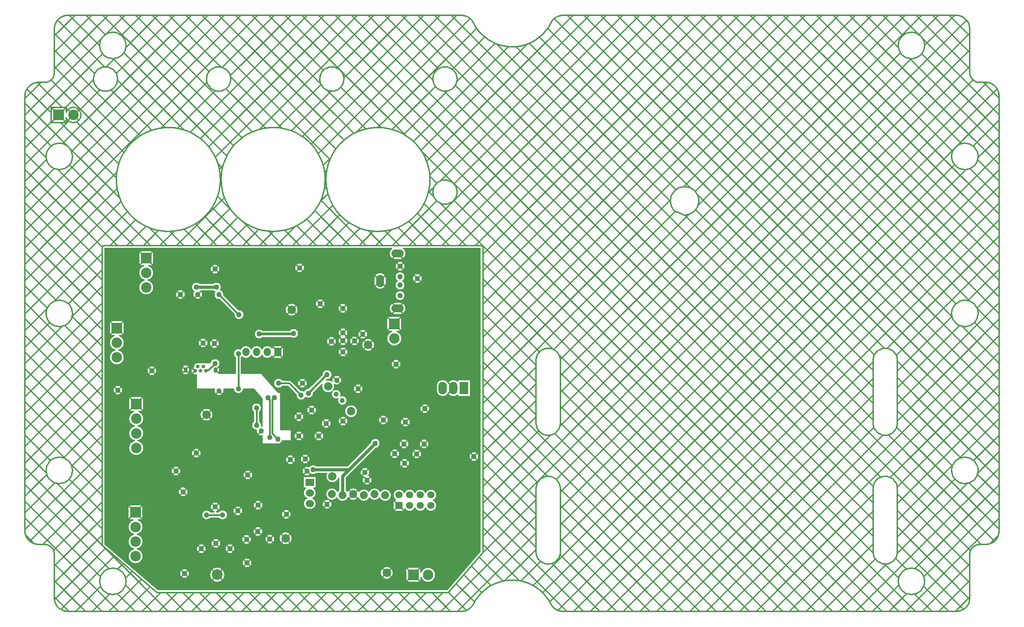
<source format=gbl>
G04 DipTrace 3.3.1.3*
G04 Topsidev0.2b.gbl*
%MOMM*%
G04 #@! TF.FileFunction,Copper,L2,Bot*
G04 #@! TF.Part,Single*
G04 #@! TA.AperFunction,Conductor*
%ADD13C,0.381*%
%ADD15C,0.508*%
G04 #@! TA.AperFunction,ComponentPad*
%ADD18C,2.0*%
G04 #@! TA.AperFunction,Conductor*
%ADD21C,0.762*%
%ADD27C,0.635*%
G04 #@! TA.AperFunction,CopperBalancing*
%ADD29C,0.29997*%
%ADD30C,0.33*%
G04 #@! TA.AperFunction,ComponentPad*
%ADD45O,1.7X2.0*%
%ADD46R,1.7X2.0*%
%ADD48C,2.5*%
%ADD49R,2.5X2.5*%
%ADD51C,1.3*%
%ADD52O,2.9X1.9*%
%ADD53O,1.9X2.9*%
%ADD57C,0.9*%
%ADD58O,0.8X1.35*%
%ADD59O,2.0X1.7*%
%ADD60R,2.0X1.7*%
%ADD63C,1.8796*%
%ADD68R,1.7X1.7*%
%ADD69C,1.7*%
%ADD78R,2.0X3.0*%
%ADD79O,2.0X3.0*%
%ADD85C,1.2*%
G04 #@! TA.AperFunction,ViaPad*
%ADD87C,1.27*%
%ADD88C,2.54*%
%FSLAX35Y35*%
G04*
G71*
G90*
G75*
G01*
G04 Bottom*
%LPD*%
X-1254900Y5439373D2*
D13*
X-1299350Y5394923D1*
Y4606810D1*
Y4581520D1*
X-1169267Y4451437D1*
X-1407300Y5439373D2*
X-1362850Y5394923D1*
Y4606810D1*
Y4488460D1*
X-2487997Y2639623D2*
X-2869000D1*
X-2883250Y6080127D2*
X-2867380Y6095997D1*
X-2825753D1*
X-2667000Y6254750D1*
X-1154500Y5782873D2*
X-900500D1*
X-614750Y5497123D1*
X-1678377Y4782750D2*
Y5195497D1*
X-2111377Y5651500D2*
Y6492873D1*
X-2095500Y7422377D2*
X-2575310Y7902187D1*
X-3111500Y8080373D2*
D21*
X-2635250D1*
X4377Y5989247D2*
D15*
X-440120Y5544750D1*
X1154387Y4346183D2*
D21*
X528253Y3720050D1*
X374000Y3565797D1*
Y3109373D1*
X528253Y3720050D2*
X-329000D1*
X-793750Y6973500D2*
D27*
Y6960623D1*
X-1614877D1*
D87*
X-1254900Y5439373D3*
X-1169267Y4451437D3*
X-1407300Y5439373D3*
X-1362850Y4488460D3*
X-2487997Y2639623D3*
X-2869000D3*
X-2667000Y6254750D3*
X-1154500Y5782873D3*
X-614750Y5497123D3*
X-1678377Y4782750D3*
Y5195497D3*
X-2111377Y5651500D3*
Y6492873D3*
X-2095500Y7422377D3*
X-2575310Y7902187D3*
X-3111500Y8080373D3*
X-2635250D3*
X4377Y5989247D3*
X-440120Y5544750D3*
X1154387Y4346183D3*
X-329000Y3720050D3*
X-793750Y6973500D3*
X-1614877Y6960623D3*
X-666750Y4524377D3*
X-190500D3*
X-666750Y4984747D3*
X4373Y2893620D3*
X238123Y5857873D3*
X746123Y5651500D3*
X-583000Y5782873D3*
X385373Y4877997D3*
X-476250Y3682997D3*
X-1567250Y4639873D3*
X960000Y3469373D3*
X909250Y3655620D3*
X385373Y6989373D3*
X-519500Y3973123D3*
X-18057Y4823370D3*
X-365125Y5143500D3*
X-3599250Y3687370D3*
X-2662627Y2830120D3*
X-3429000Y3190873D3*
X-3114127Y4114873D3*
X-4984750Y5619750D3*
X-2682877Y6731000D3*
X-3492500Y7905750D3*
X-2952750Y6746873D3*
X-3079750Y7905750D3*
X1841500Y4333877D3*
X1873250Y4857750D3*
X2317750Y4333877D3*
X3508373Y4032250D3*
X1349373Y4905373D3*
X-1360000Y2059373D3*
X-1640000Y2869373D3*
X-4175127Y6080123D3*
X-2122877Y2734870D3*
X-968377Y2651123D3*
X2333623Y5175250D3*
X-2571750Y5603873D3*
X381000Y7572373D3*
X-158750Y7683500D3*
X857250Y6953250D3*
X-868750Y3957243D3*
X-1646627Y2242743D3*
X107500Y6784123D3*
X385373Y6528997D3*
X-1916500Y2052247D3*
X657500Y6794123D3*
X1853000Y3869130D3*
X1618250Y4099370D3*
X2143123Y4095750D3*
X-2667000Y8509000D3*
X-650877Y8540750D3*
X2159000Y8286750D3*
X-2313377Y1829997D3*
X-2646750Y1956997D3*
X-2996000Y1829997D3*
D88*
X-2615000Y1210870D3*
D87*
X-1905000Y1492250D3*
X-3397250Y1238247D3*
X1651000Y6238873D3*
X-1884750Y3592120D3*
X385373Y6798877D3*
X-5284250Y8972333D2*
D29*
X1509818D1*
X1862693D2*
X3649135D1*
X-5284250Y8942667D2*
X-4494283D1*
X-4125881D2*
X1493471D1*
X1879041D2*
X3649135D1*
X-5284250Y8913000D2*
X-4494283D1*
X-4125881D2*
X1484682D1*
X1887830D2*
X3649135D1*
X-5284250Y8883333D2*
X-4494283D1*
X-4125881D2*
X1482045D1*
X1890467D2*
X3649135D1*
X-5284250Y8853667D2*
X-4494283D1*
X-4125881D2*
X1485326D1*
X1887186D2*
X3649135D1*
X-5284250Y8824000D2*
X-4494283D1*
X-4125881D2*
X1494877D1*
X1877576D2*
X3649135D1*
X-5284250Y8794333D2*
X-4494283D1*
X-4125881D2*
X1512279D1*
X1860232D2*
X3649135D1*
X-5284250Y8764667D2*
X-4494283D1*
X-4125881D2*
X1541693D1*
X1830818D2*
X3649135D1*
X-5284250Y8735000D2*
X-4494283D1*
X-4125881D2*
X1614232D1*
X1758279D2*
X3649135D1*
X-5284250Y8705333D2*
X-4494283D1*
X-4125881D2*
X3649135D1*
X-5284250Y8675667D2*
X-4494283D1*
X-4125881D2*
X1671479D1*
X1821033D2*
X3649135D1*
X-5284250Y8646000D2*
X-4494283D1*
X-4125881D2*
X-710885D1*
X-590861D2*
X1642943D1*
X1849568D2*
X3649135D1*
X-5284250Y8616333D2*
X-4494283D1*
X-4125881D2*
X-2722994D1*
X-2610998D2*
X-746686D1*
X-555061D2*
X1628295D1*
X1864217D2*
X3649135D1*
X-5284250Y8586667D2*
X-4389635D1*
X-4230471D2*
X-2761080D1*
X-2572912D2*
X-764439D1*
X-537307D2*
X1622377D1*
X1870135D2*
X3649135D1*
X-5284250Y8557000D2*
X-4434400D1*
X-4185705D2*
X-2779654D1*
X-2554338D2*
X-772467D1*
X-529279D2*
X1623900D1*
X1868611D2*
X3649135D1*
X-5284250Y8527333D2*
X-4460826D1*
X-4159338D2*
X-2788268D1*
X-2545725D2*
X-772818D1*
X-528928D2*
X1633158D1*
X1859354D2*
X3649135D1*
X-5284250Y8497667D2*
X-4477936D1*
X-4142229D2*
X-2789146D1*
X-2544846D2*
X-765553D1*
X-536193D2*
X1652494D1*
X1840018D2*
X3649135D1*
X-5284250Y8468000D2*
X-4488424D1*
X-4131682D2*
X-2782467D1*
X-2551525D2*
X-748912D1*
X-552834D2*
X1692338D1*
X1800115D2*
X3649135D1*
X-5284250Y8438333D2*
X-4493580D1*
X-4126584D2*
X-2766588D1*
X-2567404D2*
X-715807D1*
X-585939D2*
X1693100D1*
X1799412D2*
X3649135D1*
X-5284250Y8408667D2*
X-4493756D1*
X-4126408D2*
X-2735299D1*
X-2598693D2*
X1189193D1*
X1347303D2*
X1652787D1*
X1839725D2*
X3649135D1*
X-5284250Y8379000D2*
X-4488951D1*
X-4131154D2*
X1152748D1*
X1383748D2*
X1633275D1*
X1859178D2*
X2079701D1*
X2238279D2*
X3649135D1*
X-5284250Y8349333D2*
X-4478873D1*
X-4141291D2*
X1131947D1*
X1404549D2*
X1623959D1*
X1868553D2*
X2053979D1*
X2264061D2*
X3649135D1*
X-5284250Y8319667D2*
X-4462291D1*
X-4157814D2*
X1119877D1*
X1416619D2*
X1622318D1*
X1870135D2*
X2040912D1*
X2277068D2*
X3649135D1*
X-5284250Y8290000D2*
X-4436744D1*
X-4183420D2*
X1114545D1*
X1421951D2*
X1628178D1*
X1864334D2*
X2036342D1*
X2281639D2*
X3649135D1*
X-5284250Y8260333D2*
X-4394029D1*
X-4226076D2*
X1114076D1*
X1422479D2*
X1642709D1*
X1849803D2*
X2039271D1*
X2278768D2*
X3649135D1*
X-5284250Y8230667D2*
X-4401354D1*
X-4218752D2*
X1114076D1*
X1422479D2*
X1671010D1*
X1821443D2*
X2050229D1*
X2267752D2*
X3649135D1*
X-5284250Y8201000D2*
X-4440729D1*
X-4179377D2*
X1114076D1*
X1422479D2*
X1646518D1*
X1845994D2*
X2072494D1*
X2245545D2*
X3649135D1*
X-5284250Y8171333D2*
X-4464869D1*
X-4155236D2*
X-3192330D1*
X-2554455D2*
X1114193D1*
X1422303D2*
X1630053D1*
X1862459D2*
X2124291D1*
X2193748D2*
X3649135D1*
X-5284250Y8141667D2*
X-4480514D1*
X-4139592D2*
X-3217291D1*
X-2529436D2*
X1118471D1*
X1418025D2*
X1622846D1*
X1869666D2*
X3649135D1*
X-5284250Y8112000D2*
X-4489889D1*
X-4130217D2*
X-3229947D1*
X-2516779D2*
X1129193D1*
X1407303D2*
X1623139D1*
X1869373D2*
X3649135D1*
X-5284250Y8082333D2*
X-4493990D1*
X-4126115D2*
X-3234166D1*
X-2512561D2*
X1148178D1*
X1388318D2*
X1630990D1*
X1861521D2*
X3649135D1*
X-5284250Y8052667D2*
X-4493170D1*
X-4126936D2*
X-3230943D1*
X-2515783D2*
X1180697D1*
X1355799D2*
X1648334D1*
X1844178D2*
X3649135D1*
X-5284250Y8023000D2*
X-4487369D1*
X-4132736D2*
X-3519576D1*
X-3465412D2*
X-3219576D1*
X-2527209D2*
X1682729D1*
X1809783D2*
X3649135D1*
X-5284250Y7993333D2*
X-4476061D1*
X-4144045D2*
X-3577115D1*
X-3407932D2*
X-3196666D1*
X-2494748D2*
X1705990D1*
X1786521D2*
X3649135D1*
X-5284250Y7963667D2*
X-4458014D1*
X-4162150D2*
X-3600260D1*
X-3384729D2*
X-3187525D1*
X-2971994D2*
X-2681041D1*
X-2469611D2*
X1657533D1*
X1834979D2*
X3649135D1*
X-5284250Y7934000D2*
X-4430006D1*
X-4190158D2*
X-3611803D1*
X-3373186D2*
X-3199068D1*
X-2960451D2*
X-2693697D1*
X-2456896D2*
X1635736D1*
X1856717D2*
X3649135D1*
X-5284250Y7904333D2*
X-4380729D1*
X-4239436D2*
X-3615201D1*
X-3369787D2*
X-3202467D1*
X-2957053D2*
X-2697975D1*
X-2452619D2*
X1624955D1*
X1867557D2*
X3649135D1*
X-5284250Y7874667D2*
X-3611100D1*
X-3373889D2*
X-3198365D1*
X-2961154D2*
X-2694811D1*
X-2438381D2*
X1622084D1*
X1870428D2*
X3649135D1*
X-5284250Y7845000D2*
X-3598619D1*
X-3386369D2*
X-3185885D1*
X-2973635D2*
X-2683443D1*
X-2408732D2*
X1626654D1*
X1865857D2*
X3649135D1*
X-5284250Y7815333D2*
X-3573951D1*
X-3411037D2*
X-3161217D1*
X-2998303D2*
X-2660650D1*
X-2379025D2*
X1639486D1*
X1852967D2*
X3649135D1*
X-5284250Y7785667D2*
X-2605689D1*
X-2349377D2*
X-224146D1*
X-93400D2*
X1664740D1*
X1827771D2*
X3649135D1*
X-5284250Y7756000D2*
X-2538541D1*
X-2319729D2*
X-257018D1*
X-60529D2*
X3649135D1*
X-5284250Y7726333D2*
X-2508893D1*
X-2290021D2*
X-273541D1*
X-43947D2*
X3649135D1*
X-5284250Y7696667D2*
X-2479186D1*
X-2260373D2*
X-851393D1*
X-831362D2*
X-280748D1*
X-36799D2*
X1549193D1*
X1823318D2*
X3649135D1*
X-5284250Y7667000D2*
X-2449537D1*
X-2230725D2*
X-936178D1*
X-746604D2*
X-280279D1*
X-37209D2*
X304721D1*
X457322D2*
X1516439D1*
X1856072D2*
X3649135D1*
X-5284250Y7637333D2*
X-2419889D1*
X-2201018D2*
X-967057D1*
X-715725D2*
X-272193D1*
X-45295D2*
X277475D1*
X484568D2*
X1497396D1*
X1875115D2*
X3649135D1*
X-5284250Y7607667D2*
X-2390182D1*
X-2171369D2*
X-985455D1*
X-697268D2*
X-254381D1*
X-63107D2*
X263646D1*
X498396D2*
X1486557D1*
X1885955D2*
X3649135D1*
X-5284250Y7578000D2*
X-2360533D1*
X-2141721D2*
X-996061D1*
X-686721D2*
X-218287D1*
X-99201D2*
X258432D1*
X503553D2*
X1482221D1*
X1890291D2*
X3649135D1*
X-5284250Y7548333D2*
X-2330885D1*
X-2112014D2*
X-1000396D1*
X-682385D2*
X260717D1*
X501268D2*
X1483744D1*
X1888768D2*
X3649135D1*
X-5284250Y7518667D2*
X-2301236D1*
X-2021369D2*
X-999049D1*
X-683732D2*
X271029D1*
X490955D2*
X1491420D1*
X1881092D2*
X3649135D1*
X-5284250Y7489000D2*
X-2271529D1*
X-1993068D2*
X-991783D1*
X-690939D2*
X292123D1*
X469861D2*
X1506244D1*
X1866268D2*
X3649135D1*
X-5284250Y7459333D2*
X-2241881D1*
X-1978654D2*
X-977779D1*
X-705002D2*
X338646D1*
X423396D2*
X1531322D1*
X1841189D2*
X3649135D1*
X-5284250Y7429667D2*
X-2217975D1*
X-1973029D2*
X-954342D1*
X-728439D2*
X1579545D1*
X1792967D2*
X3649135D1*
X-5284250Y7400000D2*
X-2216100D1*
X-1974904D2*
X-912389D1*
X-770393D2*
X3649135D1*
X-5284250Y7370333D2*
X-2206314D1*
X-1984689D2*
X1422924D1*
X1791326D2*
X3649135D1*
X-5284250Y7340667D2*
X-2185982D1*
X-2005021D2*
X1422924D1*
X1791326D2*
X3649135D1*
X-5284250Y7311000D2*
X-2142330D1*
X-2048615D2*
X1422924D1*
X1791326D2*
X3649135D1*
X-5284250Y7281333D2*
X-5196354D1*
X-4827951D2*
X1422924D1*
X1791326D2*
X3649135D1*
X-5284250Y7251667D2*
X-5196354D1*
X-4827951D2*
X1422924D1*
X1791326D2*
X3649135D1*
X-5284250Y7222000D2*
X-5196354D1*
X-4827951D2*
X1422924D1*
X1791326D2*
X3649135D1*
X-5284250Y7192333D2*
X-5196354D1*
X-4827951D2*
X1422924D1*
X1791326D2*
X3649135D1*
X-5284250Y7162667D2*
X-5196354D1*
X-4827951D2*
X1422924D1*
X1791326D2*
X3649135D1*
X-5284250Y7133000D2*
X-5196354D1*
X-4827951D2*
X1422924D1*
X1791326D2*
X3649135D1*
X-5284250Y7103333D2*
X-5196354D1*
X-4827951D2*
X345736D1*
X424979D2*
X1422924D1*
X1791326D2*
X3649135D1*
X-5284250Y7073667D2*
X-5196354D1*
X-4827951D2*
X-1657232D1*
X-1572541D2*
X-862291D1*
X-725217D2*
X297396D1*
X473377D2*
X1422924D1*
X1791326D2*
X3649135D1*
X-5284250Y7044000D2*
X-5196354D1*
X-4827951D2*
X-1703756D1*
X-693986D2*
X275893D1*
X494881D2*
X776225D1*
X938318D2*
X1422924D1*
X1791326D2*
X3649135D1*
X-5284250Y7014333D2*
X-5196354D1*
X-4827951D2*
X-1724850D1*
X-678225D2*
X265287D1*
X505428D2*
X751322D1*
X963162D2*
X1525053D1*
X1689139D2*
X3649135D1*
X-5284250Y6984667D2*
X-5196354D1*
X-4827951D2*
X-1735162D1*
X-671545D2*
X262768D1*
X508006D2*
X738725D1*
X975760D2*
X1481459D1*
X1732791D2*
X3649135D1*
X-5284250Y6955000D2*
X-5196354D1*
X-4827951D2*
X-1737447D1*
X-672482D2*
X267689D1*
X503025D2*
X734564D1*
X979920D2*
X1455561D1*
X1758689D2*
X3649135D1*
X-5284250Y6925333D2*
X-5196354D1*
X-4827951D2*
X-1732232D1*
X-681154D2*
X281225D1*
X489490D2*
X737846D1*
X976639D2*
X1438744D1*
X1775506D2*
X3649135D1*
X-5284250Y6895667D2*
X-5125572D1*
X-4898732D2*
X-1718404D1*
X-699787D2*
X61088D1*
X153924D2*
X307885D1*
X462830D2*
X591127D1*
X723865D2*
X749330D1*
X965213D2*
X1428432D1*
X1785818D2*
X3649135D1*
X-5284250Y6866000D2*
X-5155982D1*
X-4868264D2*
X-2967447D1*
X-2938068D2*
X-1691217D1*
X-1538557D2*
X-849400D1*
X-738107D2*
X17201D1*
X197811D2*
X283275D1*
X487498D2*
X558783D1*
X756209D2*
X772299D1*
X942186D2*
X1423510D1*
X1790740D2*
X3649135D1*
X-5284250Y6836333D2*
X-5175494D1*
X-4848752D2*
X-3035299D1*
X-2870217D2*
X-2742740D1*
X-2623010D2*
X-3189D1*
X218201D2*
X268686D1*
X502088D2*
X542494D1*
X772498D2*
X828607D1*
X885936D2*
X906361D1*
X1062127D2*
X1423510D1*
X1790682D2*
X3649135D1*
X-5284250Y6806667D2*
X-5187857D1*
X-4836389D2*
X-3059439D1*
X-2846076D2*
X-2778600D1*
X-2587150D2*
X-13033D1*
X228045D2*
X262943D1*
X507830D2*
X535463D1*
X779529D2*
X867865D1*
X1100682D2*
X1428490D1*
X1785760D2*
X3649135D1*
X-5284250Y6777000D2*
X-5194596D1*
X-4829650D2*
X-3071568D1*
X-2833889D2*
X-2796412D1*
X-2569396D2*
X-14967D1*
X229979D2*
X264701D1*
X506072D2*
X536049D1*
X778943D2*
X845775D1*
X1122713D2*
X1438861D1*
X1775389D2*
X3649135D1*
X-5284250Y6747333D2*
X-5196295D1*
X-4828010D2*
X-3075436D1*
X-2830080D2*
X-2804439D1*
X-2561311D2*
X-9400D1*
X224412D2*
X274311D1*
X496404D2*
X544311D1*
X770682D2*
X832650D1*
X1135838D2*
X1455678D1*
X1758514D2*
X3649135D1*
X-5284250Y6717667D2*
X-5193072D1*
X-4831232D2*
X-3071861D1*
X-2833654D2*
X-2804850D1*
X-2560900D2*
X4955D1*
X210057D2*
X294408D1*
X476307D2*
X562416D1*
X752576D2*
X826146D1*
X1142342D2*
X1481752D1*
X1732498D2*
X3649135D1*
X-5284250Y6688000D2*
X-5184635D1*
X-4839611D2*
X-3059967D1*
X-2845549D2*
X-2797584D1*
X-2568166D2*
X33139D1*
X181814D2*
X337240D1*
X433475D2*
X599154D1*
X715896D2*
X825443D1*
X1143045D2*
X1525580D1*
X1688670D2*
X3649135D1*
X-5284250Y6658333D2*
X-5170221D1*
X-4854025D2*
X-3036295D1*
X-2869221D2*
X-2781002D1*
X-2584748D2*
X-2018229D1*
X-1846525D2*
X-1764225D1*
X-1592521D2*
X-1510221D1*
X-1338518D2*
X-1314576D1*
X-1026154D2*
X830482D1*
X1138006D2*
X3649135D1*
X-5284250Y6628667D2*
X-5147896D1*
X-4876350D2*
X-2974596D1*
X-2930920D2*
X-2747955D1*
X-2617795D2*
X-2048346D1*
X-1816408D2*
X-1794400D1*
X-1562404D2*
X-1540415D1*
X-1026154D2*
X316088D1*
X454686D2*
X841908D1*
X1126580D2*
X3649135D1*
X-5284250Y6599000D2*
X-5112213D1*
X-4912033D2*
X-2169752D1*
X-1026154D2*
X285268D1*
X485447D2*
X861479D1*
X1107010D2*
X3649135D1*
X-5284250Y6569333D2*
X-5084615D1*
X-4939631D2*
X-2206490D1*
X-1026154D2*
X269682D1*
X501092D2*
X894525D1*
X1073963D2*
X3649135D1*
X-5284250Y6539667D2*
X-5132955D1*
X-4891291D2*
X-2224537D1*
X-1026154D2*
X263178D1*
X507596D2*
X3649135D1*
X-5284250Y6510000D2*
X-5160611D1*
X-4863635D2*
X-2232857D1*
X-1026154D2*
X264174D1*
X506541D2*
X3649135D1*
X-5284250Y6480333D2*
X-5178541D1*
X-4845764D2*
X-2233443D1*
X-1026154D2*
X273021D1*
X497752D2*
X3649135D1*
X-5284250Y6450667D2*
X-5189674D1*
X-4834572D2*
X-2226412D1*
X-1026154D2*
X291889D1*
X478885D2*
X3649135D1*
X-5284250Y6421000D2*
X-5195357D1*
X-4828947D2*
X-2210123D1*
X-1823146D2*
X-1787604D1*
X-1569143D2*
X-1533600D1*
X-1026154D2*
X330736D1*
X439979D2*
X3649135D1*
X-5284250Y6391333D2*
X-5196002D1*
X-4828244D2*
X-2189615D1*
X-2033146D2*
X-2005338D1*
X-1859416D2*
X-1751334D1*
X-1605412D2*
X-1497330D1*
X-1351467D2*
X-1314576D1*
X-1026154D2*
X3649135D1*
X-5284250Y6361667D2*
X-5191783D1*
X-4832463D2*
X-2723814D1*
X-2610178D2*
X-2189615D1*
X-2033146D2*
X3649135D1*
X-5284250Y6332000D2*
X-5182291D1*
X-4842014D2*
X-2761432D1*
X-2572561D2*
X-2189615D1*
X-2033146D2*
X1572807D1*
X1729217D2*
X3649135D1*
X-5284250Y6302333D2*
X-5166471D1*
X-4857775D2*
X-2779830D1*
X-2554162D2*
X-2189615D1*
X-2033146D2*
X1546498D1*
X1755467D2*
X3649135D1*
X-5284250Y6272667D2*
X-5142037D1*
X-4882209D2*
X-3122193D1*
X-2545666D2*
X-2189615D1*
X-2033146D2*
X1533197D1*
X1768826D2*
X3649135D1*
X-5284250Y6243000D2*
X-5102018D1*
X-4922229D2*
X-3160572D1*
X-2544904D2*
X-2189615D1*
X-2033146D2*
X1528393D1*
X1773631D2*
X3649135D1*
X-5284250Y6213333D2*
X-3420670D1*
X-3319865D2*
X-3176861D1*
X-2551701D2*
X-2189615D1*
X-2033146D2*
X1531029D1*
X1770936D2*
X3649135D1*
X-5284250Y6183667D2*
X-4238170D1*
X-4112053D2*
X-3452838D1*
X-3287639D2*
X-3182369D1*
X-2567697D2*
X-2189615D1*
X-2033146D2*
X1541811D1*
X1760213D2*
X3649135D1*
X-5284250Y6154000D2*
X-4272330D1*
X-4077951D2*
X-3466314D1*
X-3274162D2*
X-3215416D1*
X-2559670D2*
X-2189615D1*
X-2033146D2*
X1563607D1*
X1738416D2*
X3649135D1*
X-5284250Y6124333D2*
X-4289381D1*
X-4060900D2*
X-3469479D1*
X-3271057D2*
X-3237271D1*
X-2556564D2*
X-2189615D1*
X-2033146D2*
X1613236D1*
X1688787D2*
X3649135D1*
X-5284250Y6094667D2*
X-4296939D1*
X-4053342D2*
X-3469479D1*
X-3271057D2*
X-3246412D1*
X-2556564D2*
X-2189615D1*
X-2033146D2*
X-55338D1*
X64100D2*
X3649135D1*
X-5284250Y6065000D2*
X-4296881D1*
X-4053400D2*
X-3468951D1*
X-3271525D2*
X-3246295D1*
X-2557033D2*
X-2189615D1*
X-2033146D2*
X-91314D1*
X100076D2*
X3649135D1*
X-5284250Y6035333D2*
X-4289146D1*
X-4061135D2*
X-3461041D1*
X-3279436D2*
X-3236979D1*
X-2564943D2*
X-2189615D1*
X-2033146D2*
X-109068D1*
X117830D2*
X3649135D1*
X-5284250Y6005667D2*
X-4271861D1*
X-4078420D2*
X-3440299D1*
X-3300178D2*
X-3214771D1*
X-1529475D2*
X-117213D1*
X125916D2*
X3649135D1*
X-5284250Y5976000D2*
X-4237174D1*
X-4113107D2*
X-3121900D1*
X-1517639D2*
X-127291D1*
X126326D2*
X215775D1*
X260447D2*
X3649135D1*
X-5284250Y5946333D2*
X-3121900D1*
X-1491799D2*
X-156939D1*
X119119D2*
X154486D1*
X321736D2*
X3649135D1*
X-5284250Y5916667D2*
X-3121900D1*
X-1465959D2*
X-186588D1*
X102537D2*
X130873D1*
X345408D2*
X3649135D1*
X-5284250Y5887000D2*
X-3121900D1*
X-1440119D2*
X-1216549D1*
X-1092482D2*
X-645025D1*
X-520959D2*
X-216295D1*
X69607D2*
X119037D1*
X357244D2*
X3649135D1*
X-5284250Y5857333D2*
X-3121900D1*
X-1414279D2*
X-1251236D1*
X-886643D2*
X-679713D1*
X-486271D2*
X-245943D1*
X83084D2*
X115404D1*
X360818D2*
X2689896D1*
X2834588D2*
X2943900D1*
X3088592D2*
X3111068D1*
X3429432D2*
X3649135D1*
X-5284250Y5827667D2*
X-3121900D1*
X-1388439D2*
X-1268521D1*
X-835900D2*
X-696998D1*
X-468986D2*
X-275592D1*
X356951D2*
X2648646D1*
X2875838D2*
X2902650D1*
X3429432D2*
X3649135D1*
X-5284250Y5798000D2*
X-3121900D1*
X-1362658D2*
X-1276256D1*
X-806193D2*
X-704732D1*
X-461252D2*
X-305299D1*
X344764D2*
X2625443D1*
X3429432D2*
X3649135D1*
X-5284250Y5768333D2*
X-3121900D1*
X-1336818D2*
X-1276314D1*
X-776545D2*
X-704791D1*
X-461193D2*
X-334947D1*
X320564D2*
X717104D1*
X775135D2*
X2611615D1*
X3429432D2*
X3649135D1*
X-5284250Y5738667D2*
X-5001412D1*
X-4968107D2*
X-3121900D1*
X-1310979D2*
X-1268756D1*
X-746896D2*
X-697232D1*
X-468752D2*
X-364596D1*
X186443D2*
X224271D1*
X251951D2*
X661088D1*
X831150D2*
X2604525D1*
X3429432D2*
X3649135D1*
X-5284250Y5709000D2*
X-5067506D1*
X-4902014D2*
X-3121900D1*
X-1285139D2*
X-1251705D1*
X-717189D2*
X-680182D1*
X-485803D2*
X-394244D1*
X-157443D2*
X-129225D1*
X189197D2*
X638119D1*
X854119D2*
X2603061D1*
X3429432D2*
X3649135D1*
X-5284250Y5679333D2*
X-5091588D1*
X-4877932D2*
X-3121900D1*
X-1259299D2*
X-1217545D1*
X-1091428D2*
X-906354D1*
X-687541D2*
X-646080D1*
X-519963D2*
X-423951D1*
X-187150D2*
X-126295D1*
X186268D2*
X626693D1*
X865545D2*
X2603061D1*
X3429432D2*
X3649135D1*
X-5284250Y5649667D2*
X-5103658D1*
X-4865861D2*
X-3121900D1*
X-1233459D2*
X-876705D1*
X-657893D2*
X-500768D1*
X-216799D2*
X-117330D1*
X177361D2*
X623412D1*
X868826D2*
X2603061D1*
X3429432D2*
X3649135D1*
X-5284250Y5620000D2*
X-5107467D1*
X-4862053D2*
X-2693346D1*
X-2450158D2*
X-2229869D1*
X-1992893D2*
X-1726842D1*
X-1207619D2*
X-847057D1*
X-628186D2*
X-536217D1*
X-246447D2*
X-101100D1*
X281131D2*
X627631D1*
X864607D2*
X2603061D1*
X3429432D2*
X3649135D1*
X-5284250Y5590333D2*
X-5103775D1*
X-4865744D2*
X-2693697D1*
X-2449807D2*
X-2217271D1*
X-2005490D2*
X-1701998D1*
X-1181779D2*
X-817408D1*
X-276154D2*
X-74146D1*
X314998D2*
X640229D1*
X852010D2*
X2605404D1*
X3429432D2*
X3649135D1*
X-5284250Y5560667D2*
X-5091881D1*
X-4877639D2*
X-2686373D1*
X-2457131D2*
X-2192311D1*
X-2030393D2*
X-1677154D1*
X-1100861D2*
X-787701D1*
X-305803D2*
X-20826D1*
X80799D2*
X108373D1*
X331639D2*
X665189D1*
X827107D2*
X2613725D1*
X3429432D2*
X3649135D1*
X-5284250Y5531000D2*
X-5068092D1*
X-4901428D2*
X-2669732D1*
X-2473771D2*
X-1652252D1*
X-1100861D2*
X-758053D1*
X-318225D2*
X101400D1*
X338611D2*
X2629135D1*
X3429432D2*
X3649135D1*
X-5284250Y5501333D2*
X-5005221D1*
X-4964240D2*
X-2636510D1*
X-2506994D2*
X-1627408D1*
X-1100861D2*
X-737369D1*
X-325549D2*
X102221D1*
X337791D2*
X2654682D1*
X2869803D2*
X2908686D1*
X3429432D2*
X3649135D1*
X-5284250Y5471667D2*
X-1602564D1*
X-1100861D2*
X-734732D1*
X-342307D2*
X111068D1*
X429314D2*
X2702963D1*
X2821521D2*
X2956967D1*
X3075525D2*
X3111068D1*
X3429432D2*
X3649135D1*
X-5284250Y5442000D2*
X-4732701D1*
X-4364299D2*
X-1577721D1*
X-1100861D2*
X-724010D1*
X-375705D2*
X130287D1*
X463357D2*
X3649135D1*
X-5284250Y5412333D2*
X-4732701D1*
X-4364299D2*
X-1552818D1*
X-1100861D2*
X-702213D1*
X-527287D2*
X171771D1*
X480057D2*
X3649135D1*
X-5284250Y5382667D2*
X-4732701D1*
X-4364299D2*
X-1550240D1*
X-1100861D2*
X-652818D1*
X-576682D2*
X249877D1*
X487088D2*
X3649135D1*
X-5284250Y5353000D2*
X-4732701D1*
X-4364299D2*
X-1550240D1*
X-1100861D2*
X250697D1*
X486326D2*
X3649135D1*
X-5284250Y5323333D2*
X-4732701D1*
X-4364299D2*
X-1550240D1*
X-1100861D2*
X259486D1*
X477537D2*
X3649135D1*
X-5284250Y5293667D2*
X-4732701D1*
X-4364299D2*
X-1749869D1*
X-1606877D2*
X-1550240D1*
X-1100861D2*
X278646D1*
X458318D2*
X2313139D1*
X2354119D2*
X3649135D1*
X-5284250Y5264000D2*
X-4732701D1*
X-4364299D2*
X-1779518D1*
X-1577229D2*
X-1550240D1*
X-1100861D2*
X319896D1*
X417068D2*
X522572D1*
X629178D2*
X2250326D1*
X2416932D2*
X3649135D1*
X-5284250Y5234333D2*
X-4732701D1*
X-4364299D2*
X-1794576D1*
X-1100861D2*
X-446100D1*
X-284182D2*
X470775D1*
X680975D2*
X2226537D1*
X2440721D2*
X3649135D1*
X-5284250Y5204667D2*
X-4732701D1*
X-4364299D2*
X-1800729D1*
X-1100861D2*
X-471002D1*
X-259221D2*
X444174D1*
X707576D2*
X2214584D1*
X2452674D2*
X3649135D1*
X-5284250Y5175000D2*
X-4732701D1*
X-4364299D2*
X-2940084D1*
X-2806701D2*
X-1799322D1*
X-1100861D2*
X-483600D1*
X-246623D2*
X428178D1*
X723572D2*
X2210951D1*
X2456307D2*
X3649135D1*
X-5284250Y5145333D2*
X-4732701D1*
X-4364299D2*
X-2984264D1*
X-2762521D2*
X-1790064D1*
X-1566682D2*
X-1550240D1*
X-1100861D2*
X-487818D1*
X-242463D2*
X419447D1*
X732303D2*
X2214701D1*
X2452498D2*
X3649135D1*
X-5284250Y5115667D2*
X-4732701D1*
X-4364299D2*
X-3008521D1*
X-2738264D2*
X-1770553D1*
X-1586193D2*
X-1550240D1*
X-1100861D2*
X-484537D1*
X-245686D2*
X416693D1*
X735057D2*
X2226830D1*
X2440428D2*
X3649135D1*
X-5284250Y5086000D2*
X-4655299D1*
X-4441701D2*
X-3023111D1*
X-2723674D2*
X-1756607D1*
X-1600139D2*
X-1550240D1*
X-1100861D2*
X-733619D1*
X-599885D2*
X-473111D1*
X-257111D2*
X419623D1*
X732127D2*
X2250854D1*
X2416404D2*
X3649135D1*
X-5284250Y5056333D2*
X-4688287D1*
X-4408713D2*
X-3030729D1*
X-2715998D2*
X-1756607D1*
X-1600139D2*
X-1550240D1*
X-1100861D2*
X-765670D1*
X-567834D2*
X-450143D1*
X-280080D2*
X428588D1*
X723162D2*
X2316947D1*
X2350261D2*
X3649135D1*
X-5284250Y5026667D2*
X-4709264D1*
X-4387736D2*
X-3032486D1*
X-2714299D2*
X-1756607D1*
X-1600139D2*
X-1550240D1*
X-1100861D2*
X-781842D1*
X-551604D2*
X-394186D1*
X-336096D2*
X444818D1*
X706932D2*
X3649135D1*
X-5284250Y4997000D2*
X-4722623D1*
X-4374377D2*
X-3028502D1*
X-2718225D2*
X-1756607D1*
X-1600139D2*
X-1550240D1*
X-1100861D2*
X-788814D1*
X-544689D2*
X369467D1*
X401248D2*
X471830D1*
X679920D2*
X1269350D1*
X1429393D2*
X3649135D1*
X-5284250Y4967333D2*
X-4730240D1*
X-4366760D2*
X-3018365D1*
X-2728361D2*
X-1756607D1*
X-1600139D2*
X-1550240D1*
X-1100861D2*
X-788170D1*
X-545334D2*
X302729D1*
X468045D2*
X525326D1*
X626424D2*
X1243979D1*
X1454764D2*
X1822064D1*
X1924393D2*
X3649135D1*
X-5284250Y4937667D2*
X-4732701D1*
X-4364299D2*
X-3000611D1*
X-2746174D2*
X-1756607D1*
X-1600139D2*
X-1550240D1*
X-1100861D2*
X-779791D1*
X-553713D2*
X-56627D1*
X20506D2*
X278588D1*
X492127D2*
X1231088D1*
X1467654D2*
X1781107D1*
X1965350D2*
X3649135D1*
X-5284250Y4908000D2*
X-4730299D1*
X-4366701D2*
X-2970846D1*
X-2775881D2*
X-1756607D1*
X-1600139D2*
X-1550240D1*
X-1100861D2*
X-761627D1*
X-571877D2*
X-105729D1*
X69607D2*
X266518D1*
X504256D2*
X1226693D1*
X1472049D2*
X1761596D1*
X1984920D2*
X3649135D1*
X-5284250Y4878333D2*
X-4722740D1*
X-4374260D2*
X-2902291D1*
X-2844494D2*
X-1756607D1*
X-1600139D2*
X-1550240D1*
X-1100861D2*
X-724537D1*
X-608967D2*
X-127408D1*
X91287D2*
X262650D1*
X508064D2*
X1229740D1*
X1469002D2*
X1752338D1*
X1994178D2*
X3649135D1*
X-5284250Y4848667D2*
X-4709439D1*
X-4387561D2*
X-1781275D1*
X-1575471D2*
X-1550240D1*
X-1100861D2*
X-138072D1*
X101951D2*
X266342D1*
X504432D2*
X1240932D1*
X1457811D2*
X1750873D1*
X1995584D2*
X3649135D1*
X-5284250Y4819000D2*
X-4688580D1*
X-4408420D2*
X-1795455D1*
X-1100861D2*
X-140650D1*
X104588D2*
X278236D1*
X492537D2*
X1263490D1*
X1435252D2*
X1756967D1*
X1989490D2*
X3649135D1*
X-5284250Y4789333D2*
X-4655826D1*
X-4441174D2*
X-1800904D1*
X-1100861D2*
X-135787D1*
X99725D2*
X301967D1*
X468807D2*
X1316986D1*
X1381756D2*
X1772025D1*
X1974490D2*
X3649135D1*
X-5284250Y4759667D2*
X-4608014D1*
X-4488986D2*
X-1798854D1*
X-1100861D2*
X-122369D1*
X86307D2*
X364311D1*
X406404D2*
X1801615D1*
X1944842D2*
X3649135D1*
X-5284250Y4730000D2*
X-4663443D1*
X-4433557D2*
X-1788834D1*
X-1100861D2*
X-95943D1*
X59822D2*
X3649135D1*
X-5284250Y4700333D2*
X-4693268D1*
X-4403732D2*
X-1768209D1*
X-1100861D2*
X3649135D1*
X-5284250Y4670667D2*
X-4712486D1*
X-4384514D2*
X-1723385D1*
X-846857D2*
X3649135D1*
X-5284250Y4641000D2*
X-4724615D1*
X-4372385D2*
X-1689928D1*
X-846857D2*
X-696705D1*
X-636799D2*
X-220455D1*
X-160549D2*
X3649135D1*
X-5284250Y4611333D2*
X-4731119D1*
X-4365881D2*
X-1686471D1*
X-846857D2*
X-752018D1*
X-581486D2*
X-275768D1*
X-105236D2*
X3649135D1*
X-5284250Y4581667D2*
X-4732584D1*
X-4364416D2*
X-1674869D1*
X-846857D2*
X-774869D1*
X-558635D2*
X-298619D1*
X-82385D2*
X3649135D1*
X-5284250Y4552000D2*
X-4729186D1*
X-4367814D2*
X-1651549D1*
X-846857D2*
X-786236D1*
X-547268D2*
X-309986D1*
X-71018D2*
X3649135D1*
X-5284250Y4522333D2*
X-4720572D1*
X-4376428D2*
X-1592896D1*
X-846857D2*
X-789459D1*
X-544045D2*
X-313209D1*
X-67795D2*
X3649135D1*
X-5284250Y4492667D2*
X-4705924D1*
X-4391076D2*
X-1550240D1*
X-846857D2*
X-785182D1*
X-548322D2*
X-308932D1*
X-72072D2*
X3649135D1*
X-5284250Y4463000D2*
X-4683131D1*
X-4413869D2*
X-1550240D1*
X-846857D2*
X-772525D1*
X-560979D2*
X-296275D1*
X-84729D2*
X1125268D1*
X1183475D2*
X3649135D1*
X-5284250Y4433333D2*
X-4646744D1*
X-4450256D2*
X-1550240D1*
X-846857D2*
X-747447D1*
X-586057D2*
X-271197D1*
X-109807D2*
X1069311D1*
X1239432D2*
X1771908D1*
X1911092D2*
X2248158D1*
X2387342D2*
X3649135D1*
X-5284250Y4403667D2*
X-4623775D1*
X-4473225D2*
X-1550240D1*
X-1056506D2*
X1046400D1*
X1262400D2*
X1741264D1*
X1941736D2*
X2217514D1*
X2417986D2*
X3649135D1*
X-5284250Y4374000D2*
X-4670650D1*
X-4426350D2*
X-1550240D1*
X-1074963D2*
X1034975D1*
X1273826D2*
X1725736D1*
X1957264D2*
X2201986D1*
X2433514D2*
X3649135D1*
X-5284250Y4344333D2*
X-4697838D1*
X-4399162D2*
X-1550240D1*
X-1100861D2*
X1016166D1*
X1277049D2*
X1719232D1*
X1963768D2*
X2195482D1*
X2440018D2*
X3649135D1*
X-5284250Y4314667D2*
X-4715475D1*
X-4381525D2*
X986518D1*
X1272889D2*
X1720346D1*
X1962654D2*
X2196596D1*
X2438904D2*
X3649135D1*
X-5284250Y4285000D2*
X-4726373D1*
X-4370627D2*
X956869D1*
X1260291D2*
X1729252D1*
X1953748D2*
X2205502D1*
X2429998D2*
X3649135D1*
X-5284250Y4255333D2*
X-4731822D1*
X-4365178D2*
X927162D1*
X1235330D2*
X1748178D1*
X1934822D2*
X2224428D1*
X2411072D2*
X3649135D1*
X-5284250Y4225667D2*
X-4732291D1*
X-4364709D2*
X-3162447D1*
X-3065803D2*
X897514D1*
X1170232D2*
X1787318D1*
X1895682D2*
X2263568D1*
X2371932D2*
X3649135D1*
X-5284250Y4196000D2*
X-4727896D1*
X-4369104D2*
X-3205162D1*
X-3023088D2*
X867865D1*
X1140584D2*
X1544623D1*
X1691893D2*
X2074721D1*
X2211502D2*
X3649135D1*
X-5284250Y4166333D2*
X-4718170D1*
X-4378830D2*
X-3225201D1*
X-3003049D2*
X838158D1*
X1110877D2*
X1516029D1*
X1720486D2*
X2043432D1*
X2242791D2*
X3649135D1*
X-5284250Y4136667D2*
X-4702057D1*
X-4394943D2*
X-3234811D1*
X-2993439D2*
X808510D1*
X1081229D2*
X1501498D1*
X1735018D2*
X2027611D1*
X2258611D2*
X3446869D1*
X3569881D2*
X3649135D1*
X-5284250Y4107000D2*
X-4677213D1*
X-4419787D2*
X-3236568D1*
X-2991682D2*
X778861D1*
X1051580D2*
X1495814D1*
X1740701D2*
X2020932D1*
X2265291D2*
X3411889D1*
X3604861D2*
X3649135D1*
X-5284250Y4077333D2*
X-4636256D1*
X-4460744D2*
X-3230768D1*
X-2997482D2*
X-581393D1*
X-457619D2*
X749154D1*
X1021873D2*
X1497572D1*
X1738885D2*
X2021869D1*
X2264412D2*
X3394486D1*
X3622264D2*
X3649135D1*
X-5284250Y4047667D2*
X-3216178D1*
X-3012072D2*
X-950182D1*
X-787326D2*
X-616139D1*
X-422873D2*
X719506D1*
X992225D2*
X1507299D1*
X1729217D2*
X2030482D1*
X2255740D2*
X3386693D1*
X3630057D2*
X3649098D1*
X-5284250Y4018000D2*
X-3187467D1*
X-3040842D2*
X-974908D1*
X-762600D2*
X-633482D1*
X-405529D2*
X689857D1*
X962576D2*
X1527455D1*
X1709061D2*
X2049115D1*
X2237107D2*
X3386518D1*
X3630232D2*
X3649102D1*
X-5284250Y3988333D2*
X-987330D1*
X-750178D2*
X-641217D1*
X-397795D2*
X660150D1*
X932869D2*
X1570521D1*
X1665936D2*
X1839115D1*
X1866895D2*
X2087318D1*
X2198963D2*
X3394018D1*
X3622732D2*
X3649135D1*
X-5284250Y3958667D2*
X-991432D1*
X-746076D2*
X-641334D1*
X-397678D2*
X630502D1*
X903221D2*
X1770561D1*
X1935467D2*
X3410951D1*
X3605799D2*
X3649135D1*
X-5284250Y3929000D2*
X-988092D1*
X-749416D2*
X-633775D1*
X-405236D2*
X600854D1*
X873572D2*
X1746361D1*
X1959666D2*
X3444818D1*
X3571932D2*
X3649135D1*
X-5284250Y3899333D2*
X-976490D1*
X-761018D2*
X-616725D1*
X-422229D2*
X571205D1*
X843924D2*
X1734174D1*
X1971854D2*
X3649135D1*
X-5284250Y3869667D2*
X-953346D1*
X-784162D2*
X-582682D1*
X-456271D2*
X541498D1*
X814217D2*
X1730307D1*
X1975721D2*
X3649135D1*
X-5284250Y3840000D2*
X-895865D1*
X-841643D2*
X511850D1*
X784568D2*
X1733881D1*
X1972088D2*
X3649135D1*
X-5284250Y3810333D2*
X-410592D1*
X754920D2*
X1745717D1*
X1960252D2*
X3649135D1*
X-5284250Y3780667D2*
X-3677252D1*
X-3521252D2*
X-548463D1*
X725213D2*
X1769389D1*
X1936639D2*
X3649135D1*
X-5284250Y3751000D2*
X-3703619D1*
X-3494885D2*
X-577760D1*
X695564D2*
X833939D1*
X984549D2*
X1830678D1*
X1875350D2*
X3649135D1*
X-5284250Y3721333D2*
X-3717037D1*
X-3481467D2*
X-592643D1*
X665916D2*
X806225D1*
X1012322D2*
X3649135D1*
X-5284250Y3691667D2*
X-3721900D1*
X-3476604D2*
X-1954244D1*
X-1815295D2*
X-598619D1*
X636209D2*
X792104D1*
X1026385D2*
X3649135D1*
X-5284250Y3662000D2*
X-3719205D1*
X-3479240D2*
X-1984947D1*
X-1784592D2*
X-597096D1*
X606561D2*
X786713D1*
X1031775D2*
X3649135D1*
X-5284250Y3632333D2*
X-3708541D1*
X-3489963D2*
X-2000475D1*
X-1769006D2*
X-587721D1*
X576912D2*
X788822D1*
X1029666D2*
X3649135D1*
X-5284250Y3602667D2*
X-3686803D1*
X-3511701D2*
X-2006979D1*
X-1762502D2*
X-567975D1*
X-384494D2*
X-355455D1*
X-302580D2*
X-21998D1*
X547205D2*
X798900D1*
X1019588D2*
X3649135D1*
X-5284250Y3573000D2*
X-3637584D1*
X-3560920D2*
X-2005924D1*
X-1763615D2*
X-526432D1*
X-426037D2*
X-27330D1*
X517557D2*
X819643D1*
X1022928D2*
X3649135D1*
X-5284250Y3543333D2*
X-1997076D1*
X-1772463D2*
X-567564D1*
X-249201D2*
X-26920D1*
X487908D2*
X862885D1*
X1057088D2*
X3649135D1*
X-5284250Y3513667D2*
X-1978150D1*
X-1791330D2*
X-567564D1*
X-249201D2*
X-20650D1*
X471326D2*
X845775D1*
X1074197D2*
X3649135D1*
X-5284250Y3484000D2*
X-1939127D1*
X-1830412D2*
X-567564D1*
X-249201D2*
X-7877D1*
X471326D2*
X838217D1*
X1081814D2*
X3649135D1*
X-5284250Y3454333D2*
X-567564D1*
X-249201D2*
X13686D1*
X249080D2*
X276713D1*
X471326D2*
X838275D1*
X1081756D2*
X3649135D1*
X-5284250Y3424667D2*
X-567564D1*
X-249201D2*
X51010D1*
X211756D2*
X276713D1*
X471326D2*
X845951D1*
X1074021D2*
X3649135D1*
X-5284250Y3395000D2*
X-567564D1*
X-249201D2*
X276713D1*
X471326D2*
X863236D1*
X1056795D2*
X3649135D1*
X-5284250Y3365333D2*
X-567564D1*
X-249201D2*
X276713D1*
X471326D2*
X897807D1*
X1022166D2*
X3649135D1*
X-5284250Y3335667D2*
X-567564D1*
X-249201D2*
X276713D1*
X471326D2*
X3649135D1*
X-5284250Y3306000D2*
X-3464791D1*
X-3393225D2*
X-567564D1*
X-249201D2*
X276713D1*
X471326D2*
X3649135D1*
X-5284250Y3276333D2*
X-3515826D1*
X-3342189D2*
X-567564D1*
X-249201D2*
X66830D1*
X173143D2*
X276713D1*
X471326D2*
X574838D1*
X681150D2*
X1082846D1*
X1189158D2*
X3649135D1*
X-5284250Y3246667D2*
X-3537916D1*
X-3320100D2*
X-540494D1*
X-276271D2*
X16850D1*
X223182D2*
X276713D1*
X471326D2*
X524857D1*
X731189D2*
X818119D1*
X945877D2*
X1032807D1*
X1239197D2*
X1326127D1*
X1453885D2*
X1662689D1*
X1775096D2*
X1916693D1*
X2029100D2*
X2170697D1*
X2283104D2*
X2424643D1*
X2537049D2*
X3649135D1*
X-5284250Y3217000D2*
X-3548814D1*
X-3309201D2*
X-557076D1*
X-259689D2*
X-8697D1*
X248670D2*
X266283D1*
X481756D2*
X499328D1*
X756678D2*
X774232D1*
X989764D2*
X1007365D1*
X1264686D2*
X1282240D1*
X1497713D2*
X1617338D1*
X1820389D2*
X1871342D1*
X2074393D2*
X2125346D1*
X2328396D2*
X2379350D1*
X2582400D2*
X3649135D1*
X-5284250Y3187333D2*
X-3551627D1*
X-3306330D2*
X-565572D1*
X-251193D2*
X-23697D1*
X1521385D2*
X1594076D1*
X2605662D2*
X3649135D1*
X-5284250Y3157667D2*
X-3546998D1*
X-3311018D2*
X-567447D1*
X-249318D2*
X-31432D1*
X1535213D2*
X1581010D1*
X2618729D2*
X3649135D1*
X-5284250Y3128000D2*
X-3533873D1*
X-3324143D2*
X-563053D1*
X-253713D2*
X-33014D1*
X1542010D2*
X1575209D1*
X2624529D2*
X3649135D1*
X-5284250Y3098333D2*
X-3507916D1*
X-3350100D2*
X-551627D1*
X-265139D2*
X-28678D1*
X1542771D2*
X1575795D1*
X2624002D2*
X3649135D1*
X-5284250Y3068667D2*
X-531002D1*
X-285764D2*
X-17838D1*
X1537557D2*
X1582826D1*
X2616971D2*
X3649135D1*
X-5284250Y3039000D2*
X-492975D1*
X-323791D2*
X1322D1*
X1525662D2*
X1597416D1*
X2602322D2*
X3649135D1*
X-5284250Y3009333D2*
X-526256D1*
X-290510D2*
X-29264D1*
X205604D2*
X259018D1*
X489021D2*
X542436D1*
X713553D2*
X766967D1*
X997029D2*
X1050443D1*
X1221561D2*
X1274975D1*
X1505037D2*
X1623197D1*
X2576541D2*
X3649135D1*
X-5284250Y2979667D2*
X-1689518D1*
X-1590471D2*
X-548932D1*
X-267834D2*
X-81822D1*
X90584D2*
X295287D1*
X452693D2*
X803295D1*
X960701D2*
X1311303D1*
X1468709D2*
X1574682D1*
X2561717D2*
X3649135D1*
X-5284250Y2950000D2*
X-1731471D1*
X-1548518D2*
X-561646D1*
X-255119D2*
X-104205D1*
X112967D2*
X1574682D1*
X2594178D2*
X3649135D1*
X-5284250Y2920333D2*
X-2744322D1*
X-2580939D2*
X-1751334D1*
X-1528713D2*
X-567154D1*
X-249611D2*
X-115279D1*
X124041D2*
X1574682D1*
X2612400D2*
X3649135D1*
X-5284250Y2890667D2*
X-2768873D1*
X-2556389D2*
X-1760768D1*
X-1519221D2*
X-566334D1*
X-250432D2*
X-118268D1*
X127029D2*
X1574682D1*
X2622127D2*
X3649135D1*
X-5284250Y2861000D2*
X-4748580D1*
X-4380178D2*
X-2781295D1*
X-2543967D2*
X-1762408D1*
X-1517580D2*
X-559010D1*
X-257756D2*
X-113814D1*
X122518D2*
X1574682D1*
X2625057D2*
X3649135D1*
X-5284250Y2831333D2*
X-4748580D1*
X-4380178D2*
X-2785338D1*
X-2539924D2*
X-2196764D1*
X-2049025D2*
X-1756490D1*
X-1523498D2*
X-543951D1*
X-272814D2*
X-100865D1*
X109568D2*
X1574682D1*
X2621717D2*
X3649135D1*
X-5284250Y2801667D2*
X-4748580D1*
X-4380178D2*
X-2781881D1*
X-2543381D2*
X-2225182D1*
X-2020549D2*
X-1741725D1*
X-1538264D2*
X-517525D1*
X-299240D2*
X-75260D1*
X84021D2*
X1574682D1*
X2611580D2*
X3649135D1*
X-5284250Y2772000D2*
X-4748580D1*
X-4380178D2*
X-2770279D1*
X-2554982D2*
X-2239654D1*
X-2006076D2*
X-1712604D1*
X-1567385D2*
X-458463D1*
X-358244D2*
X1574682D1*
X2084764D2*
X2114975D1*
X2338768D2*
X2368979D1*
X2592771D2*
X3649135D1*
X-5284250Y2742333D2*
X-4748580D1*
X-4380178D2*
X-2933463D1*
X-2804533D2*
X-2747018D1*
X-2578244D2*
X-2552486D1*
X-2423498D2*
X-2245338D1*
X-2000393D2*
X-1048912D1*
X-887873D2*
X1574682D1*
X1863045D2*
X1894721D1*
X2051014D2*
X2148725D1*
X2305018D2*
X2402729D1*
X2559021D2*
X3649135D1*
X-5284250Y2712667D2*
X-4748580D1*
X-4380178D2*
X-2966803D1*
X-2390158D2*
X-2243521D1*
X-2002268D2*
X-1074049D1*
X-862736D2*
X3649135D1*
X-5284250Y2683000D2*
X-4748580D1*
X-4380178D2*
X-2983561D1*
X-2373459D2*
X-2233736D1*
X-2011994D2*
X-1086764D1*
X-850021D2*
X3649135D1*
X-5284250Y2653333D2*
X-4748580D1*
X-4380178D2*
X-2990885D1*
X-2366076D2*
X-2213521D1*
X-2032268D2*
X-1091041D1*
X-845686D2*
X3649135D1*
X-5284250Y2623667D2*
X-4748580D1*
X-4380178D2*
X-2990650D1*
X-2366369D2*
X-2170162D1*
X-2075568D2*
X-1087877D1*
X-848850D2*
X3649135D1*
X-5284250Y2594000D2*
X-4748580D1*
X-4380178D2*
X-2982682D1*
X-2374338D2*
X-1076568D1*
X-860158D2*
X3649135D1*
X-5284250Y2564333D2*
X-4748580D1*
X-4380178D2*
X-2965045D1*
X-2772951D2*
X-2584068D1*
X-2391916D2*
X-1053834D1*
X-882951D2*
X3649135D1*
X-5284250Y2534667D2*
X-4748580D1*
X-4380178D2*
X-2929537D1*
X-2808459D2*
X-2548561D1*
X-2427424D2*
X-999049D1*
X-937678D2*
X3649135D1*
X-5284250Y2505000D2*
X-4663443D1*
X-4465314D2*
X3649135D1*
X-5284250Y2475333D2*
X-4699537D1*
X-4429221D2*
X3649135D1*
X-5284250Y2445667D2*
X-4722096D1*
X-4406662D2*
X3649135D1*
X-5284250Y2416000D2*
X-4736627D1*
X-4392072D2*
X3649135D1*
X-5284250Y2386333D2*
X-4745182D1*
X-4383576D2*
X3649135D1*
X-5284250Y2356667D2*
X-4748521D1*
X-4380236D2*
X-1686354D1*
X-1606877D2*
X3649135D1*
X-5284250Y2327000D2*
X-4746939D1*
X-4381818D2*
X-1734635D1*
X-1558596D2*
X3649135D1*
X-5284250Y2297333D2*
X-4740318D1*
X-4388439D2*
X-1756139D1*
X-1537092D2*
X3649135D1*
X-5284250Y2267667D2*
X-4728072D1*
X-4400686D2*
X-1766686D1*
X-1526545D2*
X3649135D1*
X-5284250Y2238000D2*
X-4708736D1*
X-4420021D2*
X-1769205D1*
X-1524025D2*
X3649135D1*
X-5284250Y2208333D2*
X-4678619D1*
X-4450139D2*
X-1764283D1*
X-1529006D2*
X-1075748D1*
X-892736D2*
X3649135D1*
X-5284250Y2178667D2*
X-4622193D1*
X-4506564D2*
X-1750748D1*
X-1542541D2*
X-1372877D1*
X-1347182D2*
X-1108033D1*
X-860451D2*
X3649135D1*
X-5284250Y2149000D2*
X-4672467D1*
X-4456291D2*
X-1989986D1*
X-1843010D2*
X-1724088D1*
X-1569201D2*
X-1442369D1*
X-1277639D2*
X-1127193D1*
X-841291D2*
X3649135D1*
X-5284250Y2119333D2*
X-4704928D1*
X-4423830D2*
X-2018639D1*
X-1814357D2*
X-1466627D1*
X-1253381D2*
X-1138326D1*
X-830158D2*
X3649135D1*
X-5284250Y2089667D2*
X-4725611D1*
X-4403146D2*
X-2033229D1*
X-1799826D2*
X-1478814D1*
X-1241193D2*
X-1143131D1*
X-825354D2*
X3649135D1*
X-5284250Y2060000D2*
X-4738854D1*
X-4389904D2*
X-2710748D1*
X-2582756D2*
X-2038971D1*
X-1794025D2*
X-1482682D1*
X-1237326D2*
X-1142193D1*
X-826291D2*
X3649135D1*
X-5284250Y2030333D2*
X-4746236D1*
X-4382521D2*
X-2744381D1*
X-2549123D2*
X-2037154D1*
X-1795842D2*
X-1479107D1*
X-1240900D2*
X-1135455D1*
X-833029D2*
X3649135D1*
X-5284250Y2000667D2*
X-4748580D1*
X-4380178D2*
X-2761197D1*
X-2532307D2*
X-2027545D1*
X-1805510D2*
X-1467330D1*
X-1252678D2*
X-1122037D1*
X-846447D2*
X3649135D1*
X-5284250Y1971000D2*
X-4746002D1*
X-4382756D2*
X-2768639D1*
X-2524865D2*
X-2007389D1*
X-1825607D2*
X-1443717D1*
X-1276291D2*
X-1099479D1*
X-869006D2*
X3649135D1*
X-5281584Y1941333D2*
X-4738326D1*
X-4390432D2*
X-3042975D1*
X-2949025D2*
X-2768404D1*
X-2525100D2*
X-2360357D1*
X-2266408D2*
X-1964498D1*
X-1868498D2*
X-1382838D1*
X-1337111D2*
X-1059869D1*
X-908615D2*
X3649135D1*
X-5247189Y1911667D2*
X-4724791D1*
X-4403908D2*
X-3086510D1*
X-2905490D2*
X-2760553D1*
X-2532951D2*
X-2403893D1*
X-2222873D2*
X3649135D1*
X-5212795Y1882000D2*
X-4703697D1*
X-4425061D2*
X-3106842D1*
X-2885158D2*
X-2743033D1*
X-2550471D2*
X-2424166D1*
X-2202541D2*
X3649135D1*
X-5178400Y1852333D2*
X-4670416D1*
X-4458342D2*
X-3116568D1*
X-2875432D2*
X-2707818D1*
X-2585686D2*
X-2433951D1*
X-2192756D2*
X3649135D1*
X-5144006Y1822667D2*
X-4626471D1*
X-4502287D2*
X-3118502D1*
X-2873498D2*
X-2435826D1*
X-2190881D2*
X3649135D1*
X-5109611Y1793000D2*
X-4680377D1*
X-4448322D2*
X-3112818D1*
X-2879182D2*
X-2430201D1*
X-2196564D2*
X3649135D1*
X-5075217Y1763333D2*
X-4709850D1*
X-4418908D2*
X-3098404D1*
X-2893596D2*
X-2415787D1*
X-2210979D2*
X3645385D1*
X-5040822Y1733667D2*
X-4728834D1*
X-4399924D2*
X-3070045D1*
X-2921955D2*
X-2387428D1*
X-2239338D2*
X3619779D1*
X-5006428Y1704000D2*
X-4740787D1*
X-4387971D2*
X3594232D1*
X-4972033Y1674333D2*
X-4747115D1*
X-4381643D2*
X3568627D1*
X-4937639Y1644667D2*
X-4748463D1*
X-4380295D2*
X3543080D1*
X-4903244Y1615000D2*
X-4744889D1*
X-4383869D2*
X3517475D1*
X-4868850Y1585333D2*
X-4736100D1*
X-4392658D2*
X-1983248D1*
X-1826721D2*
X3491928D1*
X-4834455Y1555667D2*
X-4721217D1*
X-4407482D2*
X-2009498D1*
X-1800471D2*
X3466322D1*
X-4800061Y1526000D2*
X-4698189D1*
X-4430568D2*
X-2022857D1*
X-1787170D2*
X3440775D1*
X-4765666Y1496333D2*
X-4661158D1*
X-4467600D2*
X-2027604D1*
X-1782365D2*
X3415170D1*
X-4731271Y1466667D2*
X-2024908D1*
X-1785061D2*
X3389623D1*
X-4696877Y1437000D2*
X-2014186D1*
X-1795842D2*
X3364018D1*
X-4662482Y1407333D2*
X-1992389D1*
X-1817639D2*
X1395326D1*
X1462205D2*
X3338471D1*
X-4628088Y1377667D2*
X-2693756D1*
X-2536232D2*
X-1942643D1*
X-1867385D2*
X1330170D1*
X1527361D2*
X1878783D1*
X2247186D2*
X2350521D1*
X2475467D2*
X3312865D1*
X-4593693Y1348000D2*
X-3448033D1*
X-3346467D2*
X-2739459D1*
X-2490529D2*
X1300932D1*
X1556600D2*
X1878783D1*
X2247186D2*
X2296791D1*
X2529197D2*
X3287318D1*
X-4559299Y1318333D2*
X-3489225D1*
X-3305275D2*
X-2766354D1*
X-2463635D2*
X1283354D1*
X1574119D2*
X1878783D1*
X2247186D2*
X2267463D1*
X2558553D2*
X3261713D1*
X-4524904Y1288667D2*
X-3508795D1*
X-3285705D2*
X-2783873D1*
X-2446115D2*
X1273393D1*
X1584080D2*
X1878783D1*
X2577479D2*
X3236166D1*
X-4490510Y1259000D2*
X-3518111D1*
X-3276389D2*
X-2794771D1*
X-2435217D2*
X1269643D1*
X1587889D2*
X1878783D1*
X2589432D2*
X3210619D1*
X-4456115Y1229333D2*
X-3519635D1*
X-3274865D2*
X-2800279D1*
X-2429709D2*
X1271518D1*
X1585955D2*
X1878783D1*
X2595760D2*
X3185014D1*
X-4421721Y1199667D2*
X-3513541D1*
X-3280959D2*
X-2800865D1*
X-2429123D2*
X1279369D1*
X1578162D2*
X1878783D1*
X2597049D2*
X3159467D1*
X-4387326Y1170000D2*
X-3498600D1*
X-3295900D2*
X-2796588D1*
X-2433400D2*
X1294135D1*
X1563338D2*
X1878783D1*
X2593475D2*
X3133861D1*
X-4352932Y1140333D2*
X-3469127D1*
X-3325373D2*
X-2787096D1*
X-2442951D2*
X1318744D1*
X1538729D2*
X1878783D1*
X2584686D2*
X3108314D1*
X-4318479Y1110667D2*
X-2771393D1*
X-2458654D2*
X1363979D1*
X1493553D2*
X1878783D1*
X2569803D2*
X3082709D1*
X-4284084Y1081000D2*
X-2747193D1*
X-2482795D2*
X1878783D1*
X2247186D2*
X2279271D1*
X2546717D2*
X3057162D1*
X-4249689Y1051333D2*
X-2708053D1*
X-2521936D2*
X1878783D1*
X2247186D2*
X2316420D1*
X2509568D2*
X3031557D1*
X-4215295Y1021667D2*
X3006010D1*
X-4180900Y992000D2*
X2980404D1*
X-4146506Y962333D2*
X2954857D1*
X-4112111Y932667D2*
X2929252D1*
X-4077717Y903000D2*
X2903705D1*
X-4043322Y873333D2*
X2878100D1*
X-828079Y2076624D2*
X-829086Y2061663D1*
X-831523Y2046868D1*
X-835367Y2032375D1*
X-840584Y2018318D1*
X-847124Y2004825D1*
X-854927Y1992021D1*
X-863923Y1980025D1*
X-874027Y1968947D1*
X-885147Y1958888D1*
X-897180Y1949942D1*
X-910015Y1942191D1*
X-923535Y1935706D1*
X-937614Y1930548D1*
X-952123Y1926763D1*
X-966927Y1924387D1*
X-981892Y1923441D1*
X-996878Y1923935D1*
X-1011748Y1925863D1*
X-1026364Y1929208D1*
X-1040592Y1933939D1*
X-1054301Y1940012D1*
X-1067365Y1947372D1*
X-1079663Y1955951D1*
X-1091081Y1965669D1*
X-1101515Y1976438D1*
X-1110869Y1988157D1*
X-1119055Y2000719D1*
X-1126000Y2014008D1*
X-1131638Y2027902D1*
X-1135918Y2042272D1*
X-1138801Y2056987D1*
X-1140259Y2071910D1*
X-1140280Y2086904D1*
X-1138863Y2101831D1*
X-1136022Y2116554D1*
X-1131781Y2130936D1*
X-1126182Y2144845D1*
X-1119274Y2158153D1*
X-1111122Y2170738D1*
X-1101801Y2182483D1*
X-1091397Y2193281D1*
X-1080006Y2203030D1*
X-1067732Y2211643D1*
X-1054689Y2219039D1*
X-1040996Y2225151D1*
X-1026781Y2229921D1*
X-1012174Y2233307D1*
X-997310Y2235276D1*
X-982325Y2235811D1*
X-967358Y2234907D1*
X-952547Y2232572D1*
X-938028Y2228828D1*
X-923935Y2223708D1*
X-910397Y2217261D1*
X-897540Y2209546D1*
X-885482Y2200633D1*
X-874335Y2190606D1*
X-864200Y2179555D1*
X-855171Y2167584D1*
X-847332Y2154802D1*
X-840754Y2141328D1*
X-835499Y2127284D1*
X-831614Y2112802D1*
X-829136Y2098014D1*
X-828088Y2083057D1*
X-828079Y2076624D1*
X1584921Y1251127D2*
X1583914Y1236166D1*
X1581477Y1221372D1*
X1577633Y1206879D1*
X1572416Y1192821D1*
X1565876Y1179328D1*
X1558073Y1166525D1*
X1549077Y1154528D1*
X1538973Y1143450D1*
X1527853Y1133391D1*
X1515820Y1124445D1*
X1502985Y1116694D1*
X1489465Y1110210D1*
X1475386Y1105051D1*
X1460877Y1101266D1*
X1446073Y1098890D1*
X1431108Y1097944D1*
X1416122Y1098438D1*
X1401252Y1100366D1*
X1386636Y1103711D1*
X1372408Y1108442D1*
X1358699Y1114516D1*
X1345635Y1121876D1*
X1333337Y1130454D1*
X1321919Y1140173D1*
X1311485Y1150941D1*
X1302131Y1162660D1*
X1293945Y1175222D1*
X1287000Y1188511D1*
X1281362Y1202405D1*
X1277082Y1216775D1*
X1274199Y1231490D1*
X1272741Y1246413D1*
X1272720Y1261407D1*
X1274137Y1276334D1*
X1276978Y1291057D1*
X1281219Y1305439D1*
X1286818Y1319348D1*
X1293726Y1332657D1*
X1301878Y1345241D1*
X1311199Y1356987D1*
X1321603Y1367784D1*
X1332994Y1377534D1*
X1345268Y1386147D1*
X1358311Y1393543D1*
X1372004Y1399654D1*
X1386219Y1404425D1*
X1400826Y1407810D1*
X1415690Y1409780D1*
X1430675Y1410315D1*
X1445642Y1409411D1*
X1460453Y1407076D1*
X1474972Y1403331D1*
X1489065Y1398212D1*
X1502603Y1391765D1*
X1515460Y1384049D1*
X1527518Y1375137D1*
X1538665Y1365109D1*
X1548800Y1354058D1*
X1557829Y1342087D1*
X1565668Y1329305D1*
X1572246Y1315831D1*
X1577501Y1301788D1*
X1581386Y1287306D1*
X1583864Y1272517D1*
X1584912Y1257560D1*
X1584921Y1251127D1*
X1140421Y6696250D2*
X1139414Y6681290D1*
X1136977Y6666495D1*
X1133133Y6652002D1*
X1127916Y6637944D1*
X1121376Y6624452D1*
X1113573Y6611648D1*
X1104577Y6599652D1*
X1094473Y6588573D1*
X1083353Y6578515D1*
X1071320Y6569569D1*
X1058485Y6561818D1*
X1044965Y6555333D1*
X1030886Y6550174D1*
X1016377Y6546390D1*
X1001573Y6544014D1*
X986608Y6543068D1*
X971622Y6543561D1*
X956752Y6545489D1*
X942136Y6548834D1*
X927908Y6553565D1*
X914199Y6559639D1*
X901135Y6566999D1*
X888837Y6575578D1*
X877419Y6585296D1*
X866985Y6596064D1*
X857631Y6607783D1*
X849445Y6620345D1*
X842500Y6633635D1*
X836862Y6647528D1*
X832582Y6661899D1*
X829699Y6676613D1*
X828241Y6691536D1*
X828220Y6706531D1*
X829637Y6721458D1*
X832478Y6736180D1*
X836719Y6750562D1*
X842318Y6764472D1*
X849226Y6777780D1*
X857378Y6790365D1*
X866699Y6802110D1*
X877103Y6812907D1*
X888494Y6822657D1*
X900768Y6831270D1*
X913811Y6838666D1*
X927504Y6844778D1*
X941719Y6849548D1*
X956326Y6852934D1*
X971190Y6854903D1*
X986175Y6855438D1*
X1001142Y6854534D1*
X1015953Y6852199D1*
X1030472Y6848454D1*
X1044565Y6843335D1*
X1058103Y6836888D1*
X1070960Y6829173D1*
X1083018Y6820260D1*
X1094165Y6810232D1*
X1104300Y6799182D1*
X1113329Y6787211D1*
X1121168Y6774429D1*
X1127746Y6760954D1*
X1133001Y6746911D1*
X1136886Y6732429D1*
X1139364Y6717641D1*
X1140412Y6702683D1*
X1140421Y6696250D1*
X-2717205Y5029374D2*
X-2718213Y5014413D1*
X-2720650Y4999618D1*
X-2724494Y4985125D1*
X-2729710Y4971068D1*
X-2736250Y4957575D1*
X-2744054Y4944771D1*
X-2753049Y4932775D1*
X-2763154Y4921697D1*
X-2774274Y4911638D1*
X-2786307Y4902692D1*
X-2799142Y4894941D1*
X-2812662Y4888456D1*
X-2826741Y4883298D1*
X-2841249Y4879513D1*
X-2856054Y4877137D1*
X-2871018Y4876191D1*
X-2886004Y4876685D1*
X-2900874Y4878613D1*
X-2915491Y4881958D1*
X-2929719Y4886689D1*
X-2943428Y4892762D1*
X-2956492Y4900122D1*
X-2968789Y4908701D1*
X-2980208Y4918419D1*
X-2990642Y4929188D1*
X-2999995Y4940907D1*
X-3008182Y4953469D1*
X-3015127Y4966758D1*
X-3020765Y4980652D1*
X-3025045Y4995022D1*
X-3027928Y5009737D1*
X-3029386Y5024660D1*
X-3029407Y5039654D1*
X-3027990Y5054581D1*
X-3025148Y5069304D1*
X-3020908Y5083686D1*
X-3015308Y5097595D1*
X-3008401Y5110903D1*
X-3000249Y5123488D1*
X-2990928Y5135233D1*
X-2980524Y5146031D1*
X-2969132Y5155780D1*
X-2956858Y5164393D1*
X-2943815Y5171789D1*
X-2930123Y5177901D1*
X-2915908Y5182671D1*
X-2901301Y5186057D1*
X-2886437Y5188026D1*
X-2871452Y5188561D1*
X-2856485Y5187657D1*
X-2841674Y5185322D1*
X-2827154Y5181578D1*
X-2813061Y5176458D1*
X-2799524Y5170011D1*
X-2786667Y5162296D1*
X-2774609Y5153383D1*
X-2763461Y5143356D1*
X-2753326Y5132305D1*
X-2744298Y5120334D1*
X-2736458Y5107552D1*
X-2729881Y5094078D1*
X-2724626Y5080034D1*
X-2720741Y5065552D1*
X-2718263Y5050764D1*
X-2717214Y5035807D1*
X-2717205Y5029374D1*
X-685205Y7537624D2*
X-686213Y7522663D1*
X-688650Y7507868D1*
X-692494Y7493375D1*
X-697710Y7479318D1*
X-704250Y7465825D1*
X-712054Y7453021D1*
X-721049Y7441025D1*
X-731154Y7429947D1*
X-742274Y7419888D1*
X-754307Y7410942D1*
X-767142Y7403191D1*
X-780662Y7396706D1*
X-794741Y7391548D1*
X-809249Y7387763D1*
X-824054Y7385387D1*
X-839018Y7384441D1*
X-854004Y7384935D1*
X-868874Y7386863D1*
X-883491Y7390208D1*
X-897719Y7394939D1*
X-911428Y7401012D1*
X-924492Y7408372D1*
X-936789Y7416951D1*
X-948208Y7426669D1*
X-958642Y7437438D1*
X-967995Y7449157D1*
X-976182Y7461719D1*
X-983127Y7475008D1*
X-988765Y7488902D1*
X-993045Y7503272D1*
X-995928Y7517987D1*
X-997386Y7532910D1*
X-997407Y7547904D1*
X-995990Y7562831D1*
X-993148Y7577554D1*
X-988908Y7591936D1*
X-983308Y7605845D1*
X-976401Y7619153D1*
X-968249Y7631738D1*
X-958928Y7643483D1*
X-948524Y7654281D1*
X-937132Y7664030D1*
X-924858Y7672643D1*
X-911815Y7680039D1*
X-898123Y7686151D1*
X-883908Y7690921D1*
X-869301Y7694307D1*
X-854437Y7696276D1*
X-839452Y7696811D1*
X-824485Y7695907D1*
X-809674Y7693572D1*
X-795154Y7689828D1*
X-781061Y7684708D1*
X-767524Y7678261D1*
X-754667Y7670546D1*
X-742609Y7661633D1*
X-731461Y7651606D1*
X-721326Y7640555D1*
X-712298Y7628584D1*
X-704458Y7615802D1*
X-697881Y7602328D1*
X-692626Y7588284D1*
X-688741Y7573802D1*
X-686263Y7559014D1*
X-685214Y7544057D1*
X-685205Y7537624D1*
X-2061215Y6601532D2*
X-2052769Y6617773D1*
X-2046610Y6626992D1*
X-2039746Y6635699D1*
X-2032220Y6643840D1*
X-2024079Y6651366D1*
X-2015372Y6658230D1*
X-2006153Y6664389D1*
X-1996480Y6669807D1*
X-1986412Y6674448D1*
X-1976010Y6678286D1*
X-1965339Y6681295D1*
X-1954465Y6683458D1*
X-1943455Y6684761D1*
X-1932377Y6685197D1*
X-1921298Y6684761D1*
X-1910288Y6683458D1*
X-1899414Y6681295D1*
X-1888743Y6678286D1*
X-1878342Y6674448D1*
X-1868273Y6669807D1*
X-1858600Y6664389D1*
X-1849381Y6658230D1*
X-1840675Y6651366D1*
X-1832533Y6643840D1*
X-1825007Y6635699D1*
X-1818143Y6626992D1*
X-1811984Y6617773D1*
X-1805424Y6605622D1*
X-1798769Y6617773D1*
X-1792610Y6626992D1*
X-1785746Y6635699D1*
X-1778220Y6643840D1*
X-1770079Y6651366D1*
X-1761372Y6658230D1*
X-1752153Y6664389D1*
X-1742480Y6669807D1*
X-1732412Y6674448D1*
X-1722010Y6678286D1*
X-1711339Y6681295D1*
X-1700465Y6683458D1*
X-1689455Y6684761D1*
X-1678377Y6685197D1*
X-1667298Y6684761D1*
X-1656288Y6683458D1*
X-1645414Y6681295D1*
X-1634743Y6678286D1*
X-1624342Y6674448D1*
X-1614273Y6669807D1*
X-1604600Y6664389D1*
X-1595381Y6658230D1*
X-1586675Y6651366D1*
X-1578533Y6643840D1*
X-1571007Y6635699D1*
X-1564143Y6626992D1*
X-1557984Y6617773D1*
X-1551424Y6605622D1*
X-1544769Y6617773D1*
X-1538610Y6626992D1*
X-1531746Y6635699D1*
X-1524220Y6643840D1*
X-1516079Y6651366D1*
X-1507372Y6658230D1*
X-1498153Y6664389D1*
X-1488480Y6669807D1*
X-1478412Y6674448D1*
X-1468010Y6678286D1*
X-1457339Y6681295D1*
X-1446465Y6683458D1*
X-1435455Y6684761D1*
X-1424377Y6685197D1*
X-1413298Y6684761D1*
X-1402288Y6683458D1*
X-1391414Y6681295D1*
X-1380743Y6678286D1*
X-1370342Y6674448D1*
X-1360273Y6669807D1*
X-1350600Y6664389D1*
X-1341381Y6658230D1*
X-1332675Y6651366D1*
X-1324533Y6643840D1*
X-1317007Y6635699D1*
X-1311565Y6628795D1*
X-1311577Y6685197D1*
X-1029177D1*
Y6372797D1*
X-1311577D1*
Y6429058D1*
X-1324533Y6414153D1*
X-1332675Y6406627D1*
X-1341381Y6399763D1*
X-1350600Y6393604D1*
X-1360273Y6388187D1*
X-1370342Y6383545D1*
X-1380743Y6379707D1*
X-1391414Y6376698D1*
X-1402288Y6374535D1*
X-1413298Y6373232D1*
X-1424377Y6372797D1*
X-1435455Y6373232D1*
X-1446465Y6374535D1*
X-1457339Y6376698D1*
X-1468010Y6379707D1*
X-1478412Y6383545D1*
X-1488480Y6388187D1*
X-1498153Y6393604D1*
X-1507372Y6399763D1*
X-1516079Y6406627D1*
X-1524220Y6414153D1*
X-1531746Y6422295D1*
X-1538610Y6431001D1*
X-1544769Y6440220D1*
X-1551329Y6452371D1*
X-1557984Y6440220D1*
X-1564143Y6431001D1*
X-1571007Y6422295D1*
X-1578533Y6414153D1*
X-1586675Y6406627D1*
X-1595381Y6399763D1*
X-1604600Y6393604D1*
X-1614273Y6388187D1*
X-1624342Y6383545D1*
X-1634743Y6379707D1*
X-1645414Y6376698D1*
X-1656288Y6374535D1*
X-1667298Y6373232D1*
X-1678377Y6372797D1*
X-1689455Y6373232D1*
X-1700465Y6374535D1*
X-1711339Y6376698D1*
X-1722010Y6379707D1*
X-1732412Y6383545D1*
X-1742480Y6388187D1*
X-1752153Y6393604D1*
X-1761372Y6399763D1*
X-1770079Y6406627D1*
X-1778220Y6414153D1*
X-1785746Y6422295D1*
X-1792610Y6431001D1*
X-1798769Y6440220D1*
X-1805329Y6452371D1*
X-1811984Y6440220D1*
X-1818143Y6431001D1*
X-1825007Y6422295D1*
X-1832533Y6414153D1*
X-1840675Y6406627D1*
X-1849381Y6399763D1*
X-1858600Y6393604D1*
X-1868273Y6388187D1*
X-1878342Y6383545D1*
X-1888743Y6379707D1*
X-1899414Y6376698D1*
X-1910288Y6374535D1*
X-1921298Y6373232D1*
X-1932377Y6372797D1*
X-1943455Y6373232D1*
X-1954465Y6374535D1*
X-1965339Y6376698D1*
X-1976010Y6379707D1*
X-1986412Y6383545D1*
X-1996480Y6388187D1*
X-2006153Y6393604D1*
X-2015372Y6399763D1*
X-2026273Y6408656D1*
X-2036146Y6399875D1*
X-2036126Y6023948D1*
X-1532500Y6024000D1*
Y5989605D1*
X-1161464Y5563586D1*
X-1103877Y5563623D1*
Y4674580D1*
X-849877Y4674627D1*
Y4405877D1*
X-1058678Y4405629D1*
X-1067206Y4388894D1*
X-1078246Y4373698D1*
X-1091528Y4360416D1*
X-1103885Y4351273D1*
X-1103877Y4330870D1*
X-1547250D1*
X-1547319Y4521844D1*
X-1559232Y4520442D1*
X-1571225Y4520239D1*
X-1583178Y4521238D1*
X-1594972Y4523428D1*
X-1606487Y4526787D1*
X-1617608Y4531281D1*
X-1628223Y4536867D1*
X-1638226Y4543486D1*
X-1647516Y4551074D1*
X-1656001Y4559553D1*
X-1663594Y4568838D1*
X-1670219Y4578837D1*
X-1675811Y4589449D1*
X-1680313Y4600568D1*
X-1683679Y4612081D1*
X-1685876Y4623873D1*
X-1686882Y4635825D1*
X-1686686Y4647819D1*
X-1685291Y4659732D1*
X-1684645Y4663224D1*
X-1697102Y4664524D1*
X-1715366Y4668909D1*
X-1732719Y4676097D1*
X-1748735Y4685911D1*
X-1763017Y4698109D1*
X-1775216Y4712392D1*
X-1785030Y4728407D1*
X-1792218Y4745761D1*
X-1796603Y4764025D1*
X-1798077Y4782750D1*
X-1796603Y4801475D1*
X-1792218Y4819739D1*
X-1785030Y4837093D1*
X-1775216Y4853108D1*
X-1763017Y4867391D1*
X-1753607Y4875748D1*
X-1753627Y5102379D1*
X-1763017Y5110856D1*
X-1775216Y5125139D1*
X-1785030Y5141154D1*
X-1792218Y5158507D1*
X-1796603Y5176771D1*
X-1798077Y5195497D1*
X-1796603Y5214222D1*
X-1792218Y5232486D1*
X-1785030Y5249839D1*
X-1775216Y5265855D1*
X-1763017Y5280137D1*
X-1748735Y5292336D1*
X-1732719Y5302150D1*
X-1715366Y5309338D1*
X-1697102Y5313723D1*
X-1678377Y5315197D1*
X-1659651Y5313723D1*
X-1641387Y5309338D1*
X-1624034Y5302150D1*
X-1608019Y5292336D1*
X-1593736Y5280137D1*
X-1581537Y5265855D1*
X-1571723Y5249839D1*
X-1564535Y5232486D1*
X-1560150Y5214222D1*
X-1558677Y5195497D1*
X-1560150Y5176771D1*
X-1564535Y5158507D1*
X-1571723Y5141154D1*
X-1581537Y5125139D1*
X-1593736Y5110856D1*
X-1603146Y5102499D1*
X-1603126Y4875868D1*
X-1593736Y4867391D1*
X-1581537Y4853108D1*
X-1571723Y4837093D1*
X-1564535Y4819739D1*
X-1560150Y4801475D1*
X-1558677Y4782750D1*
X-1560150Y4764025D1*
X-1561074Y4759380D1*
X-1547250Y4757883D1*
Y5409288D1*
X-1744066Y5644116D1*
X-1991934Y5644123D1*
X-1993150Y5632775D1*
X-1997535Y5614511D1*
X-2004723Y5597157D1*
X-2014537Y5581142D1*
X-2026736Y5566859D1*
X-2041019Y5554661D1*
X-2057034Y5544847D1*
X-2074387Y5537659D1*
X-2092651Y5533274D1*
X-2111377Y5531800D1*
X-2130102Y5533274D1*
X-2148366Y5537659D1*
X-2165719Y5544847D1*
X-2181735Y5554661D1*
X-2196017Y5566859D1*
X-2208216Y5581142D1*
X-2218030Y5597157D1*
X-2225218Y5614511D1*
X-2229603Y5632775D1*
X-2230787Y5644126D1*
X-2459043Y5644123D1*
X-2455569Y5632685D1*
X-2453269Y5620913D1*
X-2452159Y5608969D1*
X-2452388Y5594882D1*
X-2453887Y5582981D1*
X-2456570Y5571290D1*
X-2460409Y5559926D1*
X-2465367Y5549003D1*
X-2471393Y5538632D1*
X-2478426Y5528915D1*
X-2486397Y5519951D1*
X-2495224Y5511830D1*
X-2504820Y5504634D1*
X-2515089Y5498433D1*
X-2525926Y5493292D1*
X-2537223Y5489261D1*
X-2548867Y5486381D1*
X-2560741Y5484681D1*
X-2572726Y5484177D1*
X-2584700Y5484876D1*
X-2596545Y5486770D1*
X-2608140Y5489839D1*
X-2619371Y5494054D1*
X-2630123Y5499371D1*
X-2640288Y5505738D1*
X-2649766Y5513090D1*
X-2658460Y5521354D1*
X-2666283Y5530446D1*
X-2673158Y5540276D1*
X-2679013Y5550745D1*
X-2683792Y5561747D1*
X-2687446Y5573172D1*
X-2689938Y5584905D1*
X-2691243Y5596829D1*
X-2691348Y5608823D1*
X-2690252Y5620768D1*
X-2687966Y5632543D1*
X-2684476Y5644129D1*
X-3118877Y5644123D1*
Y5981916D1*
X-3131313Y5979633D1*
X-3143285Y5978927D1*
X-3155257Y5979641D1*
X-3167060Y5981768D1*
X-3178529Y5985275D1*
X-3189502Y5990114D1*
X-3199825Y5996218D1*
X-3209355Y6003500D1*
X-3217955Y6011858D1*
X-3225507Y6021175D1*
X-3231903Y6031320D1*
X-3237054Y6042151D1*
X-3240888Y6053514D1*
X-3243351Y6065252D1*
X-3244408Y6077198D1*
X-3244044Y6089185D1*
X-3242264Y6101046D1*
X-3239094Y6112612D1*
X-3234578Y6123722D1*
X-3228780Y6134220D1*
X-3221780Y6143958D1*
X-3213677Y6152800D1*
X-3204585Y6160621D1*
X-3194632Y6167312D1*
X-3183957Y6172778D1*
X-3179303Y6174676D1*
X-3179138Y6188067D1*
X-3176654Y6203751D1*
X-3171747Y6218854D1*
X-3164537Y6233004D1*
X-3155203Y6245851D1*
X-3143974Y6257080D1*
X-3131127Y6266414D1*
X-3118866Y6272753D1*
X-3118877Y6278000D1*
X-3103935D1*
X-3094081Y6280081D1*
X-3078250Y6281327D1*
X-3062419Y6280081D1*
X-3052743Y6278000D1*
X-2973974D1*
X-2964081Y6280081D1*
X-2948250Y6281327D1*
X-2932419Y6280081D1*
X-2922743Y6278000D1*
X-2784365D1*
X-2780841Y6291739D1*
X-2773653Y6309093D1*
X-2763839Y6325108D1*
X-2751641Y6339391D1*
X-2737358Y6351589D1*
X-2721343Y6361403D1*
X-2703989Y6368591D1*
X-2685725Y6372976D1*
X-2667000Y6374450D1*
X-2648275Y6372976D1*
X-2630011Y6368591D1*
X-2612657Y6361403D1*
X-2596642Y6351589D1*
X-2582359Y6339391D1*
X-2570161Y6325108D1*
X-2560347Y6309093D1*
X-2553159Y6291739D1*
X-2548774Y6273475D1*
X-2547300Y6254750D1*
X-2548774Y6236025D1*
X-2553159Y6217761D1*
X-2560347Y6200407D1*
X-2570161Y6184392D1*
X-2573729Y6179865D1*
X-2567927Y6168888D1*
X-2563724Y6157657D1*
X-2560952Y6145989D1*
X-2559653Y6134068D1*
X-2559597Y6071627D1*
X-2560717Y6059687D1*
X-2563314Y6047980D1*
X-2567348Y6036686D1*
X-2572755Y6025982D1*
X-2573953Y6024009D1*
X-2186591Y6024000D1*
X-2186627Y6399801D1*
X-2196017Y6408233D1*
X-2208216Y6422515D1*
X-2218030Y6438531D1*
X-2225218Y6455884D1*
X-2229603Y6474148D1*
X-2231077Y6492873D1*
X-2229603Y6511599D1*
X-2225218Y6529863D1*
X-2218030Y6547216D1*
X-2208216Y6563231D1*
X-2196017Y6577514D1*
X-2181735Y6589713D1*
X-2165719Y6599527D1*
X-2148366Y6606715D1*
X-2130102Y6611100D1*
X-2111377Y6612573D1*
X-2092651Y6611100D1*
X-2074387Y6606715D1*
X-2061335Y6601510D1*
X2593641Y1192283D2*
X2591969Y1178154D1*
X2589193Y1164200D1*
X2585331Y1150506D1*
X2580407Y1137158D1*
X2574450Y1124237D1*
X2567498Y1111823D1*
X2559594Y1099993D1*
X2550786Y1088820D1*
X2541128Y1078372D1*
X2530680Y1068714D1*
X2519507Y1059906D1*
X2507677Y1052002D1*
X2495263Y1045050D1*
X2482342Y1039093D1*
X2468994Y1034169D1*
X2455300Y1030307D1*
X2441346Y1027531D1*
X2427217Y1025859D1*
X2413000Y1025300D1*
X2398783Y1025859D1*
X2384654Y1027531D1*
X2370700Y1030307D1*
X2357006Y1034169D1*
X2343658Y1039093D1*
X2330737Y1045050D1*
X2318323Y1052002D1*
X2306493Y1059906D1*
X2295320Y1068714D1*
X2284872Y1078372D1*
X2275214Y1088820D1*
X2266406Y1099993D1*
X2258502Y1111823D1*
X2251550Y1124237D1*
X2244189Y1140964D1*
X2244200Y1025300D1*
X1881800D1*
Y1387700D1*
X2244200D1*
Y1272376D1*
X2251550Y1288763D1*
X2258502Y1301177D1*
X2266406Y1313007D1*
X2275214Y1324180D1*
X2284872Y1334628D1*
X2295320Y1344286D1*
X2306493Y1353094D1*
X2318323Y1360998D1*
X2330737Y1367950D1*
X2343658Y1373907D1*
X2357006Y1378831D1*
X2370700Y1382693D1*
X2384654Y1385469D1*
X2398783Y1387141D1*
X2413000Y1387700D1*
X2427217Y1387141D1*
X2441346Y1385469D1*
X2455300Y1382693D1*
X2468994Y1378831D1*
X2482342Y1373907D1*
X2495263Y1367950D1*
X2507677Y1360998D1*
X2519507Y1353094D1*
X2530680Y1344286D1*
X2541128Y1334628D1*
X2550786Y1324180D1*
X2559594Y1313007D1*
X2567498Y1301177D1*
X2574450Y1288763D1*
X2580407Y1275842D1*
X2585331Y1262494D1*
X2589193Y1248800D1*
X2591969Y1234846D1*
X2593641Y1220717D1*
X2594200Y1206500D1*
X2593641Y1192283D1*
X1867076Y8118491D2*
X1864101Y8099706D1*
X1858224Y8081619D1*
X1849590Y8064673D1*
X1838411Y8049287D1*
X1824963Y8035839D1*
X1809577Y8024660D1*
X1792631Y8016026D1*
X1774544Y8010149D1*
X1755759Y8007174D1*
X1736741D1*
X1717956Y8010149D1*
X1699869Y8016026D1*
X1682923Y8024660D1*
X1667537Y8035839D1*
X1654089Y8049287D1*
X1642910Y8064673D1*
X1634276Y8081619D1*
X1628399Y8099706D1*
X1625424Y8118491D1*
Y8137509D1*
X1628399Y8156294D1*
X1634276Y8174381D1*
X1642910Y8191327D1*
X1654089Y8206713D1*
X1667537Y8220161D1*
X1677823Y8227932D1*
X1667537Y8235839D1*
X1654089Y8249287D1*
X1642910Y8264673D1*
X1634276Y8281619D1*
X1628399Y8299706D1*
X1625424Y8318491D1*
Y8337509D1*
X1628399Y8356294D1*
X1634276Y8374381D1*
X1642910Y8391327D1*
X1654089Y8406713D1*
X1667537Y8420161D1*
X1682923Y8431340D1*
X1699869Y8439974D1*
X1717956Y8445851D1*
X1736741Y8448826D1*
X1755759D1*
X1774544Y8445851D1*
X1792631Y8439974D1*
X1809577Y8431340D1*
X1824963Y8420161D1*
X1838411Y8406713D1*
X1849590Y8391327D1*
X1858224Y8374381D1*
X1864101Y8356294D1*
X1867076Y8337509D1*
Y8318491D1*
X1864101Y8299706D1*
X1858224Y8281619D1*
X1849590Y8264673D1*
X1838411Y8249287D1*
X1824963Y8235839D1*
X1814677Y8228068D1*
X1824963Y8220161D1*
X1838411Y8206713D1*
X1849590Y8191327D1*
X1858224Y8174381D1*
X1864101Y8156294D1*
X1867076Y8137509D1*
Y8118491D1*
Y7868491D2*
X1864101Y7849706D1*
X1858224Y7831619D1*
X1849590Y7814673D1*
X1838411Y7799287D1*
X1824963Y7785839D1*
X1809577Y7774660D1*
X1792631Y7766026D1*
X1774544Y7760149D1*
X1755759Y7757174D1*
X1736741D1*
X1717956Y7760149D1*
X1699869Y7766026D1*
X1682923Y7774660D1*
X1667537Y7785839D1*
X1654089Y7799287D1*
X1642910Y7814673D1*
X1634276Y7831619D1*
X1628399Y7849706D1*
X1625424Y7868491D1*
Y7887509D1*
X1628399Y7906294D1*
X1634276Y7924381D1*
X1642910Y7941327D1*
X1654089Y7956713D1*
X1667537Y7970161D1*
X1682923Y7981340D1*
X1699869Y7989974D1*
X1717956Y7995851D1*
X1736741Y7998826D1*
X1755759D1*
X1774544Y7995851D1*
X1792631Y7989974D1*
X1809577Y7981340D1*
X1824963Y7970161D1*
X1838411Y7956713D1*
X1849590Y7941327D1*
X1858224Y7924381D1*
X1864101Y7906294D1*
X1867076Y7887509D1*
Y7868491D1*
X1867413Y8575000D2*
X1866116Y8560066D1*
X1862985Y8545406D1*
X1858069Y8531245D1*
X1851442Y8517799D1*
X1843205Y8505274D1*
X1833486Y8493861D1*
X1822432Y8483736D1*
X1810213Y8475052D1*
X1797015Y8467944D1*
X1783041Y8462519D1*
X1768504Y8458861D1*
X1753626Y8457025D1*
X1738636Y8457039D1*
X1723762Y8458905D1*
X1709232Y8462592D1*
X1695268Y8468044D1*
X1682084Y8475179D1*
X1669882Y8483886D1*
X1658848Y8494033D1*
X1649151Y8505465D1*
X1640940Y8518006D1*
X1634339Y8531466D1*
X1629451Y8545636D1*
X1626349Y8560302D1*
X1625081Y8575239D1*
X1625667Y8590218D1*
X1628098Y8605010D1*
X1632336Y8619389D1*
X1638317Y8633135D1*
X1645949Y8646037D1*
X1655115Y8657899D1*
X1665675Y8668538D1*
X1677468Y8677792D1*
X1690313Y8685520D1*
X1704014Y8691603D1*
X1718361Y8695948D1*
X1733134Y8698488D1*
X1748108Y8699186D1*
X1763054Y8698029D1*
X1777743Y8695037D1*
X1791950Y8690254D1*
X1805458Y8683754D1*
X1818060Y8675636D1*
X1829563Y8666025D1*
X1839792Y8655067D1*
X1848591Y8642930D1*
X1855823Y8629799D1*
X1861379Y8615877D1*
X1865175Y8601375D1*
X1867151Y8586515D1*
X1867413Y8575000D1*
X1636251Y7419804D2*
X1621777Y7420494D1*
X1606941Y7422668D1*
X1592394Y7426300D1*
X1578278Y7431355D1*
X1564732Y7437784D1*
X1551889Y7445522D1*
X1539876Y7454494D1*
X1528811Y7464612D1*
X1518802Y7475777D1*
X1509949Y7487877D1*
X1502337Y7500795D1*
X1496042Y7514404D1*
X1491126Y7528569D1*
X1487637Y7543151D1*
X1485609Y7558007D1*
X1485063Y7572991D1*
X1486004Y7587955D1*
X1488422Y7602753D1*
X1492294Y7617238D1*
X1497581Y7631269D1*
X1504232Y7644707D1*
X1512181Y7657420D1*
X1521351Y7669283D1*
X1531650Y7680180D1*
X1542978Y7690003D1*
X1555223Y7698656D1*
X1568265Y7706054D1*
X1581976Y7712123D1*
X1596220Y7716805D1*
X1610858Y7720053D1*
X1625745Y7721835D1*
X1645250Y7722200D1*
X1746728Y7721836D1*
X1761616Y7720057D1*
X1776255Y7716812D1*
X1790500Y7712133D1*
X1804211Y7706066D1*
X1817255Y7698670D1*
X1829501Y7690020D1*
X1840831Y7680198D1*
X1851132Y7669303D1*
X1860303Y7657442D1*
X1868255Y7644730D1*
X1874908Y7631293D1*
X1880198Y7617264D1*
X1884073Y7602779D1*
X1886493Y7587982D1*
X1887437Y7573018D1*
X1886974Y7559013D1*
X1885046Y7544143D1*
X1881654Y7529538D1*
X1876833Y7515341D1*
X1870629Y7501690D1*
X1863103Y7488722D1*
X1854330Y7476562D1*
X1844396Y7465332D1*
X1833399Y7455140D1*
X1821446Y7446088D1*
X1808655Y7438264D1*
X1795153Y7431745D1*
X1781071Y7426596D1*
X1766548Y7422867D1*
X1751727Y7420594D1*
X1736250Y7419800D1*
X1636250Y7419811D1*
X1117057Y8278011D2*
X1117697Y8291971D1*
X1119821Y8306814D1*
X1123405Y8321373D1*
X1128413Y8335506D1*
X1134796Y8349073D1*
X1142491Y8361942D1*
X1151424Y8373984D1*
X1161505Y8385083D1*
X1172635Y8395129D1*
X1184706Y8404023D1*
X1197599Y8411678D1*
X1211186Y8418019D1*
X1225335Y8422982D1*
X1239905Y8426519D1*
X1254755Y8428597D1*
X1269737Y8429193D1*
X1284704Y8428302D1*
X1299510Y8425933D1*
X1314008Y8422110D1*
X1328056Y8416869D1*
X1341516Y8410263D1*
X1354256Y8402356D1*
X1366150Y8393226D1*
X1377081Y8382964D1*
X1386941Y8371668D1*
X1395635Y8359452D1*
X1403076Y8346435D1*
X1409191Y8332745D1*
X1413920Y8318516D1*
X1417217Y8303889D1*
X1419049Y8289008D1*
X1419450Y8269000D1*
X1419182Y8169005D1*
X1417549Y8154101D1*
X1414448Y8139431D1*
X1409909Y8125141D1*
X1403977Y8111370D1*
X1396711Y8098255D1*
X1388181Y8085924D1*
X1378472Y8074498D1*
X1367678Y8064090D1*
X1355907Y8054803D1*
X1343274Y8046726D1*
X1329904Y8039941D1*
X1315927Y8034514D1*
X1301481Y8030497D1*
X1286708Y8027931D1*
X1271754Y8026841D1*
X1256765Y8027237D1*
X1241890Y8029116D1*
X1227273Y8032458D1*
X1213060Y8037233D1*
X1199389Y8043391D1*
X1186395Y8050873D1*
X1174207Y8059605D1*
X1162943Y8069502D1*
X1152715Y8080465D1*
X1143623Y8092388D1*
X1135756Y8105152D1*
X1129192Y8118633D1*
X1123996Y8132698D1*
X1120219Y8147208D1*
X1117897Y8162021D1*
X1117057Y8178011D1*
X1117050Y8277715D1*
X1636251Y8733804D2*
X1621777Y8734494D1*
X1606941Y8736668D1*
X1592394Y8740300D1*
X1578278Y8745355D1*
X1564732Y8751784D1*
X1551889Y8759522D1*
X1539876Y8768494D1*
X1528811Y8778612D1*
X1518802Y8789777D1*
X1509949Y8801877D1*
X1502337Y8814795D1*
X1496042Y8828404D1*
X1491126Y8842569D1*
X1487637Y8857151D1*
X1485609Y8872007D1*
X1485063Y8886991D1*
X1486004Y8901955D1*
X1488422Y8916753D1*
X1492294Y8931238D1*
X1497581Y8945269D1*
X1504232Y8958707D1*
X1512181Y8971420D1*
X1521351Y8983283D1*
X1531650Y8994180D1*
X1540482Y9002002D1*
X-5287232Y9002000D1*
X-5287250Y1943621D1*
X-4026650Y856352D1*
X2866520Y856373D1*
X3652158Y1767737D1*
X3652123Y9002026D1*
X1832026Y9002000D1*
X1842977Y8992102D1*
X1853060Y8981005D1*
X1861994Y8968964D1*
X1869692Y8956097D1*
X1876077Y8942530D1*
X1881088Y8928398D1*
X1884674Y8913840D1*
X1886801Y8898998D1*
X1887450Y8885000D1*
X1886707Y8870025D1*
X1884484Y8855196D1*
X1880803Y8840661D1*
X1875701Y8826562D1*
X1869227Y8813038D1*
X1861446Y8800221D1*
X1852433Y8788238D1*
X1842279Y8777207D1*
X1831081Y8767235D1*
X1818951Y8758422D1*
X1806007Y8750853D1*
X1792378Y8744604D1*
X1778197Y8739735D1*
X1763603Y8736295D1*
X1748740Y8734317D1*
X1733250Y8733800D1*
X1636250Y8733811D1*
X-4367859Y4223280D2*
X-4369531Y4209151D1*
X-4372307Y4195196D1*
X-4376169Y4181503D1*
X-4381093Y4168154D1*
X-4387050Y4155234D1*
X-4394002Y4142820D1*
X-4401906Y4130990D1*
X-4410714Y4119817D1*
X-4420372Y4109369D1*
X-4430820Y4099711D1*
X-4441993Y4090903D1*
X-4453823Y4082998D1*
X-4466237Y4076046D1*
X-4479158Y4070090D1*
X-4492506Y4065165D1*
X-4506200Y4061303D1*
X-4520154Y4058528D1*
X-4534283Y4056855D1*
X-4548500Y4056297D1*
X-4562717Y4056855D1*
X-4576846Y4058528D1*
X-4590800Y4061303D1*
X-4604494Y4065165D1*
X-4617842Y4070090D1*
X-4630763Y4076046D1*
X-4643177Y4082998D1*
X-4655007Y4090903D1*
X-4666180Y4099711D1*
X-4676628Y4109369D1*
X-4686286Y4119817D1*
X-4695094Y4130990D1*
X-4702998Y4142820D1*
X-4709950Y4155234D1*
X-4715907Y4168154D1*
X-4720831Y4181503D1*
X-4724693Y4195196D1*
X-4727469Y4209151D1*
X-4729141Y4223280D1*
X-4729700Y4237497D1*
X-4729141Y4251713D1*
X-4727469Y4265843D1*
X-4724693Y4279797D1*
X-4720831Y4293491D1*
X-4715907Y4306839D1*
X-4709950Y4319760D1*
X-4702998Y4332173D1*
X-4695094Y4344003D1*
X-4686286Y4355177D1*
X-4676628Y4365624D1*
X-4666180Y4375282D1*
X-4655007Y4384091D1*
X-4643177Y4391995D1*
X-4630763Y4398947D1*
X-4617842Y4404904D1*
X-4604494Y4409828D1*
X-4595240Y4412438D1*
X-4604494Y4415165D1*
X-4617842Y4420090D1*
X-4630763Y4426046D1*
X-4643177Y4432998D1*
X-4655007Y4440903D1*
X-4666180Y4449711D1*
X-4676628Y4459369D1*
X-4686286Y4469817D1*
X-4695094Y4480990D1*
X-4702998Y4492820D1*
X-4709950Y4505234D1*
X-4715907Y4518154D1*
X-4720831Y4531503D1*
X-4724693Y4545196D1*
X-4727469Y4559151D1*
X-4729141Y4573280D1*
X-4729700Y4587497D1*
X-4729141Y4601713D1*
X-4727469Y4615843D1*
X-4724693Y4629797D1*
X-4720831Y4643491D1*
X-4715907Y4656839D1*
X-4709950Y4669760D1*
X-4702998Y4682173D1*
X-4695094Y4694003D1*
X-4686286Y4705177D1*
X-4676628Y4715624D1*
X-4666180Y4725282D1*
X-4655007Y4734091D1*
X-4643177Y4741995D1*
X-4630763Y4748947D1*
X-4617842Y4754904D1*
X-4604494Y4759828D1*
X-4595240Y4762438D1*
X-4604494Y4765165D1*
X-4617842Y4770090D1*
X-4630763Y4776046D1*
X-4643177Y4782998D1*
X-4655007Y4790903D1*
X-4666180Y4799711D1*
X-4676628Y4809369D1*
X-4686286Y4819817D1*
X-4695094Y4830990D1*
X-4702998Y4842820D1*
X-4709950Y4855234D1*
X-4715907Y4868154D1*
X-4720831Y4881503D1*
X-4724693Y4895196D1*
X-4727469Y4909151D1*
X-4729141Y4923280D1*
X-4729700Y4937497D1*
X-4729141Y4951713D1*
X-4727469Y4965843D1*
X-4724693Y4979797D1*
X-4720831Y4993491D1*
X-4715907Y5006839D1*
X-4709950Y5019760D1*
X-4702998Y5032173D1*
X-4695094Y5044003D1*
X-4686286Y5055177D1*
X-4676628Y5065624D1*
X-4666180Y5075282D1*
X-4655007Y5084091D1*
X-4643177Y5091995D1*
X-4630763Y5098947D1*
X-4614036Y5106308D1*
X-4729700Y5106296D1*
Y5468696D1*
X-4367300D1*
Y5106296D1*
X-4482624D1*
X-4466237Y5098947D1*
X-4453823Y5091995D1*
X-4441993Y5084091D1*
X-4430820Y5075282D1*
X-4420372Y5065624D1*
X-4410714Y5055177D1*
X-4401906Y5044003D1*
X-4394002Y5032173D1*
X-4387050Y5019760D1*
X-4381093Y5006839D1*
X-4376169Y4993491D1*
X-4372307Y4979797D1*
X-4369531Y4965843D1*
X-4367859Y4951713D1*
X-4367300Y4937497D1*
X-4367859Y4923280D1*
X-4369531Y4909151D1*
X-4372307Y4895196D1*
X-4376169Y4881503D1*
X-4381093Y4868154D1*
X-4387050Y4855234D1*
X-4394002Y4842820D1*
X-4401906Y4830990D1*
X-4410714Y4819817D1*
X-4420372Y4809369D1*
X-4430820Y4799711D1*
X-4441993Y4790903D1*
X-4453823Y4782998D1*
X-4466237Y4776046D1*
X-4479158Y4770090D1*
X-4492506Y4765165D1*
X-4501760Y4762555D1*
X-4492506Y4759828D1*
X-4479158Y4754904D1*
X-4466237Y4748947D1*
X-4453823Y4741995D1*
X-4441993Y4734091D1*
X-4430820Y4725282D1*
X-4420372Y4715624D1*
X-4410714Y4705177D1*
X-4401906Y4694003D1*
X-4394002Y4682173D1*
X-4387050Y4669760D1*
X-4381093Y4656839D1*
X-4376169Y4643491D1*
X-4372307Y4629797D1*
X-4369531Y4615843D1*
X-4367859Y4601713D1*
X-4367300Y4587497D1*
X-4367859Y4573280D1*
X-4369531Y4559151D1*
X-4372307Y4545196D1*
X-4376169Y4531503D1*
X-4381093Y4518154D1*
X-4387050Y4505234D1*
X-4394002Y4492820D1*
X-4401906Y4480990D1*
X-4410714Y4469817D1*
X-4420372Y4459369D1*
X-4430820Y4449711D1*
X-4441993Y4440903D1*
X-4453823Y4432998D1*
X-4466237Y4426046D1*
X-4479158Y4420090D1*
X-4492506Y4415165D1*
X-4501760Y4412555D1*
X-4492506Y4409828D1*
X-4479158Y4404904D1*
X-4466237Y4398947D1*
X-4453823Y4391995D1*
X-4441993Y4384091D1*
X-4430820Y4375282D1*
X-4420372Y4365624D1*
X-4410714Y4355177D1*
X-4401906Y4344003D1*
X-4394002Y4332173D1*
X-4387050Y4319760D1*
X-4381093Y4306839D1*
X-4376169Y4293491D1*
X-4372307Y4279797D1*
X-4369531Y4265843D1*
X-4367859Y4251713D1*
X-4367300Y4237497D1*
X-4367859Y4223280D1*
X-4383732Y1637153D2*
X-4385404Y1623024D1*
X-4388180Y1609070D1*
X-4392042Y1595376D1*
X-4396966Y1582028D1*
X-4402923Y1569107D1*
X-4409875Y1556693D1*
X-4417779Y1544863D1*
X-4426588Y1533690D1*
X-4436246Y1523242D1*
X-4446693Y1513584D1*
X-4457867Y1504776D1*
X-4469697Y1496872D1*
X-4482110Y1489920D1*
X-4495031Y1483963D1*
X-4508379Y1479039D1*
X-4522073Y1475177D1*
X-4536027Y1472401D1*
X-4550157Y1470729D1*
X-4564373Y1470170D1*
X-4578590Y1470729D1*
X-4592719Y1472401D1*
X-4606674Y1475177D1*
X-4620367Y1479039D1*
X-4633716Y1483963D1*
X-4646636Y1489920D1*
X-4659050Y1496872D1*
X-4670880Y1504776D1*
X-4682053Y1513584D1*
X-4692501Y1523242D1*
X-4702159Y1533690D1*
X-4710967Y1544863D1*
X-4718872Y1556693D1*
X-4725824Y1569107D1*
X-4731780Y1582028D1*
X-4736705Y1595376D1*
X-4740567Y1609070D1*
X-4743342Y1623024D1*
X-4745015Y1637153D1*
X-4745573Y1651370D1*
X-4745015Y1665587D1*
X-4743342Y1679716D1*
X-4740567Y1693670D1*
X-4736705Y1707364D1*
X-4731780Y1720712D1*
X-4725824Y1733633D1*
X-4718872Y1746047D1*
X-4710967Y1757877D1*
X-4702159Y1769050D1*
X-4692501Y1779498D1*
X-4682053Y1789156D1*
X-4670880Y1797964D1*
X-4659050Y1805868D1*
X-4646636Y1812820D1*
X-4633716Y1818777D1*
X-4620367Y1823701D1*
X-4611113Y1826311D1*
X-4620367Y1829039D1*
X-4633716Y1833963D1*
X-4646636Y1839920D1*
X-4659050Y1846872D1*
X-4670880Y1854776D1*
X-4682053Y1863584D1*
X-4692501Y1873242D1*
X-4702159Y1883690D1*
X-4710967Y1894863D1*
X-4718872Y1906693D1*
X-4725824Y1919107D1*
X-4731780Y1932028D1*
X-4736705Y1945376D1*
X-4740567Y1959070D1*
X-4743342Y1973024D1*
X-4745015Y1987153D1*
X-4745573Y2001370D1*
X-4745015Y2015587D1*
X-4743342Y2029716D1*
X-4740567Y2043670D1*
X-4736705Y2057364D1*
X-4731780Y2070712D1*
X-4725824Y2083633D1*
X-4718872Y2096047D1*
X-4710967Y2107877D1*
X-4702159Y2119050D1*
X-4692501Y2129498D1*
X-4682053Y2139156D1*
X-4670880Y2147964D1*
X-4659050Y2155868D1*
X-4646636Y2162820D1*
X-4633716Y2168777D1*
X-4620367Y2173701D1*
X-4611113Y2176311D1*
X-4620367Y2179039D1*
X-4633716Y2183963D1*
X-4646636Y2189920D1*
X-4659050Y2196872D1*
X-4670880Y2204776D1*
X-4682053Y2213584D1*
X-4692501Y2223242D1*
X-4702159Y2233690D1*
X-4710967Y2244863D1*
X-4718872Y2256693D1*
X-4725824Y2269107D1*
X-4731780Y2282028D1*
X-4736705Y2295376D1*
X-4740567Y2309070D1*
X-4743342Y2323024D1*
X-4745015Y2337153D1*
X-4745573Y2351370D1*
X-4745015Y2365587D1*
X-4743342Y2379716D1*
X-4740567Y2393670D1*
X-4736705Y2407364D1*
X-4731780Y2420712D1*
X-4725824Y2433633D1*
X-4718872Y2446047D1*
X-4710967Y2457877D1*
X-4702159Y2469050D1*
X-4692501Y2479498D1*
X-4682053Y2489156D1*
X-4670880Y2497964D1*
X-4659050Y2505868D1*
X-4646636Y2512820D1*
X-4629909Y2520181D1*
X-4745573Y2520170D1*
Y2882570D1*
X-4383173D1*
Y2520170D1*
X-4498497D1*
X-4482110Y2512820D1*
X-4469697Y2505868D1*
X-4457867Y2497964D1*
X-4446693Y2489156D1*
X-4436246Y2479498D1*
X-4426588Y2469050D1*
X-4417779Y2457877D1*
X-4409875Y2446047D1*
X-4402923Y2433633D1*
X-4396966Y2420712D1*
X-4392042Y2407364D1*
X-4388180Y2393670D1*
X-4385404Y2379716D1*
X-4383732Y2365587D1*
X-4383173Y2351370D1*
X-4383732Y2337153D1*
X-4385404Y2323024D1*
X-4388180Y2309070D1*
X-4392042Y2295376D1*
X-4396966Y2282028D1*
X-4402923Y2269107D1*
X-4409875Y2256693D1*
X-4417779Y2244863D1*
X-4426588Y2233690D1*
X-4436246Y2223242D1*
X-4446693Y2213584D1*
X-4457867Y2204776D1*
X-4469697Y2196872D1*
X-4482110Y2189920D1*
X-4495031Y2183963D1*
X-4508379Y2179039D1*
X-4517633Y2176429D1*
X-4508379Y2173701D1*
X-4495031Y2168777D1*
X-4482110Y2162820D1*
X-4469697Y2155868D1*
X-4457867Y2147964D1*
X-4446693Y2139156D1*
X-4436246Y2129498D1*
X-4426588Y2119050D1*
X-4417779Y2107877D1*
X-4409875Y2096047D1*
X-4402923Y2083633D1*
X-4396966Y2070712D1*
X-4392042Y2057364D1*
X-4388180Y2043670D1*
X-4385404Y2029716D1*
X-4383732Y2015587D1*
X-4383173Y2001370D1*
X-4383732Y1987153D1*
X-4385404Y1973024D1*
X-4388180Y1959070D1*
X-4392042Y1945376D1*
X-4396966Y1932028D1*
X-4402923Y1919107D1*
X-4409875Y1906693D1*
X-4417779Y1894863D1*
X-4426588Y1883690D1*
X-4436246Y1873242D1*
X-4446693Y1863584D1*
X-4457867Y1854776D1*
X-4469697Y1846872D1*
X-4482110Y1839920D1*
X-4495031Y1833963D1*
X-4508379Y1829039D1*
X-4517633Y1826429D1*
X-4508379Y1823701D1*
X-4495031Y1818777D1*
X-4482110Y1812820D1*
X-4469697Y1805868D1*
X-4457867Y1797964D1*
X-4446693Y1789156D1*
X-4436246Y1779498D1*
X-4426588Y1769050D1*
X-4417779Y1757877D1*
X-4409875Y1746047D1*
X-4402923Y1733633D1*
X-4396966Y1720712D1*
X-4392042Y1707364D1*
X-4388180Y1693670D1*
X-4385404Y1679716D1*
X-4383732Y1665587D1*
X-4383173Y1651370D1*
X-4383732Y1637153D1*
X-4129422Y8058220D2*
X-4131094Y8044091D1*
X-4133870Y8030136D1*
X-4137732Y8016443D1*
X-4142656Y8003094D1*
X-4148613Y7990174D1*
X-4155565Y7977760D1*
X-4163469Y7965930D1*
X-4172278Y7954757D1*
X-4181936Y7944309D1*
X-4192383Y7934651D1*
X-4203557Y7925843D1*
X-4215387Y7917938D1*
X-4227800Y7910986D1*
X-4240721Y7905030D1*
X-4254069Y7900105D1*
X-4267763Y7896243D1*
X-4281717Y7893468D1*
X-4295847Y7891795D1*
X-4310063Y7891237D1*
X-4324280Y7891795D1*
X-4338409Y7893468D1*
X-4352364Y7896243D1*
X-4366057Y7900105D1*
X-4379406Y7905030D1*
X-4392326Y7910986D1*
X-4404740Y7917938D1*
X-4416570Y7925843D1*
X-4427743Y7934651D1*
X-4438191Y7944309D1*
X-4447849Y7954757D1*
X-4456657Y7965930D1*
X-4464562Y7977760D1*
X-4471514Y7990174D1*
X-4477470Y8003094D1*
X-4482395Y8016443D1*
X-4486257Y8030136D1*
X-4489032Y8044091D1*
X-4490705Y8058220D1*
X-4491263Y8072437D1*
X-4490705Y8086653D1*
X-4489032Y8100783D1*
X-4486257Y8114737D1*
X-4482395Y8128431D1*
X-4477470Y8141779D1*
X-4471514Y8154700D1*
X-4464562Y8167113D1*
X-4456657Y8178943D1*
X-4447849Y8190117D1*
X-4438191Y8200564D1*
X-4427743Y8210222D1*
X-4416570Y8219031D1*
X-4404740Y8226935D1*
X-4392326Y8233887D1*
X-4379406Y8239844D1*
X-4366057Y8244768D1*
X-4356803Y8247378D1*
X-4366057Y8250105D1*
X-4379406Y8255030D1*
X-4392326Y8260986D1*
X-4404740Y8267938D1*
X-4416570Y8275843D1*
X-4427743Y8284651D1*
X-4438191Y8294309D1*
X-4447849Y8304757D1*
X-4456657Y8315930D1*
X-4464562Y8327760D1*
X-4471514Y8340174D1*
X-4477470Y8353094D1*
X-4482395Y8366443D1*
X-4486257Y8380136D1*
X-4489032Y8394091D1*
X-4490705Y8408220D1*
X-4491263Y8422437D1*
X-4490705Y8436653D1*
X-4489032Y8450783D1*
X-4486257Y8464737D1*
X-4482395Y8478431D1*
X-4477470Y8491779D1*
X-4471514Y8504700D1*
X-4464562Y8517113D1*
X-4456657Y8528943D1*
X-4447849Y8540117D1*
X-4438191Y8550564D1*
X-4427743Y8560222D1*
X-4416570Y8569031D1*
X-4404740Y8576935D1*
X-4392326Y8583887D1*
X-4375599Y8591248D1*
X-4491263Y8591236D1*
Y8953636D1*
X-4128863D1*
Y8591236D1*
X-4244187D1*
X-4227800Y8583887D1*
X-4215387Y8576935D1*
X-4203557Y8569031D1*
X-4192383Y8560222D1*
X-4181936Y8550564D1*
X-4172278Y8540117D1*
X-4163469Y8528943D1*
X-4155565Y8517113D1*
X-4148613Y8504700D1*
X-4142656Y8491779D1*
X-4137732Y8478431D1*
X-4133870Y8464737D1*
X-4131094Y8450783D1*
X-4129422Y8436653D1*
X-4128863Y8422437D1*
X-4129422Y8408220D1*
X-4131094Y8394091D1*
X-4133870Y8380136D1*
X-4137732Y8366443D1*
X-4142656Y8353094D1*
X-4148613Y8340174D1*
X-4155565Y8327760D1*
X-4163469Y8315930D1*
X-4172278Y8304757D1*
X-4181936Y8294309D1*
X-4192383Y8284651D1*
X-4203557Y8275843D1*
X-4215387Y8267938D1*
X-4227800Y8260986D1*
X-4240721Y8255030D1*
X-4254069Y8250105D1*
X-4263323Y8247495D1*
X-4254069Y8244768D1*
X-4240721Y8239844D1*
X-4227800Y8233887D1*
X-4215387Y8226935D1*
X-4203557Y8219031D1*
X-4192383Y8210222D1*
X-4181936Y8200564D1*
X-4172278Y8190117D1*
X-4163469Y8178943D1*
X-4155565Y8167113D1*
X-4148613Y8154700D1*
X-4142656Y8141779D1*
X-4137732Y8128431D1*
X-4133870Y8114737D1*
X-4131094Y8100783D1*
X-4129422Y8086653D1*
X-4128863Y8072437D1*
X-4129422Y8058220D1*
X-3466441Y6129620D2*
X-3465603Y6142368D1*
X-3463276Y6154132D1*
X-3459505Y6165516D1*
X-3454346Y6176342D1*
X-3447880Y6186442D1*
X-3440208Y6195659D1*
X-3431449Y6203850D1*
X-3421739Y6210887D1*
X-3411229Y6216662D1*
X-3400082Y6221084D1*
X-3388471Y6224085D1*
X-3376577Y6225618D1*
X-3364585Y6225660D1*
X-3352681Y6224209D1*
X-3341050Y6221288D1*
X-3329873Y6216943D1*
X-3319323Y6211241D1*
X-3309564Y6204270D1*
X-3300749Y6196140D1*
X-3293013Y6186976D1*
X-3286478Y6176921D1*
X-3281245Y6166131D1*
X-3277395Y6154774D1*
X-3274988Y6143025D1*
X-3274049Y6129626D1*
X-3274237Y6068631D1*
X-3275729Y6056732D1*
X-3278690Y6045111D1*
X-3283074Y6033948D1*
X-3288812Y6023418D1*
X-3295816Y6013684D1*
X-3303977Y6004896D1*
X-3313167Y5997193D1*
X-3323245Y5990692D1*
X-3334053Y5985496D1*
X-3345424Y5981685D1*
X-3357180Y5979319D1*
X-3369139Y5978433D1*
X-3381116Y5979042D1*
X-3392924Y5981137D1*
X-3404380Y5984684D1*
X-3415305Y5989630D1*
X-3425530Y5995896D1*
X-3434896Y6003385D1*
X-3443257Y6011982D1*
X-3450484Y6021552D1*
X-3456464Y6031946D1*
X-3461104Y6043005D1*
X-3464333Y6054554D1*
X-3466099Y6066415D1*
X-3466449Y6083626D1*
Y6129310D1*
X-423333Y2768302D2*
X-434455Y2768735D1*
X-445465Y2770038D1*
X-456339Y2772201D1*
X-467010Y2775211D1*
X-477412Y2779048D1*
X-487480Y2783690D1*
X-497153Y2789107D1*
X-506372Y2795267D1*
X-515079Y2802131D1*
X-523220Y2809657D1*
X-530746Y2817798D1*
X-537610Y2826505D1*
X-543769Y2835723D1*
X-549187Y2845397D1*
X-553828Y2855465D1*
X-557666Y2865867D1*
X-560675Y2876538D1*
X-562838Y2887411D1*
X-564141Y2898422D1*
X-564577Y2909500D1*
X-564141Y2920578D1*
X-562838Y2931589D1*
X-560675Y2942462D1*
X-557666Y2953133D1*
X-553828Y2963535D1*
X-549187Y2973603D1*
X-543769Y2983277D1*
X-537610Y2992495D1*
X-530746Y3001202D1*
X-523220Y3009343D1*
X-515079Y3016869D1*
X-506372Y3023733D1*
X-497153Y3029893D1*
X-485002Y3036452D1*
X-497153Y3043107D1*
X-506372Y3049267D1*
X-515079Y3056131D1*
X-523220Y3063657D1*
X-530746Y3071798D1*
X-537610Y3080505D1*
X-543769Y3089723D1*
X-549187Y3099397D1*
X-553828Y3109465D1*
X-557666Y3119867D1*
X-560675Y3130538D1*
X-562838Y3141411D1*
X-564141Y3152422D1*
X-564577Y3163500D1*
X-564141Y3174578D1*
X-562838Y3185589D1*
X-560675Y3196462D1*
X-557666Y3207133D1*
X-553828Y3217535D1*
X-549187Y3227603D1*
X-543769Y3237277D1*
X-537610Y3246495D1*
X-530746Y3255202D1*
X-523220Y3263343D1*
X-515079Y3270869D1*
X-508175Y3276312D1*
X-564576Y3276299D1*
Y3558699D1*
X-252176D1*
Y3276299D1*
X-308485D1*
X-293533Y3263343D1*
X-286007Y3255202D1*
X-279143Y3246495D1*
X-272984Y3237277D1*
X-267567Y3227603D1*
X-262925Y3217535D1*
X-259087Y3207133D1*
X-256078Y3196462D1*
X-253915Y3185589D1*
X-252612Y3174578D1*
X-252177Y3163500D1*
X-252612Y3152422D1*
X-253915Y3141411D1*
X-256078Y3130538D1*
X-259087Y3119867D1*
X-262925Y3109465D1*
X-267567Y3099397D1*
X-272984Y3089723D1*
X-279143Y3080505D1*
X-286007Y3071798D1*
X-293533Y3063657D1*
X-301675Y3056131D1*
X-310381Y3049267D1*
X-319600Y3043107D1*
X-331751Y3036548D1*
X-319600Y3029893D1*
X-310381Y3023733D1*
X-301675Y3016869D1*
X-293533Y3009343D1*
X-286007Y3001202D1*
X-279143Y2992495D1*
X-272984Y2983277D1*
X-267567Y2973603D1*
X-262925Y2963535D1*
X-259087Y2953133D1*
X-256078Y2942462D1*
X-253915Y2931589D1*
X-252612Y2920578D1*
X-252177Y2909500D1*
X-252612Y2898422D1*
X-253915Y2887411D1*
X-256078Y2876538D1*
X-259087Y2865867D1*
X-262925Y2855465D1*
X-267567Y2845397D1*
X-272984Y2835723D1*
X-279143Y2826505D1*
X-286007Y2817798D1*
X-293533Y2809657D1*
X-301675Y2802131D1*
X-310381Y2795267D1*
X-319600Y2789107D1*
X-329273Y2783690D1*
X-339342Y2779048D1*
X-349743Y2775211D1*
X-360414Y2772201D1*
X-371288Y2770038D1*
X-382298Y2768735D1*
X-408376Y2768299D1*
X-423376Y2768358D1*
X1539717Y3097590D2*
X1538331Y3085880D1*
X1536031Y3074315D1*
X1532830Y3062965D1*
X1528748Y3051902D1*
X1523811Y3041193D1*
X1518049Y3030904D1*
X1511498Y3021100D1*
X1504198Y3011839D1*
X1496193Y3003180D1*
X1487534Y2995176D1*
X1478274Y2987875D1*
X1468469Y2981324D1*
X1458180Y2975562D1*
X1447471Y2970625D1*
X1436408Y2966544D1*
X1425059Y2963343D1*
X1413493Y2961042D1*
X1401783Y2959656D1*
X1390000Y2959193D1*
X1378217Y2959656D1*
X1366507Y2961042D1*
X1354941Y2963343D1*
X1343592Y2966544D1*
X1332529Y2970625D1*
X1321820Y2975562D1*
X1311531Y2981324D1*
X1301726Y2987875D1*
X1292466Y2995176D1*
X1283807Y3003180D1*
X1275802Y3011839D1*
X1268502Y3021100D1*
X1261951Y3030904D1*
X1255167Y3043410D1*
X1242193Y3028580D1*
X1233534Y3020576D1*
X1224274Y3013275D1*
X1214469Y3006724D1*
X1204180Y3000962D1*
X1193471Y2996025D1*
X1182408Y2991944D1*
X1171059Y2988743D1*
X1159493Y2986442D1*
X1147783Y2985056D1*
X1136000Y2984593D1*
X1124217Y2985056D1*
X1112507Y2986442D1*
X1100941Y2988743D1*
X1089592Y2991944D1*
X1078529Y2996025D1*
X1067820Y3000962D1*
X1057531Y3006724D1*
X1047726Y3013275D1*
X1038466Y3020576D1*
X1029807Y3028580D1*
X1016926Y3043425D1*
X1010049Y3030904D1*
X1003498Y3021100D1*
X996198Y3011839D1*
X988193Y3003180D1*
X979534Y2995176D1*
X970274Y2987875D1*
X960469Y2981324D1*
X950180Y2975562D1*
X939471Y2970625D1*
X928408Y2966544D1*
X917059Y2963343D1*
X905493Y2961042D1*
X893783Y2959656D1*
X882000Y2959193D1*
X870217Y2959656D1*
X858507Y2961042D1*
X846941Y2963343D1*
X835592Y2966544D1*
X824529Y2970625D1*
X813820Y2975562D1*
X803531Y2981324D1*
X793726Y2987875D1*
X784466Y2995176D1*
X775807Y3003180D1*
X767802Y3011839D1*
X760502Y3021100D1*
X753951Y3030904D1*
X747167Y3043410D1*
X738993Y3033607D1*
X728352Y3023044D1*
X716711Y3013594D1*
X704186Y3005352D1*
X690901Y2998401D1*
X676989Y2992808D1*
X662589Y2988631D1*
X647844Y2985910D1*
X632901Y2984673D1*
X617910Y2984933D1*
X603019Y2986686D1*
X588377Y2989915D1*
X574130Y2994588D1*
X560420Y3000658D1*
X547384Y3008065D1*
X535151Y3016735D1*
X523843Y3026582D1*
X513574Y3037507D1*
X508874Y3043335D1*
X502049Y3030904D1*
X495498Y3021100D1*
X488198Y3011839D1*
X480193Y3003180D1*
X471534Y2995176D1*
X462274Y2987875D1*
X452469Y2981324D1*
X442180Y2975562D1*
X431471Y2970625D1*
X420408Y2966544D1*
X409059Y2963343D1*
X397493Y2961042D1*
X385783Y2959656D1*
X374000Y2959193D1*
X362217Y2959656D1*
X350507Y2961042D1*
X338941Y2963343D1*
X327592Y2966544D1*
X316529Y2970625D1*
X305820Y2975562D1*
X295531Y2981324D1*
X285726Y2987875D1*
X276466Y2995176D1*
X267807Y3003180D1*
X259802Y3011839D1*
X252502Y3021100D1*
X245951Y3030904D1*
X239167Y3043410D1*
X226193Y3028580D1*
X217534Y3020576D1*
X208274Y3013275D1*
X198469Y3006724D1*
X188180Y3000962D1*
X177471Y2996025D1*
X166408Y2991944D1*
X155059Y2988743D1*
X143493Y2986442D1*
X131783Y2985056D1*
X120000Y2984593D1*
X108217Y2985056D1*
X96507Y2986442D1*
X84941Y2988743D1*
X72049Y2992352D1*
X81591Y2985083D1*
X90357Y2976896D1*
X98260Y2967872D1*
X105220Y2958103D1*
X111167Y2947686D1*
X116042Y2936727D1*
X119796Y2925334D1*
X122390Y2913623D1*
X123800Y2901711D1*
X123923Y2887623D1*
X122722Y2875688D1*
X120334Y2863933D1*
X116780Y2852477D1*
X112098Y2841433D1*
X106334Y2830914D1*
X99546Y2821024D1*
X91803Y2811863D1*
X83182Y2803524D1*
X73769Y2796089D1*
X63659Y2789633D1*
X52954Y2784222D1*
X41761Y2779909D1*
X30193Y2776738D1*
X18366Y2774741D1*
X6398Y2773937D1*
X-5591Y2774335D1*
X-17479Y2775932D1*
X-29148Y2778710D1*
X-40480Y2782641D1*
X-51362Y2787688D1*
X-61684Y2793798D1*
X-71343Y2800910D1*
X-80242Y2808954D1*
X-88290Y2817847D1*
X-95409Y2827502D1*
X-101525Y2837820D1*
X-106578Y2848699D1*
X-110517Y2860029D1*
X-113302Y2871696D1*
X-114905Y2883583D1*
X-115311Y2895571D1*
X-114515Y2907540D1*
X-112524Y2919369D1*
X-109361Y2930939D1*
X-105055Y2942134D1*
X-99650Y2952842D1*
X-93200Y2962956D1*
X-85771Y2972373D1*
X-77437Y2981000D1*
X-68281Y2988749D1*
X-58395Y2995543D1*
X-47879Y3001313D1*
X-36839Y3006002D1*
X-25384Y3009562D1*
X-13631Y3011958D1*
X-1697Y3013166D1*
X10298Y3013173D1*
X22233Y3011980D1*
X33990Y3009598D1*
X39325Y3008098D1*
X22466Y3020576D1*
X13807Y3028580D1*
X5802Y3037239D1*
X-1498Y3046500D1*
X-8049Y3056304D1*
X-13811Y3066593D1*
X-18748Y3077302D1*
X-22830Y3088365D1*
X-26031Y3099715D1*
X-28331Y3111280D1*
X-29717Y3122990D1*
X-30180Y3134773D1*
X-29717Y3146556D1*
X-28331Y3158267D1*
X-26031Y3169832D1*
X-22830Y3181182D1*
X-18748Y3192245D1*
X-13811Y3202954D1*
X-8049Y3213242D1*
X-1498Y3223047D1*
X5802Y3232307D1*
X13807Y3240967D1*
X22466Y3248971D1*
X31726Y3256272D1*
X41531Y3262823D1*
X51820Y3268585D1*
X62529Y3273522D1*
X73592Y3277603D1*
X84941Y3280804D1*
X96507Y3283104D1*
X108217Y3284490D1*
X120000Y3284953D1*
X131783Y3284490D1*
X143493Y3283104D1*
X155059Y3280804D1*
X166408Y3277603D1*
X177471Y3273522D1*
X188180Y3268585D1*
X198469Y3262823D1*
X208274Y3256272D1*
X217534Y3248971D1*
X226193Y3240967D1*
X234198Y3232307D1*
X241498Y3223047D1*
X248049Y3213242D1*
X254833Y3200737D1*
X267807Y3215567D1*
X279685Y3226109D1*
X279700Y3511385D1*
X275687Y3500595D1*
X270552Y3489457D1*
X264559Y3478756D1*
X257745Y3468558D1*
X250152Y3458926D1*
X241827Y3449920D1*
X232820Y3441595D1*
X223189Y3434002D1*
X212991Y3427188D1*
X202290Y3421195D1*
X191152Y3416060D1*
X179645Y3411815D1*
X167841Y3408486D1*
X155812Y3406093D1*
X143632Y3404652D1*
X131377Y3404170D1*
X119121Y3404652D1*
X106942Y3406093D1*
X94913Y3408486D1*
X83108Y3411815D1*
X71602Y3416060D1*
X60463Y3421195D1*
X49762Y3427188D1*
X39565Y3434002D1*
X29933Y3441595D1*
X20927Y3449920D1*
X12601Y3458926D1*
X5008Y3468558D1*
X-1806Y3478756D1*
X-7799Y3489457D1*
X-12933Y3500595D1*
X-17178Y3512102D1*
X-20508Y3523906D1*
X-22900Y3535935D1*
X-24342Y3548115D1*
X-24823Y3560370D1*
X-24342Y3572625D1*
X-22900Y3584805D1*
X-20508Y3596834D1*
X-17178Y3608638D1*
X-10346Y3625758D1*
X-255321Y3625750D1*
X-266457Y3617989D1*
X-283193Y3609462D1*
X-301057Y3603657D1*
X-319608Y3600719D1*
X-338392D1*
X-356943Y3603657D1*
X-374807Y3609462D1*
X-379975Y3611844D1*
X-388820Y3601240D1*
X-397442Y3592900D1*
X-406855Y3585465D1*
X-416964Y3579010D1*
X-427669Y3573598D1*
X-438862Y3569286D1*
X-450430Y3566115D1*
X-462258Y3564117D1*
X-474226Y3563314D1*
X-486214Y3563712D1*
X-498102Y3565308D1*
X-509771Y3568086D1*
X-521104Y3572018D1*
X-531985Y3577064D1*
X-542308Y3583174D1*
X-551966Y3590287D1*
X-560865Y3598330D1*
X-568914Y3607224D1*
X-576032Y3616878D1*
X-582148Y3627197D1*
X-587201Y3638075D1*
X-591140Y3649405D1*
X-593925Y3661072D1*
X-595528Y3672960D1*
X-595934Y3684948D1*
X-595138Y3696916D1*
X-593148Y3708745D1*
X-589984Y3720315D1*
X-585678Y3731511D1*
X-580273Y3742219D1*
X-573824Y3752333D1*
X-566394Y3761750D1*
X-558060Y3770376D1*
X-548904Y3778125D1*
X-539018Y3784919D1*
X-528503Y3790690D1*
X-517462Y3795378D1*
X-506008Y3798939D1*
X-494254Y3801335D1*
X-482320Y3802543D1*
X-470325Y3802550D1*
X-458390Y3801357D1*
X-446634Y3798975D1*
X-435175Y3795429D1*
X-425222Y3791265D1*
X-413641Y3804691D1*
X-399358Y3816889D1*
X-383343Y3826703D1*
X-365989Y3833891D1*
X-347725Y3838276D1*
X-329000Y3839750D1*
X-310275Y3838276D1*
X-292011Y3833891D1*
X-274657Y3826703D1*
X-258642Y3816889D1*
X-255442Y3814366D1*
X489145Y3814350D1*
X1035614Y4360771D1*
X1037994Y4374127D1*
X1043798Y4391991D1*
X1052326Y4408726D1*
X1063366Y4423922D1*
X1076648Y4437204D1*
X1091844Y4448244D1*
X1108579Y4456772D1*
X1126443Y4462576D1*
X1144995Y4465514D1*
X1163778D1*
X1182330Y4462576D1*
X1200194Y4456772D1*
X1216930Y4448244D1*
X1232126Y4437204D1*
X1245407Y4423922D1*
X1256448Y4408726D1*
X1264975Y4391991D1*
X1270779Y4374127D1*
X1273718Y4355575D1*
Y4336792D1*
X1270779Y4318240D1*
X1264975Y4300376D1*
X1256448Y4283640D1*
X1245407Y4268444D1*
X1232126Y4255163D1*
X1216930Y4244122D1*
X1200194Y4235595D1*
X1182330Y4229791D1*
X1169065Y4227478D1*
X468276Y3526712D1*
X468300Y3226246D1*
X480193Y3215567D1*
X493074Y3200722D1*
X500281Y3213779D1*
X508795Y3226120D1*
X518498Y3237551D1*
X529292Y3247958D1*
X541070Y3257236D1*
X553715Y3265294D1*
X567100Y3272051D1*
X581092Y3277440D1*
X595551Y3281406D1*
X610334Y3283911D1*
X625294Y3284929D1*
X640280Y3284450D1*
X655143Y3282480D1*
X669737Y3279037D1*
X683914Y3274157D1*
X697534Y3267887D1*
X710460Y3260290D1*
X722565Y3251442D1*
X733727Y3241431D1*
X743836Y3230357D1*
X752789Y3218330D1*
X760499Y3205470D1*
X762868Y3200825D1*
X775807Y3215567D1*
X784466Y3223571D1*
X793726Y3230872D1*
X803531Y3237423D1*
X813820Y3243185D1*
X824529Y3248122D1*
X835592Y3252203D1*
X846941Y3255404D1*
X858507Y3257704D1*
X870217Y3259090D1*
X882000Y3259553D1*
X893783Y3259090D1*
X905493Y3257704D1*
X917059Y3255404D1*
X928408Y3252203D1*
X939471Y3248122D1*
X950180Y3243185D1*
X960469Y3237423D1*
X970274Y3230872D1*
X979534Y3223571D1*
X988193Y3215567D1*
X1001074Y3200722D1*
X1007951Y3213242D1*
X1014502Y3223047D1*
X1021802Y3232307D1*
X1029807Y3240967D1*
X1038466Y3248971D1*
X1047726Y3256272D1*
X1057531Y3262823D1*
X1067820Y3268585D1*
X1078529Y3273522D1*
X1089592Y3277603D1*
X1100941Y3280804D1*
X1112507Y3283104D1*
X1124217Y3284490D1*
X1136000Y3284953D1*
X1147783Y3284490D1*
X1159493Y3283104D1*
X1171059Y3280804D1*
X1182408Y3277603D1*
X1193471Y3273522D1*
X1204180Y3268585D1*
X1214469Y3262823D1*
X1224274Y3256272D1*
X1233534Y3248971D1*
X1242193Y3240967D1*
X1250198Y3232307D1*
X1257498Y3223047D1*
X1264049Y3213242D1*
X1270833Y3200737D1*
X1283807Y3215567D1*
X1292466Y3223571D1*
X1301726Y3230872D1*
X1311531Y3237423D1*
X1321820Y3243185D1*
X1332529Y3248122D1*
X1343592Y3252203D1*
X1354941Y3255404D1*
X1366507Y3257704D1*
X1378217Y3259090D1*
X1390000Y3259553D1*
X1401783Y3259090D1*
X1413493Y3257704D1*
X1425059Y3255404D1*
X1436408Y3252203D1*
X1447471Y3248122D1*
X1458180Y3243185D1*
X1468469Y3237423D1*
X1478274Y3230872D1*
X1487534Y3223571D1*
X1496193Y3215567D1*
X1504198Y3206907D1*
X1511498Y3197647D1*
X1518049Y3187842D1*
X1523811Y3177554D1*
X1528748Y3166845D1*
X1532830Y3155782D1*
X1536031Y3144432D1*
X1538331Y3132867D1*
X1539717Y3121156D1*
X1540180Y3109373D1*
X1539717Y3097590D1*
X-4831489Y6387780D2*
X-4833161Y6373651D1*
X-4835937Y6359696D1*
X-4839799Y6346003D1*
X-4844723Y6332654D1*
X-4850680Y6319734D1*
X-4857632Y6307320D1*
X-4865536Y6295490D1*
X-4874344Y6284317D1*
X-4884002Y6273869D1*
X-4894450Y6264211D1*
X-4905623Y6255403D1*
X-4917453Y6247498D1*
X-4929867Y6240546D1*
X-4942788Y6234590D1*
X-4956136Y6229665D1*
X-4969830Y6225803D1*
X-4983784Y6223028D1*
X-4997913Y6221355D1*
X-5012130Y6220797D1*
X-5026347Y6221355D1*
X-5040476Y6223028D1*
X-5054430Y6225803D1*
X-5068124Y6229665D1*
X-5081472Y6234590D1*
X-5094393Y6240546D1*
X-5106807Y6247498D1*
X-5118637Y6255403D1*
X-5129810Y6264211D1*
X-5140258Y6273869D1*
X-5149916Y6284317D1*
X-5158724Y6295490D1*
X-5166628Y6307320D1*
X-5173580Y6319734D1*
X-5179537Y6332654D1*
X-5184461Y6346003D1*
X-5188323Y6359696D1*
X-5191099Y6373651D1*
X-5192771Y6387780D1*
X-5193330Y6401997D1*
X-5192771Y6416213D1*
X-5191099Y6430343D1*
X-5188323Y6444297D1*
X-5184461Y6457991D1*
X-5179537Y6471339D1*
X-5173580Y6484260D1*
X-5166628Y6496673D1*
X-5158724Y6508503D1*
X-5149916Y6519677D1*
X-5140258Y6530124D1*
X-5129810Y6539782D1*
X-5118637Y6548591D1*
X-5106807Y6556495D1*
X-5094393Y6563447D1*
X-5081472Y6569404D1*
X-5068124Y6574328D1*
X-5058870Y6576938D1*
X-5068124Y6579665D1*
X-5081472Y6584590D1*
X-5094393Y6590546D1*
X-5106807Y6597498D1*
X-5118637Y6605403D1*
X-5129810Y6614211D1*
X-5140258Y6623869D1*
X-5149916Y6634317D1*
X-5158724Y6645490D1*
X-5166628Y6657320D1*
X-5173580Y6669734D1*
X-5179537Y6682654D1*
X-5184461Y6696003D1*
X-5188323Y6709696D1*
X-5191099Y6723651D1*
X-5192771Y6737780D1*
X-5193330Y6751997D1*
X-5192771Y6766213D1*
X-5191099Y6780343D1*
X-5188323Y6794297D1*
X-5184461Y6807991D1*
X-5179537Y6821339D1*
X-5173580Y6834260D1*
X-5166628Y6846673D1*
X-5158724Y6858503D1*
X-5149916Y6869677D1*
X-5140258Y6880124D1*
X-5129810Y6889782D1*
X-5118637Y6898591D1*
X-5106807Y6906495D1*
X-5094393Y6913447D1*
X-5077666Y6920808D1*
X-5193329Y6920796D1*
Y7283196D1*
X-4830929D1*
Y6920796D1*
X-4946254D1*
X-4929867Y6913447D1*
X-4917453Y6906495D1*
X-4905623Y6898591D1*
X-4894450Y6889782D1*
X-4884002Y6880124D1*
X-4874344Y6869677D1*
X-4865536Y6858503D1*
X-4857632Y6846673D1*
X-4850680Y6834260D1*
X-4844723Y6821339D1*
X-4839799Y6807991D1*
X-4835937Y6794297D1*
X-4833161Y6780343D1*
X-4831489Y6766213D1*
X-4830930Y6751997D1*
X-4831489Y6737780D1*
X-4833161Y6723651D1*
X-4835937Y6709696D1*
X-4839799Y6696003D1*
X-4844723Y6682654D1*
X-4850680Y6669734D1*
X-4857632Y6657320D1*
X-4865536Y6645490D1*
X-4874344Y6634317D1*
X-4884002Y6623869D1*
X-4894450Y6614211D1*
X-4905623Y6605403D1*
X-4917453Y6597498D1*
X-4929867Y6590546D1*
X-4942788Y6584590D1*
X-4956136Y6579665D1*
X-4965390Y6577055D1*
X-4956136Y6574328D1*
X-4942788Y6569404D1*
X-4929867Y6563447D1*
X-4917453Y6556495D1*
X-4905623Y6548591D1*
X-4894450Y6539782D1*
X-4884002Y6530124D1*
X-4874344Y6519677D1*
X-4865536Y6508503D1*
X-4857632Y6496673D1*
X-4850680Y6484260D1*
X-4844723Y6471339D1*
X-4839799Y6457991D1*
X-4835937Y6444297D1*
X-4833161Y6430343D1*
X-4831489Y6416213D1*
X-4830930Y6401997D1*
X-4831489Y6387780D1*
X1787758Y6837067D2*
X1786086Y6822937D1*
X1783310Y6808983D1*
X1779448Y6795289D1*
X1774524Y6781941D1*
X1768567Y6769020D1*
X1761615Y6756607D1*
X1753711Y6744777D1*
X1744902Y6733603D1*
X1735244Y6723156D1*
X1724797Y6713498D1*
X1713623Y6704689D1*
X1701793Y6696785D1*
X1689380Y6689833D1*
X1676459Y6683876D1*
X1663111Y6678952D1*
X1649417Y6675090D1*
X1635463Y6672314D1*
X1621333Y6670642D1*
X1607117Y6670083D1*
X1592900Y6670642D1*
X1578771Y6672314D1*
X1564816Y6675090D1*
X1551123Y6678952D1*
X1537774Y6683876D1*
X1524854Y6689833D1*
X1512440Y6696785D1*
X1500610Y6704689D1*
X1489437Y6713498D1*
X1478989Y6723156D1*
X1469331Y6733603D1*
X1460523Y6744777D1*
X1452618Y6756607D1*
X1445666Y6769020D1*
X1439710Y6781941D1*
X1434785Y6795289D1*
X1430923Y6808983D1*
X1428148Y6822937D1*
X1426475Y6837067D1*
X1425917Y6851283D1*
X1426475Y6865500D1*
X1428148Y6879629D1*
X1430923Y6893584D1*
X1434785Y6907277D1*
X1439710Y6920626D1*
X1445666Y6933546D1*
X1452618Y6945960D1*
X1460523Y6957790D1*
X1469331Y6968963D1*
X1478989Y6979411D1*
X1489437Y6989069D1*
X1500610Y6997877D1*
X1512440Y7005782D1*
X1524854Y7012734D1*
X1541581Y7020095D1*
X1425917Y7020083D1*
Y7382483D1*
X1788317D1*
Y7020083D1*
X1672993D1*
X1689380Y7012734D1*
X1701793Y7005782D1*
X1713623Y6997877D1*
X1724797Y6989069D1*
X1735244Y6979411D1*
X1744902Y6968963D1*
X1753711Y6957790D1*
X1761615Y6945960D1*
X1768567Y6933546D1*
X1774524Y6920626D1*
X1779448Y6907277D1*
X1783310Y6893584D1*
X1786086Y6879629D1*
X1787758Y6865500D1*
X1788317Y6851283D1*
X1787758Y6837067D1*
X1580674Y3003073D2*
X1633936D1*
X1619030Y3016030D1*
X1611504Y3024171D1*
X1604640Y3032878D1*
X1598481Y3042097D1*
X1593063Y3051770D1*
X1588422Y3061838D1*
X1584584Y3072240D1*
X1581575Y3082911D1*
X1579412Y3093785D1*
X1578109Y3104795D1*
X1577673Y3115873D1*
X1578109Y3126952D1*
X1579412Y3137962D1*
X1581575Y3148836D1*
X1584584Y3159507D1*
X1588422Y3169908D1*
X1593063Y3179977D1*
X1598481Y3189650D1*
X1604640Y3198869D1*
X1611504Y3207575D1*
X1619030Y3215717D1*
X1627171Y3223243D1*
X1635878Y3230107D1*
X1645097Y3236266D1*
X1654770Y3241683D1*
X1664838Y3246325D1*
X1675240Y3250163D1*
X1685911Y3253172D1*
X1696785Y3255335D1*
X1707795Y3256638D1*
X1718873Y3257073D1*
X1729952Y3256638D1*
X1740962Y3255335D1*
X1751836Y3253172D1*
X1762507Y3250163D1*
X1772908Y3246325D1*
X1782977Y3241683D1*
X1792650Y3236266D1*
X1801869Y3230107D1*
X1810575Y3223243D1*
X1818717Y3215717D1*
X1826243Y3207575D1*
X1833107Y3198869D1*
X1839266Y3189650D1*
X1845826Y3177499D1*
X1852481Y3189650D1*
X1858640Y3198869D1*
X1865504Y3207575D1*
X1873030Y3215717D1*
X1881171Y3223243D1*
X1889878Y3230107D1*
X1899097Y3236266D1*
X1908770Y3241683D1*
X1918838Y3246325D1*
X1929240Y3250163D1*
X1939911Y3253172D1*
X1950785Y3255335D1*
X1961795Y3256638D1*
X1972873Y3257073D1*
X1983952Y3256638D1*
X1994962Y3255335D1*
X2005836Y3253172D1*
X2016507Y3250163D1*
X2026908Y3246325D1*
X2036977Y3241683D1*
X2046650Y3236266D1*
X2055869Y3230107D1*
X2064575Y3223243D1*
X2072717Y3215717D1*
X2080243Y3207575D1*
X2087107Y3198869D1*
X2093266Y3189650D1*
X2099826Y3177499D1*
X2106481Y3189650D1*
X2112640Y3198869D1*
X2119504Y3207575D1*
X2127030Y3215717D1*
X2135171Y3223243D1*
X2143878Y3230107D1*
X2153097Y3236266D1*
X2162770Y3241683D1*
X2172838Y3246325D1*
X2183240Y3250163D1*
X2193911Y3253172D1*
X2204785Y3255335D1*
X2215795Y3256638D1*
X2226873Y3257073D1*
X2237952Y3256638D1*
X2248962Y3255335D1*
X2259836Y3253172D1*
X2270507Y3250163D1*
X2280908Y3246325D1*
X2290977Y3241683D1*
X2300650Y3236266D1*
X2309869Y3230107D1*
X2318575Y3223243D1*
X2326717Y3215717D1*
X2334243Y3207575D1*
X2341107Y3198869D1*
X2347266Y3189650D1*
X2353826Y3177499D1*
X2360481Y3189650D1*
X2366640Y3198869D1*
X2373504Y3207575D1*
X2381030Y3215717D1*
X2389171Y3223243D1*
X2397878Y3230107D1*
X2407097Y3236266D1*
X2416770Y3241683D1*
X2426838Y3246325D1*
X2437240Y3250163D1*
X2447911Y3253172D1*
X2458785Y3255335D1*
X2469795Y3256638D1*
X2480873Y3257073D1*
X2491952Y3256638D1*
X2502962Y3255335D1*
X2513836Y3253172D1*
X2524507Y3250163D1*
X2534908Y3246325D1*
X2544977Y3241683D1*
X2554650Y3236266D1*
X2563869Y3230107D1*
X2572575Y3223243D1*
X2580717Y3215717D1*
X2588243Y3207575D1*
X2595107Y3198869D1*
X2601266Y3189650D1*
X2606683Y3179977D1*
X2611325Y3169908D1*
X2615163Y3159507D1*
X2618172Y3148836D1*
X2620335Y3137962D1*
X2621638Y3126952D1*
X2622073Y3115873D1*
X2621638Y3104795D1*
X2620335Y3093785D1*
X2618172Y3082911D1*
X2615163Y3072240D1*
X2611325Y3061838D1*
X2606683Y3051770D1*
X2601266Y3042097D1*
X2595107Y3032878D1*
X2588243Y3024171D1*
X2580717Y3016030D1*
X2572575Y3008504D1*
X2563869Y3001640D1*
X2554650Y2995481D1*
X2542499Y2988921D1*
X2554650Y2982266D1*
X2563869Y2976107D1*
X2572575Y2969243D1*
X2580717Y2961717D1*
X2588243Y2953575D1*
X2595107Y2944869D1*
X2601266Y2935650D1*
X2606683Y2925977D1*
X2611325Y2915908D1*
X2615163Y2905507D1*
X2618172Y2894836D1*
X2620335Y2883962D1*
X2621638Y2872952D1*
X2622073Y2861873D1*
X2621638Y2850795D1*
X2620335Y2839785D1*
X2618172Y2828911D1*
X2615163Y2818240D1*
X2611325Y2807838D1*
X2606683Y2797770D1*
X2601266Y2788097D1*
X2595107Y2778878D1*
X2588243Y2770171D1*
X2580717Y2762030D1*
X2572575Y2754504D1*
X2563869Y2747640D1*
X2554650Y2741481D1*
X2544977Y2736063D1*
X2534908Y2731422D1*
X2524507Y2727584D1*
X2513836Y2724575D1*
X2502962Y2722412D1*
X2491952Y2721109D1*
X2480873Y2720673D1*
X2469795Y2721109D1*
X2458785Y2722412D1*
X2447911Y2724575D1*
X2437240Y2727584D1*
X2426838Y2731422D1*
X2416770Y2736063D1*
X2407097Y2741481D1*
X2397878Y2747640D1*
X2389171Y2754504D1*
X2381030Y2762030D1*
X2373504Y2770171D1*
X2366640Y2778878D1*
X2360481Y2788097D1*
X2353921Y2800248D1*
X2347266Y2788097D1*
X2341107Y2778878D1*
X2334243Y2770171D1*
X2326717Y2762030D1*
X2318575Y2754504D1*
X2309869Y2747640D1*
X2300650Y2741481D1*
X2290977Y2736063D1*
X2280908Y2731422D1*
X2270507Y2727584D1*
X2259836Y2724575D1*
X2248962Y2722412D1*
X2237952Y2721109D1*
X2226873Y2720673D1*
X2215795Y2721109D1*
X2204785Y2722412D1*
X2193911Y2724575D1*
X2183240Y2727584D1*
X2172838Y2731422D1*
X2162770Y2736063D1*
X2153097Y2741481D1*
X2143878Y2747640D1*
X2135171Y2754504D1*
X2127030Y2762030D1*
X2119504Y2770171D1*
X2112640Y2778878D1*
X2106481Y2788097D1*
X2099921Y2800248D1*
X2093266Y2788097D1*
X2087107Y2778878D1*
X2080243Y2770171D1*
X2072717Y2762030D1*
X2064575Y2754504D1*
X2055869Y2747640D1*
X2046650Y2741481D1*
X2036977Y2736063D1*
X2026908Y2731422D1*
X2016507Y2727584D1*
X2005836Y2724575D1*
X1994962Y2722412D1*
X1983952Y2721109D1*
X1972873Y2720673D1*
X1961795Y2721109D1*
X1950785Y2722412D1*
X1939911Y2724575D1*
X1929240Y2727584D1*
X1918838Y2731422D1*
X1908770Y2736063D1*
X1899097Y2741481D1*
X1889878Y2747640D1*
X1881171Y2754504D1*
X1873030Y2762030D1*
X1865504Y2770171D1*
X1860061Y2777075D1*
X1860074Y2720673D1*
X1577674D1*
Y3003073D1*
X1580674D1*
X731592Y5103865D2*
X730150Y5091685D1*
X727758Y5079656D1*
X724428Y5067852D1*
X720183Y5056345D1*
X715049Y5045207D1*
X709056Y5034506D1*
X702242Y5024308D1*
X694649Y5014676D1*
X686323Y5005670D1*
X677317Y4997345D1*
X667685Y4989752D1*
X657488Y4982938D1*
X646787Y4976945D1*
X635648Y4971810D1*
X624142Y4967565D1*
X612337Y4964236D1*
X600308Y4961843D1*
X588129Y4960402D1*
X575873Y4959920D1*
X563618Y4960402D1*
X551438Y4961843D1*
X539409Y4964236D1*
X527605Y4967565D1*
X516098Y4971810D1*
X504960Y4976945D1*
X494259Y4982938D1*
X484061Y4989752D1*
X474430Y4997345D1*
X465423Y5005670D1*
X457098Y5014676D1*
X449505Y5024308D1*
X442691Y5034506D1*
X436698Y5045207D1*
X431563Y5056345D1*
X427318Y5067852D1*
X423989Y5079656D1*
X421596Y5091685D1*
X420155Y5103865D1*
X419673Y5116120D1*
X420155Y5128375D1*
X421596Y5140555D1*
X423989Y5152584D1*
X427318Y5164388D1*
X431563Y5175895D1*
X436698Y5187033D1*
X442691Y5197734D1*
X449505Y5207932D1*
X457098Y5217564D1*
X465423Y5226570D1*
X474430Y5234895D1*
X484061Y5242488D1*
X494259Y5249302D1*
X504960Y5255295D1*
X516098Y5260430D1*
X527605Y5264675D1*
X539409Y5268004D1*
X551438Y5270397D1*
X563618Y5271838D1*
X575873Y5272320D1*
X588129Y5271838D1*
X600308Y5270397D1*
X612337Y5268004D1*
X624142Y5264675D1*
X635648Y5260430D1*
X646787Y5255295D1*
X657488Y5249302D1*
X667685Y5242488D1*
X677317Y5234895D1*
X686323Y5226570D1*
X694649Y5217564D1*
X702242Y5207932D1*
X709056Y5197734D1*
X715049Y5187033D1*
X720183Y5175895D1*
X724428Y5164388D1*
X727758Y5152584D1*
X730150Y5140555D1*
X731592Y5128375D1*
X732073Y5116120D1*
X731592Y5103865D1*
X185718Y5697118D2*
X184277Y5684938D1*
X181884Y5672909D1*
X178555Y5661105D1*
X174310Y5649598D1*
X169175Y5638460D1*
X163182Y5627759D1*
X154796Y5615567D1*
X167247Y5622905D1*
X184093Y5629882D1*
X201823Y5634139D1*
X220000Y5635570D1*
X238178Y5634139D1*
X255908Y5629882D1*
X272754Y5622905D1*
X288301Y5613377D1*
X302166Y5601535D1*
X314008Y5587670D1*
X323535Y5572123D1*
X330513Y5555277D1*
X334770Y5537547D1*
X336200Y5519370D1*
X334770Y5501192D1*
X330513Y5483462D1*
X329341Y5480285D1*
X341367Y5483867D1*
X359376Y5486719D1*
X377610D1*
X395619Y5483867D1*
X412961Y5478232D1*
X429207Y5469954D1*
X443959Y5459236D1*
X456852Y5446343D1*
X467570Y5431591D1*
X475848Y5415345D1*
X481482Y5398003D1*
X484335Y5379994D1*
Y5361760D1*
X481482Y5343751D1*
X475848Y5326409D1*
X467570Y5310163D1*
X456852Y5295411D1*
X443959Y5282518D1*
X429207Y5271800D1*
X412961Y5263522D1*
X395619Y5257888D1*
X377610Y5255035D1*
X359376D1*
X341367Y5257888D1*
X324025Y5263522D1*
X307779Y5271800D1*
X293027Y5282518D1*
X280134Y5295411D1*
X269416Y5310163D1*
X261138Y5326409D1*
X255503Y5343751D1*
X252651Y5361760D1*
Y5379994D1*
X255503Y5398003D1*
X259152Y5409961D1*
X247127Y5406380D1*
X229117Y5403528D1*
X210884D1*
X192874Y5406380D1*
X175533Y5412015D1*
X159286Y5420293D1*
X144535Y5431010D1*
X131641Y5443904D1*
X120924Y5458655D1*
X112646Y5474902D1*
X107011Y5492243D1*
X104159Y5510253D1*
Y5528486D1*
X107011Y5546496D1*
X112646Y5563837D1*
X120924Y5580084D1*
X123914Y5584559D1*
X111614Y5576191D1*
X100913Y5570198D1*
X89775Y5565063D1*
X78268Y5560818D1*
X66464Y5557489D1*
X54435Y5555096D1*
X42255Y5553655D1*
X30000Y5553173D1*
X17745Y5553655D1*
X5565Y5555096D1*
X-6464Y5557489D1*
X-18268Y5560818D1*
X-29775Y5565063D1*
X-40913Y5570198D1*
X-51614Y5576191D1*
X-61812Y5583005D1*
X-71444Y5590598D1*
X-80450Y5598923D1*
X-88775Y5607930D1*
X-96368Y5617561D1*
X-103182Y5627759D1*
X-109175Y5638460D1*
X-114310Y5649598D1*
X-118555Y5661105D1*
X-121884Y5672909D1*
X-124277Y5684938D1*
X-125718Y5697118D1*
X-126200Y5709373D1*
X-125718Y5721629D1*
X-124277Y5733808D1*
X-121195Y5748281D1*
X-320465Y5549005D1*
X-320789Y5535358D1*
X-323727Y5516807D1*
X-329532Y5498943D1*
X-338059Y5482207D1*
X-349099Y5467011D1*
X-362381Y5453729D1*
X-377577Y5442689D1*
X-394313Y5434162D1*
X-412177Y5428357D1*
X-430728Y5425419D1*
X-449512D1*
X-468063Y5428357D1*
X-485927Y5434162D1*
X-502663Y5442689D1*
X-506784Y5445443D1*
X-512689Y5434580D1*
X-523729Y5419384D1*
X-537011Y5406103D1*
X-552207Y5395062D1*
X-568943Y5386535D1*
X-586807Y5380731D1*
X-605358Y5377792D1*
X-624142D1*
X-642693Y5380731D1*
X-660557Y5386535D1*
X-677293Y5395062D1*
X-692489Y5406103D1*
X-705771Y5419384D1*
X-716811Y5434580D1*
X-725338Y5451316D1*
X-731143Y5469180D1*
X-734081Y5487732D1*
Y5506515D1*
X-733706Y5509687D1*
X-931675Y5707628D1*
X-1061457Y5707623D1*
X-1069859Y5698233D1*
X-1084142Y5686034D1*
X-1100157Y5676220D1*
X-1117511Y5669032D1*
X-1135775Y5664647D1*
X-1154500Y5663173D1*
X-1173225Y5664647D1*
X-1191489Y5669032D1*
X-1208843Y5676220D1*
X-1224858Y5686034D1*
X-1239141Y5698233D1*
X-1251339Y5712515D1*
X-1261153Y5728531D1*
X-1268341Y5745884D1*
X-1272726Y5764148D1*
X-1274200Y5782873D1*
X-1272726Y5801599D1*
X-1268341Y5819863D1*
X-1261153Y5837216D1*
X-1251339Y5853231D1*
X-1239141Y5867514D1*
X-1224858Y5879713D1*
X-1208843Y5889527D1*
X-1191489Y5896715D1*
X-1173225Y5901100D1*
X-1154500Y5902573D1*
X-1135775Y5901100D1*
X-1117511Y5896715D1*
X-1100157Y5889527D1*
X-1084142Y5879713D1*
X-1069859Y5867514D1*
X-1061502Y5858104D1*
X-894596Y5857892D1*
X-882933Y5856044D1*
X-871703Y5852395D1*
X-861182Y5847035D1*
X-851629Y5840094D1*
X-815470Y5804263D1*
X-627327Y5616121D1*
X-614750Y5616823D1*
X-596025Y5615350D1*
X-577761Y5610965D1*
X-560407Y5603777D1*
X-548086Y5596431D1*
X-542181Y5607293D1*
X-531141Y5622489D1*
X-517859Y5635771D1*
X-502663Y5646811D1*
X-485927Y5655338D1*
X-468063Y5661143D1*
X-449512Y5664081D1*
X-435975Y5664287D1*
X-115278Y5984992D1*
X-114954Y5998638D1*
X-112016Y6017190D1*
X-106212Y6035054D1*
X-97684Y6051790D1*
X-86644Y6066986D1*
X-73362Y6080267D1*
X-58166Y6091308D1*
X-41431Y6099835D1*
X-23567Y6105639D1*
X-5015Y6108578D1*
X13768D1*
X32320Y6105639D1*
X50184Y6099835D1*
X66920Y6091308D1*
X82116Y6080267D1*
X95397Y6066986D1*
X106438Y6051790D1*
X114965Y6035054D1*
X120769Y6017190D1*
X123708Y5998638D1*
Y5979855D1*
X120769Y5961303D1*
X114965Y5943439D1*
X106438Y5926704D1*
X95397Y5911508D1*
X82116Y5898226D1*
X66920Y5887186D1*
X50184Y5878658D1*
X32320Y5872854D1*
X13768Y5869916D1*
X231Y5869710D1*
X-8813Y5860656D1*
X5565Y5863650D1*
X17745Y5865092D1*
X30000Y5865573D1*
X42255Y5865092D1*
X54435Y5863650D1*
X66464Y5861258D1*
X78268Y5857928D1*
X89775Y5853683D1*
X100913Y5848549D1*
X111614Y5842556D1*
X120338Y5836727D1*
X118845Y5847836D1*
X118439Y5859825D1*
X119235Y5871793D1*
X121226Y5883622D1*
X124389Y5895192D1*
X128695Y5906387D1*
X134100Y5917096D1*
X140550Y5927209D1*
X147979Y5936627D1*
X156313Y5945253D1*
X165469Y5953002D1*
X175355Y5959796D1*
X185871Y5965566D1*
X196911Y5970255D1*
X208366Y5973815D1*
X220119Y5976212D1*
X232053Y5977419D1*
X244048Y5977427D1*
X255983Y5976233D1*
X267740Y5973852D1*
X279198Y5970305D1*
X290245Y5965630D1*
X300767Y5959872D1*
X310661Y5953091D1*
X319827Y5945353D1*
X328172Y5936736D1*
X335612Y5927328D1*
X342074Y5917223D1*
X347492Y5906521D1*
X351812Y5895331D1*
X354990Y5883764D1*
X356994Y5871938D1*
X357823Y5857873D1*
X357222Y5845893D1*
X355425Y5834034D1*
X352450Y5822414D1*
X348328Y5811149D1*
X343098Y5800355D1*
X336814Y5790137D1*
X329540Y5780600D1*
X321347Y5771839D1*
X312318Y5763942D1*
X302545Y5756987D1*
X292124Y5751047D1*
X281162Y5746178D1*
X269767Y5742432D1*
X258054Y5739844D1*
X246142Y5738442D1*
X234148Y5738239D1*
X222195Y5739238D1*
X210402Y5741428D1*
X198887Y5744787D1*
X187766Y5749281D1*
X179905Y5753287D1*
X184277Y5733808D1*
X185718Y5721629D1*
X186200Y5709373D1*
X185718Y5697118D1*
X3129051Y5873576D2*
X3426451D1*
Y5461176D1*
X3114051D1*
Y5495570D1*
X3100813Y5486047D1*
X3087832Y5478544D1*
X3074190Y5472320D1*
X3060015Y5467433D1*
X3045436Y5463928D1*
X3030588Y5461836D1*
X3015608Y5461178D1*
X3000635Y5461959D1*
X2985805Y5464173D1*
X2971255Y5467798D1*
X2957120Y5472801D1*
X2943530Y5479137D1*
X2930611Y5486746D1*
X2918480Y5495559D1*
X2907250Y5505495D1*
X2897025Y5516462D1*
X2889259Y5526436D1*
X2881025Y5515933D1*
X2872700Y5506927D1*
X2863694Y5498601D1*
X2854062Y5491008D1*
X2843864Y5484194D1*
X2833163Y5478201D1*
X2822025Y5473067D1*
X2810518Y5468822D1*
X2798714Y5465492D1*
X2786685Y5463100D1*
X2774505Y5461658D1*
X2762250Y5461177D1*
X2749995Y5461658D1*
X2737815Y5463100D1*
X2725786Y5465492D1*
X2713982Y5468822D1*
X2702475Y5473067D1*
X2691337Y5478201D1*
X2680636Y5484194D1*
X2670438Y5491008D1*
X2660806Y5498601D1*
X2651800Y5506927D1*
X2643475Y5515933D1*
X2635882Y5525565D1*
X2629068Y5535762D1*
X2623075Y5546463D1*
X2617940Y5557602D1*
X2613695Y5569108D1*
X2610366Y5580913D1*
X2607973Y5592942D1*
X2606532Y5605121D1*
X2606050Y5632377D1*
Y5717377D1*
X2606532Y5729632D1*
X2607973Y5741812D1*
X2610366Y5753841D1*
X2613695Y5765645D1*
X2617940Y5777152D1*
X2623075Y5788290D1*
X2629068Y5798991D1*
X2635882Y5809189D1*
X2643475Y5818820D1*
X2651800Y5827827D1*
X2660806Y5836152D1*
X2670438Y5843745D1*
X2680636Y5850559D1*
X2691337Y5856552D1*
X2702475Y5861687D1*
X2713982Y5865932D1*
X2725786Y5869261D1*
X2737815Y5871654D1*
X2749995Y5873095D1*
X2762250Y5873577D1*
X2774505Y5873095D1*
X2786685Y5871654D1*
X2798714Y5869261D1*
X2810518Y5865932D1*
X2822025Y5861687D1*
X2833163Y5856552D1*
X2843864Y5850559D1*
X2854062Y5843745D1*
X2863694Y5836152D1*
X2872700Y5827827D1*
X2881025Y5818820D1*
X2889378Y5808491D1*
X2898699Y5820237D1*
X2909103Y5831034D1*
X2920494Y5840784D1*
X2932768Y5849397D1*
X2945811Y5856793D1*
X2959504Y5862904D1*
X2973719Y5867675D1*
X2988326Y5871060D1*
X3003190Y5873030D1*
X3018175Y5873565D1*
X3033142Y5872661D1*
X3047953Y5870326D1*
X3062472Y5866581D1*
X3076565Y5861462D1*
X3090103Y5855015D1*
X3102960Y5847299D1*
X3114057Y5839155D1*
X3114051Y5873576D1*
X3129051D1*
X-547088Y4521377D2*
X-547989Y4509416D1*
X-550082Y4497605D1*
X-553347Y4486063D1*
X-557751Y4474906D1*
X-563250Y4464245D1*
X-569788Y4454189D1*
X-577299Y4444837D1*
X-585709Y4436284D1*
X-594932Y4428615D1*
X-604877Y4421908D1*
X-615443Y4416230D1*
X-626524Y4411638D1*
X-638009Y4408178D1*
X-649783Y4405885D1*
X-661727Y4404782D1*
X-673722Y4404880D1*
X-685646Y4406178D1*
X-697381Y4408662D1*
X-708808Y4412309D1*
X-719813Y4417081D1*
X-730285Y4422930D1*
X-740119Y4429798D1*
X-749217Y4437616D1*
X-757486Y4446305D1*
X-764844Y4455778D1*
X-771217Y4465940D1*
X-776541Y4476689D1*
X-780762Y4487917D1*
X-783839Y4499510D1*
X-785739Y4511354D1*
X-786445Y4523328D1*
X-785949Y4535313D1*
X-784256Y4547188D1*
X-781383Y4558833D1*
X-777359Y4570133D1*
X-772224Y4580974D1*
X-766031Y4591246D1*
X-758840Y4600846D1*
X-750724Y4609679D1*
X-741765Y4617655D1*
X-732053Y4624694D1*
X-721685Y4630726D1*
X-710765Y4635690D1*
X-699404Y4639537D1*
X-687714Y4642227D1*
X-675814Y4643733D1*
X-663823Y4644041D1*
X-651862Y4643147D1*
X-640049Y4641061D1*
X-628505Y4637803D1*
X-617346Y4633406D1*
X-606682Y4627914D1*
X-596621Y4621382D1*
X-587265Y4613876D1*
X-578706Y4605472D1*
X-571032Y4596253D1*
X-564319Y4586312D1*
X-558635Y4575750D1*
X-554036Y4564671D1*
X-550569Y4553188D1*
X-548269Y4541416D1*
X-547159Y4529472D1*
X-547088Y4521377D1*
X-70838D2*
X-71739Y4509416D1*
X-73832Y4497605D1*
X-77097Y4486063D1*
X-81501Y4474906D1*
X-87000Y4464245D1*
X-93538Y4454189D1*
X-101049Y4444837D1*
X-109459Y4436284D1*
X-118682Y4428615D1*
X-128627Y4421908D1*
X-139193Y4416230D1*
X-150274Y4411638D1*
X-161759Y4408178D1*
X-173533Y4405885D1*
X-185477Y4404782D1*
X-197472Y4404880D1*
X-209396Y4406178D1*
X-221131Y4408662D1*
X-232558Y4412309D1*
X-243563Y4417081D1*
X-254035Y4422930D1*
X-263869Y4429798D1*
X-272967Y4437616D1*
X-281236Y4446305D1*
X-288594Y4455778D1*
X-294967Y4465940D1*
X-300291Y4476689D1*
X-304512Y4487917D1*
X-307589Y4499510D1*
X-309489Y4511354D1*
X-310195Y4523328D1*
X-309699Y4535313D1*
X-308006Y4547188D1*
X-305133Y4558833D1*
X-301109Y4570133D1*
X-295974Y4580974D1*
X-289781Y4591246D1*
X-282590Y4600846D1*
X-274474Y4609679D1*
X-265515Y4617655D1*
X-255803Y4624694D1*
X-245435Y4630726D1*
X-234515Y4635690D1*
X-223154Y4639537D1*
X-211464Y4642227D1*
X-199564Y4643733D1*
X-187573Y4644041D1*
X-175612Y4643147D1*
X-163799Y4641061D1*
X-152255Y4637803D1*
X-141096Y4633406D1*
X-130432Y4627914D1*
X-120371Y4621382D1*
X-111015Y4613876D1*
X-102456Y4605472D1*
X-94782Y4596253D1*
X-88069Y4586312D1*
X-82385Y4575750D1*
X-77786Y4564671D1*
X-74319Y4553188D1*
X-72019Y4541416D1*
X-70909Y4529472D1*
X-70838Y4521377D1*
X-547088Y4981747D2*
X-547989Y4969786D1*
X-550082Y4957975D1*
X-553347Y4946433D1*
X-557751Y4935276D1*
X-563250Y4924615D1*
X-569788Y4914559D1*
X-577299Y4905207D1*
X-585709Y4896654D1*
X-594932Y4888985D1*
X-604877Y4882278D1*
X-615443Y4876600D1*
X-626524Y4872008D1*
X-638009Y4868548D1*
X-649783Y4866255D1*
X-661727Y4865152D1*
X-673722Y4865250D1*
X-685646Y4866548D1*
X-697381Y4869032D1*
X-708808Y4872679D1*
X-719813Y4877451D1*
X-730285Y4883300D1*
X-740119Y4890168D1*
X-749217Y4897986D1*
X-757486Y4906675D1*
X-764844Y4916148D1*
X-771217Y4926310D1*
X-776541Y4937059D1*
X-780762Y4948287D1*
X-783839Y4959880D1*
X-785739Y4971724D1*
X-786445Y4983698D1*
X-785949Y4995683D1*
X-784256Y5007558D1*
X-781383Y5019203D1*
X-777359Y5030503D1*
X-772224Y5041344D1*
X-766031Y5051616D1*
X-758840Y5061216D1*
X-750724Y5070049D1*
X-741765Y5078025D1*
X-732053Y5085064D1*
X-721685Y5091096D1*
X-710765Y5096060D1*
X-699404Y5099907D1*
X-687714Y5102597D1*
X-675814Y5104103D1*
X-663823Y5104411D1*
X-651862Y5103517D1*
X-640049Y5101431D1*
X-628505Y5098173D1*
X-617346Y5093776D1*
X-606682Y5088284D1*
X-596621Y5081752D1*
X-587265Y5074246D1*
X-578706Y5065842D1*
X-571032Y5056623D1*
X-564319Y5046682D1*
X-558635Y5036120D1*
X-554036Y5025041D1*
X-550569Y5013558D1*
X-548269Y5001786D1*
X-547159Y4989842D1*
X-547088Y4981747D1*
X865786Y5648500D2*
X864885Y5636539D1*
X862791Y5624728D1*
X859526Y5613186D1*
X855122Y5602029D1*
X849624Y5591369D1*
X843086Y5581312D1*
X835574Y5571960D1*
X827165Y5563407D1*
X817941Y5555738D1*
X807996Y5549031D1*
X797430Y5543353D1*
X786349Y5538762D1*
X774864Y5535302D1*
X763090Y5533009D1*
X751146Y5531905D1*
X739152Y5532003D1*
X727227Y5533301D1*
X715492Y5535786D1*
X704065Y5539432D1*
X693060Y5544204D1*
X682588Y5550054D1*
X672754Y5556922D1*
X663657Y5564740D1*
X655388Y5573429D1*
X648030Y5582902D1*
X641657Y5593064D1*
X636333Y5603812D1*
X632111Y5615040D1*
X629035Y5626634D1*
X627134Y5638477D1*
X626428Y5650451D1*
X626924Y5662436D1*
X628617Y5674311D1*
X631490Y5685957D1*
X635514Y5697257D1*
X640649Y5708097D1*
X646843Y5718369D1*
X654034Y5727970D1*
X662149Y5736802D1*
X671108Y5744778D1*
X680820Y5751818D1*
X691188Y5757850D1*
X702108Y5762814D1*
X713470Y5766660D1*
X725159Y5769350D1*
X737059Y5770856D1*
X749050Y5771164D1*
X761012Y5770270D1*
X772824Y5768184D1*
X784368Y5764926D1*
X795528Y5760529D1*
X806192Y5755037D1*
X816252Y5748505D1*
X825609Y5740999D1*
X834167Y5732595D1*
X841841Y5723376D1*
X848554Y5713436D1*
X854239Y5702873D1*
X858837Y5691795D1*
X862304Y5680312D1*
X864604Y5668539D1*
X865715Y5656596D1*
X865786Y5648500D1*
X-463338Y5779874D2*
X-464239Y5767913D1*
X-466332Y5756102D1*
X-469597Y5744560D1*
X-474001Y5733402D1*
X-479500Y5722742D1*
X-486038Y5712685D1*
X-493549Y5703333D1*
X-501959Y5694780D1*
X-511182Y5687112D1*
X-521127Y5680405D1*
X-531693Y5674727D1*
X-542774Y5670135D1*
X-554259Y5666675D1*
X-566033Y5664382D1*
X-577977Y5663279D1*
X-589972Y5663377D1*
X-601896Y5664674D1*
X-613631Y5667159D1*
X-625058Y5670806D1*
X-636063Y5675578D1*
X-646535Y5681427D1*
X-656369Y5688295D1*
X-665467Y5696113D1*
X-673736Y5704802D1*
X-681094Y5714275D1*
X-687467Y5724437D1*
X-692791Y5735186D1*
X-697012Y5746413D1*
X-700089Y5758007D1*
X-701989Y5769851D1*
X-702695Y5781825D1*
X-702199Y5793809D1*
X-700506Y5805684D1*
X-697633Y5817330D1*
X-693609Y5828630D1*
X-688474Y5839470D1*
X-682281Y5849742D1*
X-675090Y5859343D1*
X-666974Y5868176D1*
X-658015Y5876152D1*
X-648303Y5883191D1*
X-637935Y5889223D1*
X-627015Y5894187D1*
X-615654Y5898033D1*
X-603964Y5900723D1*
X-592064Y5902230D1*
X-580073Y5902538D1*
X-568112Y5901644D1*
X-556299Y5899557D1*
X-544755Y5896299D1*
X-533596Y5891902D1*
X-522932Y5886410D1*
X-512871Y5879879D1*
X-503515Y5872373D1*
X-494956Y5863968D1*
X-487282Y5854749D1*
X-480569Y5844809D1*
X-474885Y5834246D1*
X-470286Y5823168D1*
X-466819Y5811685D1*
X-464519Y5799913D1*
X-463409Y5787969D1*
X-463338Y5779874D1*
X505036Y4874997D2*
X504135Y4863036D1*
X502041Y4851225D1*
X498776Y4839683D1*
X494372Y4828526D1*
X488874Y4817865D1*
X482336Y4807809D1*
X474824Y4798457D1*
X466415Y4789904D1*
X457191Y4782235D1*
X447246Y4775528D1*
X436680Y4769850D1*
X425599Y4765258D1*
X414114Y4761798D1*
X402340Y4759505D1*
X390396Y4758402D1*
X378402Y4758500D1*
X366477Y4759798D1*
X354742Y4762282D1*
X343315Y4765929D1*
X332310Y4770701D1*
X321838Y4776550D1*
X312004Y4783418D1*
X302907Y4791236D1*
X294638Y4799925D1*
X287280Y4809398D1*
X280907Y4819560D1*
X275583Y4830309D1*
X271361Y4841537D1*
X268285Y4853130D1*
X266384Y4864974D1*
X265678Y4876948D1*
X266174Y4888933D1*
X267867Y4900808D1*
X270740Y4912453D1*
X274764Y4923753D1*
X279899Y4934594D1*
X286093Y4944866D1*
X293284Y4954466D1*
X301399Y4963299D1*
X310358Y4971275D1*
X320070Y4978314D1*
X330438Y4984346D1*
X341358Y4989310D1*
X352720Y4993157D1*
X364409Y4995847D1*
X376309Y4997353D1*
X388300Y4997661D1*
X400262Y4996767D1*
X412074Y4994681D1*
X423618Y4991423D1*
X434778Y4987026D1*
X445442Y4981534D1*
X455502Y4975002D1*
X464859Y4967496D1*
X473417Y4959092D1*
X481091Y4949873D1*
X487804Y4939932D1*
X493489Y4929370D1*
X498087Y4918291D1*
X501554Y4906808D1*
X503854Y4895036D1*
X504965Y4883092D1*
X505036Y4874997D1*
X1079662Y3466374D2*
X1078761Y3454413D1*
X1076668Y3442602D1*
X1073403Y3431060D1*
X1068999Y3419902D1*
X1063500Y3409242D1*
X1056962Y3399185D1*
X1049451Y3389833D1*
X1041041Y3381280D1*
X1031818Y3373612D1*
X1021873Y3366905D1*
X1011307Y3361227D1*
X1000226Y3356635D1*
X988741Y3353175D1*
X976967Y3350882D1*
X965023Y3349779D1*
X953028Y3349877D1*
X941104Y3351174D1*
X929369Y3353659D1*
X917942Y3357306D1*
X906937Y3362078D1*
X896465Y3367927D1*
X886631Y3374795D1*
X877533Y3382613D1*
X869264Y3391302D1*
X861906Y3400775D1*
X855533Y3410937D1*
X850209Y3421686D1*
X845988Y3432913D1*
X842911Y3444507D1*
X841011Y3456351D1*
X840305Y3468325D1*
X840801Y3480309D1*
X842494Y3492184D1*
X845367Y3503830D1*
X849391Y3515130D1*
X854526Y3525970D1*
X860719Y3536242D1*
X866325Y3543885D1*
X853515Y3549688D1*
X843192Y3555798D1*
X833534Y3562910D1*
X824635Y3570954D1*
X816586Y3579847D1*
X809468Y3589502D1*
X803352Y3599820D1*
X798299Y3610699D1*
X794360Y3622029D1*
X791575Y3633696D1*
X789972Y3645583D1*
X789566Y3657571D1*
X790362Y3669540D1*
X792352Y3681369D1*
X795516Y3692939D1*
X799822Y3704134D1*
X805227Y3714842D1*
X811676Y3724956D1*
X819106Y3734373D1*
X827440Y3743000D1*
X836596Y3750749D1*
X846482Y3757543D1*
X856997Y3763313D1*
X868038Y3768002D1*
X879492Y3771562D1*
X891246Y3773958D1*
X903180Y3775166D1*
X915175Y3775173D1*
X927110Y3773980D1*
X938866Y3771598D1*
X950325Y3768052D1*
X961371Y3763377D1*
X971894Y3757619D1*
X981788Y3750837D1*
X990953Y3743099D1*
X999298Y3734483D1*
X1006739Y3725075D1*
X1013201Y3714969D1*
X1018619Y3704268D1*
X1022938Y3693077D1*
X1026116Y3681511D1*
X1028121Y3669685D1*
X1028950Y3655620D1*
X1028349Y3643640D1*
X1026552Y3631780D1*
X1023577Y3620160D1*
X1019454Y3608896D1*
X1014225Y3598101D1*
X1007941Y3587884D1*
X1002928Y3581114D1*
X1014805Y3575790D1*
X1025181Y3569770D1*
X1034901Y3562743D1*
X1043870Y3554778D1*
X1051996Y3545955D1*
X1059199Y3536363D1*
X1065405Y3526099D1*
X1070553Y3515265D1*
X1074591Y3503970D1*
X1077478Y3492328D1*
X1079186Y3480455D1*
X1079662Y3466374D1*
X505036Y6986374D2*
X504135Y6974413D1*
X502041Y6962602D1*
X498776Y6951060D1*
X494372Y6939902D1*
X488874Y6929242D1*
X482336Y6919185D1*
X474824Y6909833D1*
X466415Y6901280D1*
X457911Y6894094D1*
X467077Y6886356D1*
X475422Y6877740D1*
X482862Y6868332D1*
X489324Y6858226D1*
X494742Y6847524D1*
X499062Y6836334D1*
X502240Y6824768D1*
X504244Y6812941D1*
X505073Y6798877D1*
X504472Y6786897D1*
X502675Y6775037D1*
X499700Y6763417D1*
X495578Y6752153D1*
X490348Y6741358D1*
X484064Y6731140D1*
X476790Y6721603D1*
X468597Y6712842D1*
X459568Y6704945D1*
X449795Y6697991D1*
X439374Y6692050D1*
X428412Y6687182D1*
X417017Y6683435D1*
X405304Y6680848D1*
X393392Y6679446D1*
X381398Y6679243D1*
X369445Y6680241D1*
X357652Y6682431D1*
X346137Y6685790D1*
X335016Y6690285D1*
X324400Y6695870D1*
X314397Y6702490D1*
X305107Y6710077D1*
X296623Y6718556D1*
X289029Y6727842D1*
X282404Y6737841D1*
X276812Y6748453D1*
X272311Y6759571D1*
X268945Y6771084D1*
X266748Y6782876D1*
X265742Y6794829D1*
X265937Y6806822D1*
X267332Y6818736D1*
X269912Y6830450D1*
X273652Y6841847D1*
X278514Y6852813D1*
X284448Y6863237D1*
X291396Y6873014D1*
X299288Y6882048D1*
X308044Y6890246D1*
X312879Y6894124D1*
X302907Y6902613D1*
X294638Y6911302D1*
X287280Y6920775D1*
X280907Y6930937D1*
X275583Y6941686D1*
X271361Y6952913D1*
X268285Y6964507D1*
X266384Y6976351D1*
X265678Y6988325D1*
X266174Y7000309D1*
X267867Y7012184D1*
X270740Y7023830D1*
X274764Y7035130D1*
X279899Y7045970D1*
X286093Y7056242D1*
X293284Y7065843D1*
X301399Y7074676D1*
X310358Y7082652D1*
X320070Y7089691D1*
X330438Y7095723D1*
X341358Y7100687D1*
X352720Y7104533D1*
X364409Y7107223D1*
X376309Y7108730D1*
X388300Y7109038D1*
X400262Y7108144D1*
X412074Y7106057D1*
X423618Y7102799D1*
X434778Y7098402D1*
X445442Y7092910D1*
X455502Y7086379D1*
X464859Y7078873D1*
X473417Y7070468D1*
X481091Y7061249D1*
X487804Y7051309D1*
X493489Y7040746D1*
X498087Y7029668D1*
X501554Y7018185D1*
X503854Y7006413D1*
X504965Y6994469D1*
X505036Y6986374D1*
X-399838Y3970124D2*
X-400739Y3958163D1*
X-402832Y3946352D1*
X-406097Y3934810D1*
X-410501Y3923652D1*
X-416000Y3912992D1*
X-422538Y3902935D1*
X-430049Y3893583D1*
X-438459Y3885030D1*
X-447682Y3877362D1*
X-457627Y3870655D1*
X-468193Y3864977D1*
X-479274Y3860385D1*
X-490759Y3856925D1*
X-502533Y3854632D1*
X-514477Y3853529D1*
X-526472Y3853627D1*
X-538396Y3854924D1*
X-550131Y3857409D1*
X-561558Y3861056D1*
X-572563Y3865828D1*
X-583035Y3871677D1*
X-592869Y3878545D1*
X-601967Y3886363D1*
X-610236Y3895052D1*
X-617594Y3904525D1*
X-623967Y3914687D1*
X-629291Y3925436D1*
X-633512Y3936663D1*
X-636589Y3948257D1*
X-638489Y3960101D1*
X-639195Y3972075D1*
X-638699Y3984059D1*
X-637006Y3995934D1*
X-634133Y4007580D1*
X-630109Y4018880D1*
X-624974Y4029720D1*
X-618781Y4039992D1*
X-611590Y4049593D1*
X-603474Y4058426D1*
X-594515Y4066402D1*
X-584803Y4073441D1*
X-574435Y4079473D1*
X-563515Y4084437D1*
X-552154Y4088283D1*
X-540464Y4090973D1*
X-528564Y4092480D1*
X-516573Y4092788D1*
X-504612Y4091894D1*
X-492799Y4089807D1*
X-481255Y4086549D1*
X-470096Y4082152D1*
X-459432Y4076660D1*
X-449371Y4070129D1*
X-440015Y4062623D1*
X-431456Y4054218D1*
X-423782Y4044999D1*
X-417069Y4035059D1*
X-411385Y4024496D1*
X-406786Y4013418D1*
X-403319Y4001935D1*
X-401019Y3990163D1*
X-399909Y3978219D1*
X-399838Y3970124D1*
X101606Y4820370D2*
X100705Y4808409D1*
X98611Y4796598D1*
X95346Y4785056D1*
X90942Y4773899D1*
X85444Y4763239D1*
X78906Y4753182D1*
X71394Y4743830D1*
X62985Y4735277D1*
X53761Y4727608D1*
X43816Y4720901D1*
X33250Y4715223D1*
X22169Y4710632D1*
X10684Y4707172D1*
X-1090Y4704879D1*
X-13034Y4703775D1*
X-25028Y4703873D1*
X-36953Y4705171D1*
X-48688Y4707656D1*
X-60115Y4711302D1*
X-71120Y4716074D1*
X-81592Y4721924D1*
X-91426Y4728792D1*
X-100523Y4736610D1*
X-108792Y4745299D1*
X-116150Y4754772D1*
X-122523Y4764934D1*
X-127847Y4775682D1*
X-132069Y4786910D1*
X-135145Y4798504D1*
X-137046Y4810347D1*
X-137752Y4822321D1*
X-137256Y4834306D1*
X-135563Y4846181D1*
X-132690Y4857827D1*
X-128666Y4869127D1*
X-123531Y4879967D1*
X-117337Y4890239D1*
X-110146Y4899840D1*
X-102031Y4908672D1*
X-93072Y4916648D1*
X-83360Y4923688D1*
X-72992Y4929720D1*
X-62072Y4934684D1*
X-50710Y4938530D1*
X-39021Y4941220D1*
X-27121Y4942726D1*
X-15130Y4943034D1*
X-3168Y4942140D1*
X8644Y4940054D1*
X20188Y4936796D1*
X31348Y4932399D1*
X42012Y4926907D1*
X52072Y4920375D1*
X61429Y4912869D1*
X69987Y4904465D1*
X77661Y4895246D1*
X84374Y4885306D1*
X90059Y4874743D1*
X94657Y4863665D1*
X98124Y4852182D1*
X100424Y4840409D1*
X101535Y4828466D1*
X101606Y4820370D1*
X-245463Y5140500D2*
X-246364Y5128539D1*
X-248457Y5116728D1*
X-251722Y5105186D1*
X-256126Y5094029D1*
X-261625Y5083369D1*
X-268163Y5073312D1*
X-275674Y5063960D1*
X-284084Y5055407D1*
X-293307Y5047738D1*
X-303252Y5041031D1*
X-313818Y5035353D1*
X-324899Y5030762D1*
X-336384Y5027302D1*
X-348158Y5025009D1*
X-360102Y5023905D1*
X-372097Y5024003D1*
X-384021Y5025301D1*
X-395756Y5027786D1*
X-407183Y5031432D1*
X-418188Y5036204D1*
X-428660Y5042054D1*
X-438494Y5048922D1*
X-447592Y5056740D1*
X-455861Y5065429D1*
X-463219Y5074902D1*
X-469592Y5085064D1*
X-474916Y5095812D1*
X-479137Y5107040D1*
X-482214Y5118634D1*
X-484114Y5130477D1*
X-484820Y5142451D1*
X-484324Y5154436D1*
X-482631Y5166311D1*
X-479758Y5177957D1*
X-475734Y5189257D1*
X-470599Y5200097D1*
X-464406Y5210369D1*
X-457215Y5219970D1*
X-449099Y5228802D1*
X-440140Y5236778D1*
X-430428Y5243818D1*
X-420060Y5249850D1*
X-409140Y5254814D1*
X-397779Y5258660D1*
X-386089Y5261350D1*
X-374189Y5262856D1*
X-362198Y5263164D1*
X-350237Y5262270D1*
X-338424Y5260184D1*
X-326880Y5256926D1*
X-315721Y5252529D1*
X-305057Y5247037D1*
X-294996Y5240505D1*
X-285640Y5232999D1*
X-277081Y5224595D1*
X-269407Y5215376D1*
X-262694Y5205436D1*
X-257010Y5194873D1*
X-252411Y5183795D1*
X-248944Y5172312D1*
X-246644Y5160539D1*
X-245534Y5148596D1*
X-245463Y5140500D1*
X-3479588Y3684370D2*
X-3480489Y3672409D1*
X-3482582Y3660598D1*
X-3485847Y3649056D1*
X-3490251Y3637899D1*
X-3495750Y3627239D1*
X-3502288Y3617182D1*
X-3509799Y3607830D1*
X-3518209Y3599277D1*
X-3527432Y3591608D1*
X-3537377Y3584901D1*
X-3547943Y3579223D1*
X-3559024Y3574632D1*
X-3570509Y3571172D1*
X-3582283Y3568879D1*
X-3594227Y3567775D1*
X-3606222Y3567873D1*
X-3618146Y3569171D1*
X-3629881Y3571656D1*
X-3641308Y3575302D1*
X-3652313Y3580074D1*
X-3662785Y3585924D1*
X-3672619Y3592792D1*
X-3681717Y3600610D1*
X-3689986Y3609299D1*
X-3697344Y3618772D1*
X-3703717Y3628934D1*
X-3709041Y3639682D1*
X-3713262Y3650910D1*
X-3716339Y3662504D1*
X-3718239Y3674347D1*
X-3718945Y3686321D1*
X-3718449Y3698306D1*
X-3716756Y3710181D1*
X-3713883Y3721827D1*
X-3709859Y3733127D1*
X-3704724Y3743967D1*
X-3698531Y3754239D1*
X-3691340Y3763840D1*
X-3683224Y3772672D1*
X-3674265Y3780648D1*
X-3664553Y3787688D1*
X-3654185Y3793720D1*
X-3643265Y3798684D1*
X-3631904Y3802530D1*
X-3620214Y3805220D1*
X-3608314Y3806726D1*
X-3596323Y3807034D1*
X-3584362Y3806140D1*
X-3572549Y3804054D1*
X-3561005Y3800796D1*
X-3549846Y3796399D1*
X-3539182Y3790907D1*
X-3529121Y3784375D1*
X-3519765Y3776869D1*
X-3511206Y3768465D1*
X-3503532Y3759246D1*
X-3496819Y3749306D1*
X-3491135Y3738743D1*
X-3486536Y3727665D1*
X-3483069Y3716182D1*
X-3480769Y3704409D1*
X-3479659Y3692466D1*
X-3479588Y3684370D1*
X-2542964Y2827120D2*
X-2543865Y2815159D1*
X-2545959Y2803348D1*
X-2549224Y2791806D1*
X-2553628Y2780649D1*
X-2559126Y2769989D1*
X-2565664Y2759932D1*
X-2573176Y2750580D1*
X-2581585Y2742027D1*
X-2590809Y2734358D1*
X-2600754Y2727651D1*
X-2611320Y2721973D1*
X-2622401Y2717382D1*
X-2630296Y2714876D1*
X-2581129Y2714873D1*
X-2572637Y2724264D1*
X-2558355Y2736463D1*
X-2542339Y2746277D1*
X-2524986Y2753465D1*
X-2506722Y2757850D1*
X-2487997Y2759323D1*
X-2469271Y2757850D1*
X-2451007Y2753465D1*
X-2433654Y2746277D1*
X-2417639Y2736463D1*
X-2403356Y2724264D1*
X-2391157Y2709981D1*
X-2381343Y2693966D1*
X-2374155Y2676613D1*
X-2369770Y2658349D1*
X-2368297Y2639623D1*
X-2369770Y2620898D1*
X-2374155Y2602634D1*
X-2381343Y2585281D1*
X-2391157Y2569265D1*
X-2403356Y2554983D1*
X-2417639Y2542784D1*
X-2433654Y2532970D1*
X-2451007Y2525782D1*
X-2469271Y2521397D1*
X-2487997Y2519923D1*
X-2506722Y2521397D1*
X-2524986Y2525782D1*
X-2542339Y2532970D1*
X-2558355Y2542784D1*
X-2572637Y2554983D1*
X-2580995Y2564393D1*
X-2775868Y2564373D1*
X-2784359Y2554983D1*
X-2798642Y2542784D1*
X-2814657Y2532970D1*
X-2832011Y2525782D1*
X-2850275Y2521397D1*
X-2869000Y2519923D1*
X-2887725Y2521397D1*
X-2905989Y2525782D1*
X-2923343Y2532970D1*
X-2939358Y2542784D1*
X-2953641Y2554983D1*
X-2965839Y2569265D1*
X-2975653Y2585281D1*
X-2982841Y2602634D1*
X-2987226Y2620898D1*
X-2988700Y2639623D1*
X-2987226Y2658349D1*
X-2982841Y2676613D1*
X-2975653Y2693966D1*
X-2965839Y2709981D1*
X-2953641Y2724264D1*
X-2939358Y2736463D1*
X-2923343Y2746277D1*
X-2905989Y2753465D1*
X-2887725Y2757850D1*
X-2869000Y2759323D1*
X-2850275Y2757850D1*
X-2832011Y2753465D1*
X-2814657Y2746277D1*
X-2798642Y2736463D1*
X-2784359Y2724264D1*
X-2776002Y2714854D1*
X-2696148Y2715210D1*
X-2707480Y2719141D1*
X-2718362Y2724188D1*
X-2728684Y2730298D1*
X-2738343Y2737410D1*
X-2747242Y2745454D1*
X-2755290Y2754347D1*
X-2762409Y2764002D1*
X-2768525Y2774320D1*
X-2773578Y2785199D1*
X-2777517Y2796529D1*
X-2780302Y2808196D1*
X-2781905Y2820083D1*
X-2782311Y2832071D1*
X-2781515Y2844040D1*
X-2779524Y2855869D1*
X-2776361Y2867439D1*
X-2772055Y2878634D1*
X-2766650Y2889342D1*
X-2760200Y2899456D1*
X-2752771Y2908873D1*
X-2744437Y2917500D1*
X-2735281Y2925249D1*
X-2725395Y2932043D1*
X-2714879Y2937813D1*
X-2703839Y2942502D1*
X-2692384Y2946062D1*
X-2680631Y2948458D1*
X-2668697Y2949666D1*
X-2656702Y2949673D1*
X-2644767Y2948480D1*
X-2633010Y2946098D1*
X-2621552Y2942552D1*
X-2610505Y2937877D1*
X-2599983Y2932119D1*
X-2590089Y2925337D1*
X-2580923Y2917599D1*
X-2572578Y2908983D1*
X-2565138Y2899575D1*
X-2558676Y2889469D1*
X-2553258Y2878768D1*
X-2548938Y2867577D1*
X-2545760Y2856011D1*
X-2543756Y2844185D1*
X-2542927Y2830120D1*
X-2542964Y2827120D1*
X-3309338Y3187874D2*
X-3310239Y3175913D1*
X-3312332Y3164102D1*
X-3315597Y3152560D1*
X-3320001Y3141402D1*
X-3325500Y3130742D1*
X-3332038Y3120685D1*
X-3339549Y3111333D1*
X-3347959Y3102780D1*
X-3357182Y3095112D1*
X-3367127Y3088405D1*
X-3377693Y3082727D1*
X-3388774Y3078135D1*
X-3400259Y3074675D1*
X-3412033Y3072382D1*
X-3423977Y3071279D1*
X-3435972Y3071377D1*
X-3447896Y3072674D1*
X-3459631Y3075159D1*
X-3471058Y3078806D1*
X-3482063Y3083578D1*
X-3492535Y3089427D1*
X-3502369Y3096295D1*
X-3511467Y3104113D1*
X-3519736Y3112802D1*
X-3527094Y3122275D1*
X-3533467Y3132437D1*
X-3538791Y3143186D1*
X-3543012Y3154413D1*
X-3546089Y3166007D1*
X-3547989Y3177851D1*
X-3548695Y3189825D1*
X-3548199Y3201809D1*
X-3546506Y3213684D1*
X-3543633Y3225330D1*
X-3539609Y3236630D1*
X-3534474Y3247470D1*
X-3528281Y3257742D1*
X-3521090Y3267343D1*
X-3512974Y3276176D1*
X-3504015Y3284152D1*
X-3494303Y3291191D1*
X-3483935Y3297223D1*
X-3473015Y3302187D1*
X-3461654Y3306033D1*
X-3449964Y3308723D1*
X-3438064Y3310230D1*
X-3426073Y3310538D1*
X-3414112Y3309644D1*
X-3402299Y3307557D1*
X-3390755Y3304299D1*
X-3379596Y3299902D1*
X-3368932Y3294410D1*
X-3358871Y3287879D1*
X-3349515Y3280373D1*
X-3340956Y3271968D1*
X-3333282Y3262749D1*
X-3326569Y3252809D1*
X-3320885Y3242246D1*
X-3316286Y3231168D1*
X-3312819Y3219685D1*
X-3310519Y3207913D1*
X-3309409Y3195969D1*
X-3309338Y3187874D1*
X-2994464Y4111874D2*
X-2995365Y4099913D1*
X-2997459Y4088102D1*
X-3000724Y4076560D1*
X-3005128Y4065402D1*
X-3010626Y4054742D1*
X-3017164Y4044685D1*
X-3024676Y4035333D1*
X-3033085Y4026780D1*
X-3042309Y4019112D1*
X-3052254Y4012405D1*
X-3062820Y4006727D1*
X-3073901Y4002135D1*
X-3085386Y3998675D1*
X-3097160Y3996382D1*
X-3109104Y3995279D1*
X-3121098Y3995377D1*
X-3133023Y3996674D1*
X-3144758Y3999159D1*
X-3156185Y4002806D1*
X-3167190Y4007578D1*
X-3177662Y4013427D1*
X-3187496Y4020295D1*
X-3196593Y4028113D1*
X-3204862Y4036802D1*
X-3212220Y4046275D1*
X-3218593Y4056437D1*
X-3223917Y4067186D1*
X-3228139Y4078413D1*
X-3231215Y4090007D1*
X-3233116Y4101851D1*
X-3233822Y4113825D1*
X-3233326Y4125809D1*
X-3231633Y4137684D1*
X-3228760Y4149330D1*
X-3224736Y4160630D1*
X-3219601Y4171470D1*
X-3213407Y4181742D1*
X-3206216Y4191343D1*
X-3198101Y4200176D1*
X-3189142Y4208152D1*
X-3179430Y4215191D1*
X-3169062Y4221223D1*
X-3158142Y4226187D1*
X-3146780Y4230033D1*
X-3135091Y4232723D1*
X-3123191Y4234230D1*
X-3111200Y4234538D1*
X-3099238Y4233644D1*
X-3087426Y4231557D1*
X-3075882Y4228299D1*
X-3064722Y4223902D1*
X-3054058Y4218410D1*
X-3043998Y4211879D1*
X-3034641Y4204373D1*
X-3026083Y4195968D1*
X-3018409Y4186749D1*
X-3011696Y4176809D1*
X-3006011Y4166246D1*
X-3001413Y4155168D1*
X-2997946Y4143685D1*
X-2995646Y4131913D1*
X-2994535Y4119969D1*
X-2994464Y4111874D1*
X-4865088Y5616750D2*
X-4865989Y5604789D1*
X-4868082Y5592978D1*
X-4871347Y5581436D1*
X-4875751Y5570279D1*
X-4881250Y5559619D1*
X-4887788Y5549562D1*
X-4895299Y5540210D1*
X-4903709Y5531657D1*
X-4912932Y5523988D1*
X-4922877Y5517281D1*
X-4933443Y5511603D1*
X-4944524Y5507012D1*
X-4956009Y5503552D1*
X-4967783Y5501259D1*
X-4979727Y5500155D1*
X-4991722Y5500253D1*
X-5003646Y5501551D1*
X-5015381Y5504036D1*
X-5026808Y5507682D1*
X-5037813Y5512454D1*
X-5048285Y5518304D1*
X-5058119Y5525172D1*
X-5067217Y5532990D1*
X-5075486Y5541679D1*
X-5082844Y5551152D1*
X-5089217Y5561314D1*
X-5094541Y5572062D1*
X-5098762Y5583290D1*
X-5101839Y5594884D1*
X-5103739Y5606727D1*
X-5104445Y5618701D1*
X-5103949Y5630686D1*
X-5102256Y5642561D1*
X-5099383Y5654207D1*
X-5095359Y5665507D1*
X-5090224Y5676347D1*
X-5084031Y5686619D1*
X-5076840Y5696220D1*
X-5068724Y5705052D1*
X-5059765Y5713028D1*
X-5050053Y5720068D1*
X-5039685Y5726100D1*
X-5028765Y5731064D1*
X-5017404Y5734910D1*
X-5005714Y5737600D1*
X-4993814Y5739106D1*
X-4981823Y5739414D1*
X-4969862Y5738520D1*
X-4958049Y5736434D1*
X-4946505Y5733176D1*
X-4935346Y5728779D1*
X-4924682Y5723287D1*
X-4914621Y5716755D1*
X-4905265Y5709249D1*
X-4896706Y5700845D1*
X-4889032Y5691626D1*
X-4882319Y5681686D1*
X-4876635Y5671123D1*
X-4872036Y5660045D1*
X-4868569Y5648562D1*
X-4866269Y5636789D1*
X-4865159Y5624846D1*
X-4865088Y5616750D1*
X-2563214Y6728000D2*
X-2564115Y6716039D1*
X-2566209Y6704228D1*
X-2569474Y6692686D1*
X-2573878Y6681529D1*
X-2579376Y6670869D1*
X-2585914Y6660812D1*
X-2593426Y6651460D1*
X-2601835Y6642907D1*
X-2611059Y6635238D1*
X-2621004Y6628531D1*
X-2631570Y6622853D1*
X-2642651Y6618262D1*
X-2654136Y6614802D1*
X-2665910Y6612509D1*
X-2677854Y6611405D1*
X-2689848Y6611503D1*
X-2701773Y6612801D1*
X-2713508Y6615286D1*
X-2724935Y6618932D1*
X-2735940Y6623704D1*
X-2746412Y6629554D1*
X-2756246Y6636422D1*
X-2765343Y6644240D1*
X-2773612Y6652929D1*
X-2780970Y6662402D1*
X-2787343Y6672564D1*
X-2792667Y6683312D1*
X-2796889Y6694540D1*
X-2799965Y6706134D1*
X-2801866Y6717977D1*
X-2802572Y6729951D1*
X-2802076Y6741936D1*
X-2800383Y6753811D1*
X-2797510Y6765457D1*
X-2793486Y6776757D1*
X-2788351Y6787597D1*
X-2782157Y6797869D1*
X-2774966Y6807470D1*
X-2766851Y6816302D1*
X-2757892Y6824278D1*
X-2748180Y6831318D1*
X-2737812Y6837350D1*
X-2726892Y6842314D1*
X-2715530Y6846160D1*
X-2703841Y6848850D1*
X-2691941Y6850356D1*
X-2679950Y6850664D1*
X-2667988Y6849770D1*
X-2656176Y6847684D1*
X-2644632Y6844426D1*
X-2633472Y6840029D1*
X-2622808Y6834537D1*
X-2612748Y6828005D1*
X-2603391Y6820499D1*
X-2594833Y6812095D1*
X-2587159Y6802876D1*
X-2580446Y6792936D1*
X-2574761Y6782373D1*
X-2570163Y6771295D1*
X-2566696Y6759812D1*
X-2564396Y6748039D1*
X-2563285Y6736096D1*
X-2563214Y6728000D1*
X-3372838Y7902750D2*
X-3373739Y7890789D1*
X-3375832Y7878978D1*
X-3379097Y7867436D1*
X-3383501Y7856279D1*
X-3389000Y7845619D1*
X-3395538Y7835562D1*
X-3403049Y7826210D1*
X-3411459Y7817657D1*
X-3420682Y7809988D1*
X-3430627Y7803281D1*
X-3441193Y7797603D1*
X-3452274Y7793012D1*
X-3463759Y7789552D1*
X-3475533Y7787259D1*
X-3487477Y7786155D1*
X-3499472Y7786253D1*
X-3511396Y7787551D1*
X-3523131Y7790036D1*
X-3534558Y7793682D1*
X-3545563Y7798454D1*
X-3556035Y7804304D1*
X-3565869Y7811172D1*
X-3574967Y7818990D1*
X-3583236Y7827679D1*
X-3590594Y7837152D1*
X-3596967Y7847314D1*
X-3602291Y7858062D1*
X-3606512Y7869290D1*
X-3609589Y7880884D1*
X-3611489Y7892727D1*
X-3612195Y7904701D1*
X-3611699Y7916686D1*
X-3610006Y7928561D1*
X-3607133Y7940207D1*
X-3603109Y7951507D1*
X-3597974Y7962347D1*
X-3591781Y7972619D1*
X-3584590Y7982220D1*
X-3576474Y7991052D1*
X-3567515Y7999028D1*
X-3557803Y8006068D1*
X-3547435Y8012100D1*
X-3536515Y8017064D1*
X-3525154Y8020910D1*
X-3513464Y8023600D1*
X-3501564Y8025106D1*
X-3489573Y8025414D1*
X-3477612Y8024520D1*
X-3465799Y8022434D1*
X-3454255Y8019176D1*
X-3443096Y8014779D1*
X-3432432Y8009287D1*
X-3422371Y8002755D1*
X-3413015Y7995249D1*
X-3404456Y7986845D1*
X-3396782Y7977626D1*
X-3390069Y7967686D1*
X-3384385Y7957123D1*
X-3379786Y7946045D1*
X-3376319Y7934562D1*
X-3374019Y7922789D1*
X-3372909Y7910846D1*
X-3372838Y7902750D1*
X-2833088Y6743874D2*
X-2833989Y6731913D1*
X-2836082Y6720102D1*
X-2839347Y6708560D1*
X-2843751Y6697402D1*
X-2849250Y6686742D1*
X-2855788Y6676685D1*
X-2863299Y6667333D1*
X-2871709Y6658780D1*
X-2880932Y6651112D1*
X-2890877Y6644405D1*
X-2901443Y6638727D1*
X-2912524Y6634135D1*
X-2924009Y6630675D1*
X-2935783Y6628382D1*
X-2947727Y6627279D1*
X-2959722Y6627377D1*
X-2971646Y6628674D1*
X-2983381Y6631159D1*
X-2994808Y6634806D1*
X-3005813Y6639578D1*
X-3016285Y6645427D1*
X-3026119Y6652295D1*
X-3035217Y6660113D1*
X-3043486Y6668802D1*
X-3050844Y6678275D1*
X-3057217Y6688437D1*
X-3062541Y6699186D1*
X-3066762Y6710413D1*
X-3069839Y6722007D1*
X-3071739Y6733851D1*
X-3072445Y6745825D1*
X-3071949Y6757809D1*
X-3070256Y6769684D1*
X-3067383Y6781330D1*
X-3063359Y6792630D1*
X-3058224Y6803470D1*
X-3052031Y6813742D1*
X-3044840Y6823343D1*
X-3036724Y6832176D1*
X-3027765Y6840152D1*
X-3018053Y6847191D1*
X-3007685Y6853223D1*
X-2996765Y6858187D1*
X-2985404Y6862033D1*
X-2973714Y6864723D1*
X-2961814Y6866230D1*
X-2949823Y6866538D1*
X-2937862Y6865644D1*
X-2926049Y6863557D1*
X-2914505Y6860299D1*
X-2903346Y6855902D1*
X-2892682Y6850410D1*
X-2882621Y6843879D1*
X-2873265Y6836373D1*
X-2864706Y6827968D1*
X-2857032Y6818749D1*
X-2850319Y6808809D1*
X-2844635Y6798246D1*
X-2840036Y6787168D1*
X-2836569Y6775685D1*
X-2834269Y6763913D1*
X-2833159Y6751969D1*
X-2833088Y6743874D1*
X-2960088Y7902750D2*
X-2960989Y7890789D1*
X-2963082Y7878978D1*
X-2966347Y7867436D1*
X-2970751Y7856279D1*
X-2976250Y7845619D1*
X-2982788Y7835562D1*
X-2990299Y7826210D1*
X-2998709Y7817657D1*
X-3007932Y7809988D1*
X-3017877Y7803281D1*
X-3028443Y7797603D1*
X-3039524Y7793012D1*
X-3051009Y7789552D1*
X-3062783Y7787259D1*
X-3074727Y7786155D1*
X-3086722Y7786253D1*
X-3098646Y7787551D1*
X-3110381Y7790036D1*
X-3121808Y7793682D1*
X-3132813Y7798454D1*
X-3143285Y7804304D1*
X-3153119Y7811172D1*
X-3162217Y7818990D1*
X-3170486Y7827679D1*
X-3177844Y7837152D1*
X-3184217Y7847314D1*
X-3189541Y7858062D1*
X-3193762Y7869290D1*
X-3196839Y7880884D1*
X-3198739Y7892727D1*
X-3199445Y7904701D1*
X-3198949Y7916686D1*
X-3197256Y7928561D1*
X-3194383Y7940207D1*
X-3190359Y7951507D1*
X-3185224Y7962347D1*
X-3179031Y7972619D1*
X-3174648Y7978689D1*
X-3189239Y7989353D1*
X-3202521Y8002634D1*
X-3213561Y8017830D1*
X-3222088Y8034566D1*
X-3227893Y8052430D1*
X-3230831Y8070982D1*
Y8089765D1*
X-3227893Y8108317D1*
X-3222088Y8126181D1*
X-3213561Y8142916D1*
X-3202521Y8158112D1*
X-3189239Y8171394D1*
X-3174043Y8182434D1*
X-3157307Y8190962D1*
X-3139443Y8196766D1*
X-3120892Y8199704D1*
X-3102108D1*
X-3083557Y8196766D1*
X-3065693Y8190962D1*
X-3048957Y8182434D1*
X-3037942Y8174690D1*
X-2709020Y8174674D1*
X-2697793Y8182434D1*
X-2681057Y8190962D1*
X-2663193Y8196766D1*
X-2644642Y8199704D1*
X-2625858D1*
X-2607307Y8196766D1*
X-2589443Y8190962D1*
X-2572707Y8182434D1*
X-2557511Y8171394D1*
X-2544229Y8158112D1*
X-2533189Y8142916D1*
X-2524662Y8126181D1*
X-2518857Y8108317D1*
X-2515919Y8089765D1*
Y8070982D1*
X-2518857Y8052430D1*
X-2524662Y8034566D1*
X-2533189Y8017830D1*
X-2535127Y8014930D1*
X-2520967Y8008840D1*
X-2504952Y7999026D1*
X-2490669Y7986827D1*
X-2478471Y7972545D1*
X-2468657Y7956529D1*
X-2461469Y7939176D1*
X-2457084Y7920912D1*
X-2455610Y7902187D1*
X-2456354Y7889623D1*
X-2108153Y7541449D1*
X-2095500Y7542077D1*
X-2076775Y7540603D1*
X-2058511Y7536218D1*
X-2041157Y7529030D1*
X-2025142Y7519216D1*
X-2010859Y7507017D1*
X-1998661Y7492735D1*
X-1988847Y7476719D1*
X-1981659Y7459366D1*
X-1977274Y7441102D1*
X-1975800Y7422377D1*
X-1977274Y7403651D1*
X-1981659Y7385387D1*
X-1988847Y7368034D1*
X-1998661Y7352019D1*
X-2010859Y7337736D1*
X-2025142Y7325537D1*
X-2041157Y7315723D1*
X-2058511Y7308535D1*
X-2076775Y7304150D1*
X-2095500Y7302677D1*
X-2114225Y7304150D1*
X-2132489Y7308535D1*
X-2149843Y7315723D1*
X-2165858Y7325537D1*
X-2180141Y7337736D1*
X-2192339Y7352019D1*
X-2202153Y7368034D1*
X-2209341Y7385387D1*
X-2213726Y7403651D1*
X-2215200Y7422377D1*
X-2214456Y7434940D1*
X-2562657Y7783114D1*
X-2575310Y7782487D1*
X-2594035Y7783960D1*
X-2612299Y7788345D1*
X-2629653Y7795533D1*
X-2645668Y7805347D1*
X-2659951Y7817546D1*
X-2672149Y7831829D1*
X-2681963Y7847844D1*
X-2689151Y7865197D1*
X-2693536Y7883461D1*
X-2695010Y7902187D1*
X-2693536Y7920912D1*
X-2689151Y7939176D1*
X-2681963Y7956529D1*
X-2675433Y7967630D1*
X-2689593Y7973720D1*
X-2705608Y7983534D1*
X-2708808Y7986057D1*
X-2990973Y7986073D1*
X-2982261Y7975205D1*
X-2975799Y7965099D1*
X-2970381Y7954398D1*
X-2966062Y7943207D1*
X-2962884Y7931641D1*
X-2960879Y7919815D1*
X-2960050Y7905750D1*
X-2960088Y7902750D1*
X1961162Y4330877D2*
X1960261Y4318916D1*
X1958168Y4307105D1*
X1954903Y4295563D1*
X1950499Y4284406D1*
X1945000Y4273745D1*
X1938462Y4263689D1*
X1930951Y4254337D1*
X1922541Y4245784D1*
X1913318Y4238115D1*
X1903373Y4231408D1*
X1892807Y4225730D1*
X1881726Y4221138D1*
X1870241Y4217678D1*
X1858467Y4215385D1*
X1846523Y4214282D1*
X1834528Y4214380D1*
X1822604Y4215678D1*
X1810869Y4218162D1*
X1799442Y4221809D1*
X1788437Y4226581D1*
X1777965Y4232430D1*
X1768131Y4239298D1*
X1759033Y4247116D1*
X1750764Y4255805D1*
X1743406Y4265278D1*
X1737033Y4275440D1*
X1731709Y4286189D1*
X1727488Y4297417D1*
X1724411Y4309010D1*
X1722511Y4320854D1*
X1721805Y4332828D1*
X1722301Y4344813D1*
X1723994Y4356688D1*
X1726867Y4368333D1*
X1730891Y4379633D1*
X1736026Y4390474D1*
X1742219Y4400746D1*
X1749410Y4410346D1*
X1757526Y4419179D1*
X1766485Y4427155D1*
X1776197Y4434194D1*
X1786565Y4440226D1*
X1797485Y4445190D1*
X1808846Y4449037D1*
X1820536Y4451727D1*
X1832436Y4453233D1*
X1844427Y4453541D1*
X1856388Y4452647D1*
X1868201Y4450561D1*
X1879745Y4447303D1*
X1890904Y4442906D1*
X1901568Y4437414D1*
X1911629Y4430882D1*
X1920985Y4423376D1*
X1929544Y4414972D1*
X1937218Y4405753D1*
X1943931Y4395812D1*
X1949615Y4385250D1*
X1954214Y4374171D1*
X1957681Y4362688D1*
X1959981Y4350916D1*
X1961091Y4338972D1*
X1961162Y4330877D1*
X1992912Y4854750D2*
X1992011Y4842789D1*
X1989918Y4830978D1*
X1986653Y4819436D1*
X1982249Y4808279D1*
X1976750Y4797619D1*
X1970212Y4787562D1*
X1962701Y4778210D1*
X1954291Y4769657D1*
X1945068Y4761988D1*
X1935123Y4755281D1*
X1924557Y4749603D1*
X1913476Y4745012D1*
X1901991Y4741552D1*
X1890217Y4739259D1*
X1878273Y4738155D1*
X1866278Y4738253D1*
X1854354Y4739551D1*
X1842619Y4742036D1*
X1831192Y4745682D1*
X1820187Y4750454D1*
X1809715Y4756304D1*
X1799881Y4763172D1*
X1790783Y4770990D1*
X1782514Y4779679D1*
X1775156Y4789152D1*
X1768783Y4799314D1*
X1763459Y4810062D1*
X1759238Y4821290D1*
X1756161Y4832884D1*
X1754261Y4844727D1*
X1753555Y4856701D1*
X1754051Y4868686D1*
X1755744Y4880561D1*
X1758617Y4892207D1*
X1762641Y4903507D1*
X1767776Y4914347D1*
X1773969Y4924619D1*
X1781160Y4934220D1*
X1789276Y4943052D1*
X1798235Y4951028D1*
X1807947Y4958068D1*
X1818315Y4964100D1*
X1829235Y4969064D1*
X1840596Y4972910D1*
X1852286Y4975600D1*
X1864186Y4977106D1*
X1876177Y4977414D1*
X1888138Y4976520D1*
X1899951Y4974434D1*
X1911495Y4971176D1*
X1922654Y4966779D1*
X1933318Y4961287D1*
X1943379Y4954755D1*
X1952735Y4947249D1*
X1961294Y4938845D1*
X1968968Y4929626D1*
X1975681Y4919686D1*
X1981365Y4909123D1*
X1985964Y4898045D1*
X1989431Y4886562D1*
X1991731Y4874789D1*
X1992841Y4862846D1*
X1992912Y4854750D1*
X2437412Y4330877D2*
X2436511Y4318916D1*
X2434418Y4307105D1*
X2431153Y4295563D1*
X2426749Y4284406D1*
X2421250Y4273745D1*
X2414712Y4263689D1*
X2407201Y4254337D1*
X2398791Y4245784D1*
X2389568Y4238115D1*
X2379623Y4231408D1*
X2369057Y4225730D1*
X2357976Y4221138D1*
X2346491Y4217678D1*
X2334717Y4215385D1*
X2322773Y4214282D1*
X2310778Y4214380D1*
X2298854Y4215678D1*
X2287119Y4218162D1*
X2275692Y4221809D1*
X2264687Y4226581D1*
X2254215Y4232430D1*
X2244381Y4239298D1*
X2235283Y4247116D1*
X2227014Y4255805D1*
X2219656Y4265278D1*
X2213283Y4275440D1*
X2207959Y4286189D1*
X2203738Y4297417D1*
X2200661Y4309010D1*
X2198761Y4320854D1*
X2198055Y4332828D1*
X2198551Y4344813D1*
X2200244Y4356688D1*
X2203117Y4368333D1*
X2207141Y4379633D1*
X2212276Y4390474D1*
X2218469Y4400746D1*
X2225660Y4410346D1*
X2233776Y4419179D1*
X2242735Y4427155D1*
X2252447Y4434194D1*
X2262815Y4440226D1*
X2273735Y4445190D1*
X2285096Y4449037D1*
X2296786Y4451727D1*
X2308686Y4453233D1*
X2320677Y4453541D1*
X2332638Y4452647D1*
X2344451Y4450561D1*
X2355995Y4447303D1*
X2367154Y4442906D1*
X2377818Y4437414D1*
X2387879Y4430882D1*
X2397235Y4423376D1*
X2405794Y4414972D1*
X2413468Y4405753D1*
X2420181Y4395812D1*
X2425865Y4385250D1*
X2430464Y4374171D1*
X2433931Y4362688D1*
X2436231Y4350916D1*
X2437341Y4338972D1*
X2437412Y4330877D1*
X3628036Y4029250D2*
X3627135Y4017289D1*
X3625041Y4005478D1*
X3621776Y3993936D1*
X3617372Y3982779D1*
X3611874Y3972119D1*
X3605336Y3962062D1*
X3597824Y3952710D1*
X3589415Y3944157D1*
X3580191Y3936488D1*
X3570246Y3929781D1*
X3559680Y3924103D1*
X3548599Y3919512D1*
X3537114Y3916052D1*
X3525340Y3913759D1*
X3513396Y3912655D1*
X3501402Y3912753D1*
X3489477Y3914051D1*
X3477742Y3916536D1*
X3466315Y3920182D1*
X3455310Y3924954D1*
X3444838Y3930804D1*
X3435004Y3937672D1*
X3425907Y3945490D1*
X3417638Y3954179D1*
X3410280Y3963652D1*
X3403907Y3973814D1*
X3398583Y3984562D1*
X3394361Y3995790D1*
X3391285Y4007384D1*
X3389384Y4019227D1*
X3388678Y4031201D1*
X3389174Y4043186D1*
X3390867Y4055061D1*
X3393740Y4066707D1*
X3397764Y4078007D1*
X3402899Y4088847D1*
X3409093Y4099119D1*
X3416284Y4108720D1*
X3424399Y4117552D1*
X3433358Y4125528D1*
X3443070Y4132568D1*
X3453438Y4138600D1*
X3464358Y4143564D1*
X3475720Y4147410D1*
X3487409Y4150100D1*
X3499309Y4151606D1*
X3511300Y4151914D1*
X3523262Y4151020D1*
X3535074Y4148934D1*
X3546618Y4145676D1*
X3557778Y4141279D1*
X3568442Y4135787D1*
X3578502Y4129255D1*
X3587859Y4121749D1*
X3596417Y4113345D1*
X3604091Y4104126D1*
X3610804Y4094186D1*
X3616489Y4083623D1*
X3621087Y4072545D1*
X3624554Y4061062D1*
X3626854Y4049289D1*
X3627965Y4037346D1*
X3628036Y4029250D1*
X1469036Y4902374D2*
X1468135Y4890413D1*
X1466041Y4878602D1*
X1462776Y4867060D1*
X1458372Y4855902D1*
X1452874Y4845242D1*
X1446336Y4835185D1*
X1438824Y4825833D1*
X1430415Y4817280D1*
X1421191Y4809612D1*
X1411246Y4802905D1*
X1400680Y4797227D1*
X1389599Y4792635D1*
X1378114Y4789175D1*
X1366340Y4786882D1*
X1354396Y4785779D1*
X1342402Y4785877D1*
X1330477Y4787174D1*
X1318742Y4789659D1*
X1307315Y4793306D1*
X1296310Y4798078D1*
X1285838Y4803927D1*
X1276004Y4810795D1*
X1266907Y4818613D1*
X1258638Y4827302D1*
X1251280Y4836775D1*
X1244907Y4846937D1*
X1239583Y4857686D1*
X1235361Y4868913D1*
X1232285Y4880507D1*
X1230384Y4892351D1*
X1229678Y4904325D1*
X1230174Y4916309D1*
X1231867Y4928184D1*
X1234740Y4939830D1*
X1238764Y4951130D1*
X1243899Y4961970D1*
X1250093Y4972242D1*
X1257284Y4981843D1*
X1265399Y4990676D1*
X1274358Y4998652D1*
X1284070Y5005691D1*
X1294438Y5011723D1*
X1305358Y5016687D1*
X1316720Y5020533D1*
X1328409Y5023223D1*
X1340309Y5024730D1*
X1352300Y5025038D1*
X1364262Y5024144D1*
X1376074Y5022057D1*
X1387618Y5018799D1*
X1398778Y5014402D1*
X1409442Y5008910D1*
X1419502Y5002379D1*
X1428859Y4994873D1*
X1437417Y4986468D1*
X1445091Y4977249D1*
X1451804Y4967309D1*
X1457489Y4956746D1*
X1462087Y4945668D1*
X1465554Y4934185D1*
X1467854Y4922413D1*
X1468965Y4910469D1*
X1469036Y4902374D1*
X-1240338Y2056374D2*
X-1241239Y2044413D1*
X-1243332Y2032602D1*
X-1246597Y2021060D1*
X-1251001Y2009902D1*
X-1256500Y1999242D1*
X-1263038Y1989185D1*
X-1270549Y1979833D1*
X-1278959Y1971280D1*
X-1288182Y1963612D1*
X-1298127Y1956905D1*
X-1308693Y1951227D1*
X-1319774Y1946635D1*
X-1331259Y1943175D1*
X-1343033Y1940882D1*
X-1354977Y1939779D1*
X-1366972Y1939877D1*
X-1378896Y1941174D1*
X-1390631Y1943659D1*
X-1402058Y1947306D1*
X-1413063Y1952078D1*
X-1423535Y1957927D1*
X-1433369Y1964795D1*
X-1442467Y1972613D1*
X-1450736Y1981302D1*
X-1458094Y1990775D1*
X-1464467Y2000937D1*
X-1469791Y2011686D1*
X-1474012Y2022913D1*
X-1477089Y2034507D1*
X-1478989Y2046351D1*
X-1479695Y2058325D1*
X-1479199Y2070309D1*
X-1477506Y2082184D1*
X-1474633Y2093830D1*
X-1470609Y2105130D1*
X-1465474Y2115970D1*
X-1459281Y2126242D1*
X-1452090Y2135843D1*
X-1443974Y2144676D1*
X-1435015Y2152652D1*
X-1425303Y2159691D1*
X-1414935Y2165723D1*
X-1404015Y2170687D1*
X-1392654Y2174533D1*
X-1380964Y2177223D1*
X-1369064Y2178730D1*
X-1357073Y2179038D1*
X-1345112Y2178144D1*
X-1333299Y2176057D1*
X-1321755Y2172799D1*
X-1310596Y2168402D1*
X-1299932Y2162910D1*
X-1289871Y2156379D1*
X-1280515Y2148873D1*
X-1271956Y2140468D1*
X-1264282Y2131249D1*
X-1257569Y2121309D1*
X-1251885Y2110746D1*
X-1247286Y2099668D1*
X-1243819Y2088185D1*
X-1241519Y2076413D1*
X-1240409Y2064469D1*
X-1240338Y2056374D1*
X-1520338Y2866374D2*
X-1521239Y2854413D1*
X-1523332Y2842602D1*
X-1526597Y2831060D1*
X-1531001Y2819902D1*
X-1536500Y2809242D1*
X-1543038Y2799185D1*
X-1550549Y2789833D1*
X-1558959Y2781280D1*
X-1568182Y2773612D1*
X-1578127Y2766905D1*
X-1588693Y2761227D1*
X-1599774Y2756635D1*
X-1611259Y2753175D1*
X-1623033Y2750882D1*
X-1634977Y2749779D1*
X-1646972Y2749877D1*
X-1658896Y2751174D1*
X-1670631Y2753659D1*
X-1682058Y2757306D1*
X-1693063Y2762078D1*
X-1703535Y2767927D1*
X-1713369Y2774795D1*
X-1722467Y2782613D1*
X-1730736Y2791302D1*
X-1738094Y2800775D1*
X-1744467Y2810937D1*
X-1749791Y2821686D1*
X-1754012Y2832913D1*
X-1757089Y2844507D1*
X-1758989Y2856351D1*
X-1759695Y2868325D1*
X-1759199Y2880309D1*
X-1757506Y2892184D1*
X-1754633Y2903830D1*
X-1750609Y2915130D1*
X-1745474Y2925970D1*
X-1739281Y2936242D1*
X-1732090Y2945843D1*
X-1723974Y2954676D1*
X-1715015Y2962652D1*
X-1705303Y2969691D1*
X-1694935Y2975723D1*
X-1684015Y2980687D1*
X-1672654Y2984533D1*
X-1660964Y2987223D1*
X-1649064Y2988730D1*
X-1637073Y2989038D1*
X-1625112Y2988144D1*
X-1613299Y2986057D1*
X-1601755Y2982799D1*
X-1590596Y2978402D1*
X-1579932Y2972910D1*
X-1569871Y2966379D1*
X-1560515Y2958873D1*
X-1551956Y2950468D1*
X-1544282Y2941249D1*
X-1537569Y2931309D1*
X-1531885Y2920746D1*
X-1527286Y2909668D1*
X-1523819Y2898185D1*
X-1521519Y2886413D1*
X-1520409Y2874469D1*
X-1520338Y2866374D1*
X-4055464Y6077124D2*
X-4056365Y6065163D1*
X-4058459Y6053352D1*
X-4061724Y6041810D1*
X-4066128Y6030652D1*
X-4071626Y6019992D1*
X-4078164Y6009935D1*
X-4085676Y6000583D1*
X-4094085Y5992030D1*
X-4103309Y5984362D1*
X-4113254Y5977655D1*
X-4123820Y5971977D1*
X-4134901Y5967385D1*
X-4146386Y5963925D1*
X-4158160Y5961632D1*
X-4170104Y5960529D1*
X-4182098Y5960627D1*
X-4194023Y5961924D1*
X-4205758Y5964409D1*
X-4217185Y5968056D1*
X-4228190Y5972828D1*
X-4238662Y5978677D1*
X-4248496Y5985545D1*
X-4257593Y5993363D1*
X-4265862Y6002052D1*
X-4273220Y6011525D1*
X-4279593Y6021687D1*
X-4284917Y6032436D1*
X-4289139Y6043663D1*
X-4292215Y6055257D1*
X-4294116Y6067101D1*
X-4294822Y6079075D1*
X-4294326Y6091059D1*
X-4292633Y6102934D1*
X-4289760Y6114580D1*
X-4285736Y6125880D1*
X-4280601Y6136720D1*
X-4274407Y6146992D1*
X-4267216Y6156593D1*
X-4259101Y6165426D1*
X-4250142Y6173402D1*
X-4240430Y6180441D1*
X-4230062Y6186473D1*
X-4219142Y6191437D1*
X-4207780Y6195283D1*
X-4196091Y6197973D1*
X-4184191Y6199480D1*
X-4172200Y6199788D1*
X-4160238Y6198894D1*
X-4148426Y6196807D1*
X-4136882Y6193549D1*
X-4125722Y6189152D1*
X-4115058Y6183660D1*
X-4104998Y6177129D1*
X-4095641Y6169623D1*
X-4087083Y6161218D1*
X-4079409Y6151999D1*
X-4072696Y6142059D1*
X-4067011Y6131496D1*
X-4062413Y6120418D1*
X-4058946Y6108935D1*
X-4056646Y6097163D1*
X-4055535Y6085219D1*
X-4055464Y6077124D1*
X-2003214Y2731870D2*
X-2004115Y2719909D1*
X-2006209Y2708098D1*
X-2009474Y2696556D1*
X-2013878Y2685399D1*
X-2019376Y2674739D1*
X-2025914Y2664682D1*
X-2033426Y2655330D1*
X-2041835Y2646777D1*
X-2051059Y2639108D1*
X-2061004Y2632401D1*
X-2071570Y2626723D1*
X-2082651Y2622132D1*
X-2094136Y2618672D1*
X-2105910Y2616379D1*
X-2117854Y2615275D1*
X-2129848Y2615373D1*
X-2141773Y2616671D1*
X-2153508Y2619156D1*
X-2164935Y2622802D1*
X-2175940Y2627574D1*
X-2186412Y2633424D1*
X-2196246Y2640292D1*
X-2205343Y2648110D1*
X-2213612Y2656799D1*
X-2220970Y2666272D1*
X-2227343Y2676434D1*
X-2232667Y2687182D1*
X-2236889Y2698410D1*
X-2239965Y2710004D1*
X-2241866Y2721847D1*
X-2242572Y2733821D1*
X-2242076Y2745806D1*
X-2240383Y2757681D1*
X-2237510Y2769327D1*
X-2233486Y2780627D1*
X-2228351Y2791467D1*
X-2222157Y2801739D1*
X-2214966Y2811340D1*
X-2206851Y2820172D1*
X-2197892Y2828148D1*
X-2188180Y2835188D1*
X-2177812Y2841220D1*
X-2166892Y2846184D1*
X-2155530Y2850030D1*
X-2143841Y2852720D1*
X-2131941Y2854226D1*
X-2119950Y2854534D1*
X-2107988Y2853640D1*
X-2096176Y2851554D1*
X-2084632Y2848296D1*
X-2073472Y2843899D1*
X-2062808Y2838407D1*
X-2052748Y2831875D1*
X-2043391Y2824369D1*
X-2034833Y2815965D1*
X-2027159Y2806746D1*
X-2020446Y2796806D1*
X-2014761Y2786243D1*
X-2010163Y2775165D1*
X-2006696Y2763682D1*
X-2004396Y2751909D1*
X-2003285Y2739966D1*
X-2003214Y2731870D1*
X-848714Y2648124D2*
X-849615Y2636163D1*
X-851709Y2624352D1*
X-854974Y2612810D1*
X-859378Y2601652D1*
X-864876Y2590992D1*
X-871414Y2580935D1*
X-878926Y2571583D1*
X-887335Y2563030D1*
X-896559Y2555362D1*
X-906504Y2548655D1*
X-917070Y2542977D1*
X-928151Y2538385D1*
X-939636Y2534925D1*
X-951410Y2532632D1*
X-963354Y2531529D1*
X-975348Y2531627D1*
X-987273Y2532924D1*
X-999008Y2535409D1*
X-1010435Y2539056D1*
X-1021440Y2543828D1*
X-1031912Y2549677D1*
X-1041746Y2556545D1*
X-1050843Y2564363D1*
X-1059112Y2573052D1*
X-1066470Y2582525D1*
X-1072843Y2592687D1*
X-1078167Y2603436D1*
X-1082389Y2614663D1*
X-1085465Y2626257D1*
X-1087366Y2638101D1*
X-1088072Y2650075D1*
X-1087576Y2662059D1*
X-1085883Y2673934D1*
X-1083010Y2685580D1*
X-1078986Y2696880D1*
X-1073851Y2707720D1*
X-1067657Y2717992D1*
X-1060466Y2727593D1*
X-1052351Y2736426D1*
X-1043392Y2744402D1*
X-1033680Y2751441D1*
X-1023312Y2757473D1*
X-1012392Y2762437D1*
X-1001030Y2766283D1*
X-989341Y2768973D1*
X-977441Y2770480D1*
X-965450Y2770788D1*
X-953488Y2769894D1*
X-941676Y2767807D1*
X-930132Y2764549D1*
X-918972Y2760152D1*
X-908308Y2754660D1*
X-898248Y2748129D1*
X-888891Y2740623D1*
X-880333Y2732218D1*
X-872659Y2722999D1*
X-865946Y2713059D1*
X-860261Y2702496D1*
X-855663Y2691418D1*
X-852196Y2679935D1*
X-849896Y2668163D1*
X-848785Y2656219D1*
X-848714Y2648124D1*
X2453286Y5172250D2*
X2452385Y5160289D1*
X2450291Y5148478D1*
X2447026Y5136936D1*
X2442622Y5125779D1*
X2437124Y5115119D1*
X2430586Y5105062D1*
X2423074Y5095710D1*
X2414665Y5087157D1*
X2405441Y5079488D1*
X2395496Y5072781D1*
X2384930Y5067103D1*
X2373849Y5062512D1*
X2362364Y5059052D1*
X2350590Y5056759D1*
X2338646Y5055655D1*
X2326652Y5055753D1*
X2314727Y5057051D1*
X2302992Y5059536D1*
X2291565Y5063182D1*
X2280560Y5067954D1*
X2270088Y5073804D1*
X2260254Y5080672D1*
X2251157Y5088490D1*
X2242888Y5097179D1*
X2235530Y5106652D1*
X2229157Y5116814D1*
X2223833Y5127562D1*
X2219611Y5138790D1*
X2216535Y5150384D1*
X2214634Y5162227D1*
X2213928Y5174201D1*
X2214424Y5186186D1*
X2216117Y5198061D1*
X2218990Y5209707D1*
X2223014Y5221007D1*
X2228149Y5231847D1*
X2234343Y5242119D1*
X2241534Y5251720D1*
X2249649Y5260552D1*
X2258608Y5268528D1*
X2268320Y5275568D1*
X2278688Y5281600D1*
X2289608Y5286564D1*
X2300970Y5290410D1*
X2312659Y5293100D1*
X2324559Y5294606D1*
X2336550Y5294914D1*
X2348512Y5294020D1*
X2360324Y5291934D1*
X2371868Y5288676D1*
X2383028Y5284279D1*
X2393692Y5278787D1*
X2403752Y5272255D1*
X2413109Y5264749D1*
X2421667Y5256345D1*
X2429341Y5247126D1*
X2436054Y5237186D1*
X2441739Y5226623D1*
X2446337Y5215545D1*
X2449804Y5204062D1*
X2452104Y5192289D1*
X2453215Y5180346D1*
X2453286Y5172250D1*
X500662Y7569374D2*
X499761Y7557413D1*
X497668Y7545602D1*
X494403Y7534060D1*
X489999Y7522902D1*
X484500Y7512242D1*
X477962Y7502185D1*
X470451Y7492833D1*
X462041Y7484280D1*
X452818Y7476612D1*
X442873Y7469905D1*
X432307Y7464227D1*
X421226Y7459635D1*
X409741Y7456175D1*
X397967Y7453882D1*
X386023Y7452779D1*
X374028Y7452877D1*
X362104Y7454174D1*
X350369Y7456659D1*
X338942Y7460306D1*
X327937Y7465078D1*
X317465Y7470927D1*
X307631Y7477795D1*
X298533Y7485613D1*
X290264Y7494302D1*
X282906Y7503775D1*
X276533Y7513937D1*
X271209Y7524686D1*
X266988Y7535913D1*
X263911Y7547507D1*
X262011Y7559351D1*
X261305Y7571325D1*
X261801Y7583309D1*
X263494Y7595184D1*
X266367Y7606830D1*
X270391Y7618130D1*
X275526Y7628970D1*
X281719Y7639242D1*
X288910Y7648843D1*
X297026Y7657676D1*
X305985Y7665652D1*
X315697Y7672691D1*
X326065Y7678723D1*
X336985Y7683687D1*
X348346Y7687533D1*
X360036Y7690223D1*
X371936Y7691730D1*
X383927Y7692038D1*
X395888Y7691144D1*
X407701Y7689057D1*
X419245Y7685799D1*
X430404Y7681402D1*
X441068Y7675910D1*
X451129Y7669379D1*
X460485Y7661873D1*
X469044Y7653468D1*
X476718Y7644249D1*
X483431Y7634309D1*
X489115Y7623746D1*
X493714Y7612668D1*
X497181Y7601185D1*
X499481Y7589413D1*
X500591Y7577469D1*
X500662Y7569374D1*
X-39088Y7680500D2*
X-39989Y7668539D1*
X-42082Y7656728D1*
X-45347Y7645186D1*
X-49751Y7634029D1*
X-55250Y7623369D1*
X-61788Y7613312D1*
X-69299Y7603960D1*
X-77709Y7595407D1*
X-86932Y7587738D1*
X-96877Y7581031D1*
X-107443Y7575353D1*
X-118524Y7570762D1*
X-130009Y7567302D1*
X-141783Y7565009D1*
X-153727Y7563905D1*
X-165722Y7564003D1*
X-177646Y7565301D1*
X-189381Y7567786D1*
X-200808Y7571432D1*
X-211813Y7576204D1*
X-222285Y7582054D1*
X-232119Y7588922D1*
X-241217Y7596740D1*
X-249486Y7605429D1*
X-256844Y7614902D1*
X-263217Y7625064D1*
X-268541Y7635812D1*
X-272762Y7647040D1*
X-275839Y7658634D1*
X-277739Y7670477D1*
X-278445Y7682451D1*
X-277949Y7694436D1*
X-276256Y7706311D1*
X-273383Y7717957D1*
X-269359Y7729257D1*
X-264224Y7740097D1*
X-258031Y7750369D1*
X-250840Y7759970D1*
X-242724Y7768802D1*
X-233765Y7776778D1*
X-224053Y7783818D1*
X-213685Y7789850D1*
X-202765Y7794814D1*
X-191404Y7798660D1*
X-179714Y7801350D1*
X-167814Y7802856D1*
X-155823Y7803164D1*
X-143862Y7802270D1*
X-132049Y7800184D1*
X-120505Y7796926D1*
X-109346Y7792529D1*
X-98682Y7787037D1*
X-88621Y7780505D1*
X-79265Y7772999D1*
X-70706Y7764595D1*
X-63032Y7755376D1*
X-56319Y7745436D1*
X-50635Y7734873D1*
X-46036Y7723795D1*
X-42569Y7712312D1*
X-40269Y7700539D1*
X-39159Y7688596D1*
X-39088Y7680500D1*
X976912Y6950250D2*
X976011Y6938289D1*
X973918Y6926478D1*
X970653Y6914936D1*
X966249Y6903779D1*
X960750Y6893119D1*
X954212Y6883062D1*
X946701Y6873710D1*
X938291Y6865157D1*
X929068Y6857488D1*
X919123Y6850781D1*
X908557Y6845103D1*
X897476Y6840512D1*
X885991Y6837052D1*
X874217Y6834759D1*
X862273Y6833655D1*
X850278Y6833753D1*
X838354Y6835051D1*
X826619Y6837536D1*
X815192Y6841182D1*
X804187Y6845954D1*
X793715Y6851804D1*
X783881Y6858672D1*
X774783Y6866490D1*
X766514Y6875179D1*
X759156Y6884652D1*
X752783Y6894814D1*
X747459Y6905562D1*
X743238Y6916790D1*
X740161Y6928384D1*
X738261Y6940227D1*
X737555Y6952201D1*
X738051Y6964186D1*
X739744Y6976061D1*
X742617Y6987707D1*
X746641Y6999007D1*
X751776Y7009847D1*
X757969Y7020119D1*
X765160Y7029720D1*
X773276Y7038552D1*
X782235Y7046528D1*
X791947Y7053568D1*
X802315Y7059600D1*
X813235Y7064564D1*
X824596Y7068410D1*
X836286Y7071100D1*
X848186Y7072606D1*
X860177Y7072914D1*
X872138Y7072020D1*
X883951Y7069934D1*
X895495Y7066676D1*
X906654Y7062279D1*
X917318Y7056787D1*
X927379Y7050255D1*
X936735Y7042749D1*
X945294Y7034345D1*
X952968Y7025126D1*
X959681Y7015186D1*
X965365Y7004623D1*
X969964Y6993545D1*
X973431Y6982062D1*
X975731Y6970289D1*
X976841Y6958346D1*
X976912Y6950250D1*
X-749088Y3954244D2*
X-749989Y3942283D1*
X-752082Y3930472D1*
X-755347Y3918930D1*
X-759751Y3907772D1*
X-765250Y3897112D1*
X-771788Y3887055D1*
X-779299Y3877703D1*
X-787709Y3869150D1*
X-796932Y3861482D1*
X-806877Y3854775D1*
X-817443Y3849097D1*
X-828524Y3844505D1*
X-840009Y3841045D1*
X-851783Y3838752D1*
X-863727Y3837649D1*
X-875722Y3837747D1*
X-887646Y3839044D1*
X-899381Y3841529D1*
X-910808Y3845176D1*
X-921813Y3849948D1*
X-932285Y3855797D1*
X-942119Y3862665D1*
X-951217Y3870483D1*
X-959486Y3879172D1*
X-966844Y3888645D1*
X-973217Y3898807D1*
X-978541Y3909556D1*
X-982762Y3920783D1*
X-985839Y3932377D1*
X-987739Y3944221D1*
X-988445Y3956195D1*
X-987949Y3968179D1*
X-986256Y3980054D1*
X-983383Y3991700D1*
X-979359Y4003000D1*
X-974224Y4013840D1*
X-968031Y4024112D1*
X-960840Y4033713D1*
X-952724Y4042546D1*
X-943765Y4050522D1*
X-934053Y4057561D1*
X-923685Y4063593D1*
X-912765Y4068557D1*
X-901404Y4072403D1*
X-889714Y4075093D1*
X-877814Y4076600D1*
X-865823Y4076908D1*
X-853862Y4076014D1*
X-842049Y4073927D1*
X-830505Y4070669D1*
X-819346Y4066272D1*
X-808682Y4060780D1*
X-798621Y4054249D1*
X-789265Y4046743D1*
X-780706Y4038338D1*
X-773032Y4029119D1*
X-766319Y4019179D1*
X-760635Y4008616D1*
X-756036Y3997538D1*
X-752569Y3986055D1*
X-750269Y3974283D1*
X-749159Y3962339D1*
X-749088Y3954244D1*
X-1526964Y2239744D2*
X-1527865Y2227783D1*
X-1529959Y2215972D1*
X-1533224Y2204430D1*
X-1537628Y2193272D1*
X-1543126Y2182612D1*
X-1549664Y2172555D1*
X-1557176Y2163203D1*
X-1565585Y2154650D1*
X-1574809Y2146982D1*
X-1584754Y2140275D1*
X-1595320Y2134597D1*
X-1606401Y2130005D1*
X-1617886Y2126545D1*
X-1629660Y2124252D1*
X-1641604Y2123149D1*
X-1653598Y2123247D1*
X-1665523Y2124544D1*
X-1677258Y2127029D1*
X-1688685Y2130676D1*
X-1699690Y2135448D1*
X-1710162Y2141297D1*
X-1719996Y2148165D1*
X-1729093Y2155983D1*
X-1737362Y2164672D1*
X-1744720Y2174145D1*
X-1751093Y2184307D1*
X-1756417Y2195056D1*
X-1760639Y2206283D1*
X-1763715Y2217877D1*
X-1765616Y2229721D1*
X-1766322Y2241695D1*
X-1765826Y2253679D1*
X-1764133Y2265554D1*
X-1761260Y2277200D1*
X-1757236Y2288500D1*
X-1752101Y2299340D1*
X-1745907Y2309612D1*
X-1738716Y2319213D1*
X-1730601Y2328046D1*
X-1721642Y2336022D1*
X-1711930Y2343061D1*
X-1701562Y2349093D1*
X-1690642Y2354057D1*
X-1679280Y2357903D1*
X-1667591Y2360593D1*
X-1655691Y2362100D1*
X-1643700Y2362408D1*
X-1631738Y2361514D1*
X-1619926Y2359427D1*
X-1608382Y2356169D1*
X-1597222Y2351772D1*
X-1586558Y2346280D1*
X-1576498Y2339749D1*
X-1567141Y2332243D1*
X-1558583Y2323838D1*
X-1550909Y2314619D1*
X-1544196Y2304679D1*
X-1538511Y2294116D1*
X-1533913Y2283038D1*
X-1530446Y2271555D1*
X-1528146Y2259783D1*
X-1527035Y2247839D1*
X-1526964Y2239744D1*
X227162Y6781124D2*
X226261Y6769163D1*
X224168Y6757352D1*
X220903Y6745810D1*
X216499Y6734652D1*
X211000Y6723992D1*
X204462Y6713935D1*
X196951Y6704583D1*
X188541Y6696030D1*
X179318Y6688362D1*
X169373Y6681655D1*
X158807Y6675977D1*
X147726Y6671385D1*
X136241Y6667925D1*
X124467Y6665632D1*
X112523Y6664529D1*
X100528Y6664627D1*
X88604Y6665924D1*
X76869Y6668409D1*
X65442Y6672056D1*
X54437Y6676828D1*
X43965Y6682677D1*
X34131Y6689545D1*
X25033Y6697363D1*
X16764Y6706052D1*
X9406Y6715525D1*
X3033Y6725687D1*
X-2291Y6736436D1*
X-6512Y6747663D1*
X-9589Y6759257D1*
X-11489Y6771101D1*
X-12195Y6783075D1*
X-11699Y6795059D1*
X-10006Y6806934D1*
X-7133Y6818580D1*
X-3109Y6829880D1*
X2026Y6840720D1*
X8219Y6850992D1*
X15410Y6860593D1*
X23526Y6869426D1*
X32485Y6877402D1*
X42197Y6884441D1*
X52565Y6890473D1*
X63485Y6895437D1*
X74846Y6899283D1*
X86536Y6901973D1*
X98436Y6903480D1*
X110427Y6903788D1*
X122388Y6902894D1*
X134201Y6900807D1*
X145745Y6897549D1*
X156904Y6893152D1*
X167568Y6887660D1*
X177629Y6881129D1*
X186985Y6873623D1*
X195544Y6865218D1*
X203218Y6855999D1*
X209931Y6846059D1*
X215615Y6835496D1*
X220214Y6824418D1*
X223681Y6812935D1*
X225981Y6801163D1*
X227091Y6789219D1*
X227162Y6781124D1*
X505036Y6525997D2*
X504135Y6514036D1*
X502041Y6502225D1*
X498776Y6490683D1*
X494372Y6479526D1*
X488874Y6468865D1*
X482336Y6458809D1*
X474824Y6449457D1*
X466415Y6440904D1*
X457191Y6433235D1*
X447246Y6426528D1*
X436680Y6420850D1*
X425599Y6416258D1*
X414114Y6412798D1*
X402340Y6410505D1*
X390396Y6409402D1*
X378402Y6409500D1*
X366477Y6410798D1*
X354742Y6413282D1*
X343315Y6416929D1*
X332310Y6421701D1*
X321838Y6427550D1*
X312004Y6434418D1*
X302907Y6442236D1*
X294638Y6450925D1*
X287280Y6460398D1*
X280907Y6470560D1*
X275583Y6481309D1*
X271361Y6492537D1*
X268285Y6504130D1*
X266384Y6515974D1*
X265678Y6527948D1*
X266174Y6539933D1*
X267867Y6551808D1*
X270740Y6563453D1*
X274764Y6574753D1*
X279899Y6585594D1*
X286093Y6595866D1*
X293284Y6605466D1*
X301399Y6614299D1*
X310358Y6622275D1*
X320070Y6629314D1*
X330438Y6635346D1*
X341358Y6640310D1*
X352720Y6644157D1*
X364409Y6646847D1*
X376309Y6648353D1*
X388300Y6648661D1*
X400262Y6647767D1*
X412074Y6645681D1*
X423618Y6642423D1*
X434778Y6638026D1*
X445442Y6632534D1*
X455502Y6626002D1*
X464859Y6618496D1*
X473417Y6610092D1*
X481091Y6600873D1*
X487804Y6590932D1*
X493489Y6580370D1*
X498087Y6569291D1*
X501554Y6557808D1*
X503854Y6546036D1*
X504965Y6534092D1*
X505036Y6525997D1*
X-1796838Y2049247D2*
X-1797739Y2037286D1*
X-1799832Y2025475D1*
X-1803097Y2013933D1*
X-1807501Y2002776D1*
X-1813000Y1992115D1*
X-1819538Y1982059D1*
X-1827049Y1972707D1*
X-1835459Y1964154D1*
X-1844682Y1956485D1*
X-1854627Y1949778D1*
X-1865193Y1944100D1*
X-1876274Y1939508D1*
X-1887759Y1936048D1*
X-1899533Y1933755D1*
X-1911477Y1932652D1*
X-1923472Y1932750D1*
X-1935396Y1934048D1*
X-1947131Y1936532D1*
X-1958558Y1940179D1*
X-1969563Y1944951D1*
X-1980035Y1950800D1*
X-1989869Y1957668D1*
X-1998967Y1965486D1*
X-2007236Y1974175D1*
X-2014594Y1983648D1*
X-2020967Y1993810D1*
X-2026291Y2004559D1*
X-2030512Y2015787D1*
X-2033589Y2027380D1*
X-2035489Y2039224D1*
X-2036195Y2051198D1*
X-2035699Y2063183D1*
X-2034006Y2075058D1*
X-2031133Y2086703D1*
X-2027109Y2098003D1*
X-2021974Y2108844D1*
X-2015781Y2119116D1*
X-2008590Y2128716D1*
X-2000474Y2137549D1*
X-1991515Y2145525D1*
X-1981803Y2152564D1*
X-1971435Y2158596D1*
X-1960515Y2163560D1*
X-1949154Y2167407D1*
X-1937464Y2170097D1*
X-1925564Y2171603D1*
X-1913573Y2171911D1*
X-1901612Y2171017D1*
X-1889799Y2168931D1*
X-1878255Y2165673D1*
X-1867096Y2161276D1*
X-1856432Y2155784D1*
X-1846371Y2149252D1*
X-1837015Y2141746D1*
X-1828456Y2133342D1*
X-1820782Y2124123D1*
X-1814069Y2114182D1*
X-1808385Y2103620D1*
X-1803786Y2092541D1*
X-1800319Y2081058D1*
X-1798019Y2069286D1*
X-1796909Y2057342D1*
X-1796838Y2049247D1*
X777162Y6791124D2*
X776261Y6779163D1*
X774168Y6767352D1*
X770903Y6755810D1*
X766499Y6744652D1*
X761000Y6733992D1*
X754462Y6723935D1*
X746951Y6714583D1*
X738541Y6706030D1*
X729318Y6698362D1*
X719373Y6691655D1*
X708807Y6685977D1*
X697726Y6681385D1*
X686241Y6677925D1*
X674467Y6675632D1*
X662523Y6674529D1*
X650528Y6674627D1*
X638604Y6675924D1*
X626869Y6678409D1*
X615442Y6682056D1*
X604437Y6686828D1*
X593965Y6692677D1*
X584131Y6699545D1*
X575033Y6707363D1*
X566764Y6716052D1*
X559406Y6725525D1*
X553033Y6735687D1*
X547709Y6746436D1*
X543488Y6757663D1*
X540411Y6769257D1*
X538511Y6781101D1*
X537805Y6793075D1*
X538301Y6805059D1*
X539994Y6816934D1*
X542867Y6828580D1*
X546891Y6839880D1*
X552026Y6850720D1*
X558219Y6860992D1*
X565410Y6870593D1*
X573526Y6879426D1*
X582485Y6887402D1*
X592197Y6894441D1*
X602565Y6900473D1*
X613485Y6905437D1*
X624846Y6909283D1*
X636536Y6911973D1*
X648436Y6913480D1*
X660427Y6913788D1*
X672388Y6912894D1*
X684201Y6910807D1*
X695745Y6907549D1*
X706904Y6903152D1*
X717568Y6897660D1*
X727629Y6891129D1*
X736985Y6883623D1*
X745544Y6875218D1*
X753218Y6865999D1*
X759931Y6856059D1*
X765615Y6845496D1*
X770214Y6834418D1*
X773681Y6822935D1*
X775981Y6811163D1*
X777091Y6799219D1*
X777162Y6791124D1*
X1972662Y3866130D2*
X1971761Y3854169D1*
X1969668Y3842358D1*
X1966403Y3830816D1*
X1961999Y3819659D1*
X1956500Y3808999D1*
X1949962Y3798942D1*
X1942451Y3789590D1*
X1934041Y3781037D1*
X1924818Y3773368D1*
X1914873Y3766661D1*
X1904307Y3760983D1*
X1893226Y3756392D1*
X1881741Y3752932D1*
X1869967Y3750639D1*
X1858023Y3749535D1*
X1846028Y3749633D1*
X1834104Y3750931D1*
X1822369Y3753416D1*
X1810942Y3757062D1*
X1799937Y3761834D1*
X1789465Y3767684D1*
X1779631Y3774552D1*
X1770533Y3782370D1*
X1762264Y3791059D1*
X1754906Y3800532D1*
X1748533Y3810694D1*
X1743209Y3821442D1*
X1738988Y3832670D1*
X1735911Y3844264D1*
X1734011Y3856107D1*
X1733305Y3868081D1*
X1733801Y3880066D1*
X1735494Y3891941D1*
X1738367Y3903587D1*
X1742391Y3914887D1*
X1747526Y3925727D1*
X1753719Y3935999D1*
X1760910Y3945600D1*
X1769026Y3954432D1*
X1777985Y3962408D1*
X1787697Y3969448D1*
X1798065Y3975480D1*
X1808985Y3980444D1*
X1820346Y3984290D1*
X1832036Y3986980D1*
X1843936Y3988486D1*
X1855927Y3988794D1*
X1867888Y3987900D1*
X1879701Y3985814D1*
X1891245Y3982556D1*
X1902404Y3978159D1*
X1913068Y3972667D1*
X1923129Y3966135D1*
X1932485Y3958629D1*
X1941044Y3950225D1*
X1948718Y3941006D1*
X1955431Y3931066D1*
X1961115Y3920503D1*
X1965714Y3909425D1*
X1969181Y3897942D1*
X1971481Y3886169D1*
X1972591Y3874226D1*
X1972662Y3866130D1*
X1737912Y4096370D2*
X1737011Y4084409D1*
X1734918Y4072598D1*
X1731653Y4061056D1*
X1727249Y4049899D1*
X1721750Y4039239D1*
X1715212Y4029182D1*
X1707701Y4019830D1*
X1699291Y4011277D1*
X1690068Y4003608D1*
X1680123Y3996901D1*
X1669557Y3991223D1*
X1658476Y3986632D1*
X1646991Y3983172D1*
X1635217Y3980879D1*
X1623273Y3979775D1*
X1611278Y3979873D1*
X1599354Y3981171D1*
X1587619Y3983656D1*
X1576192Y3987302D1*
X1565187Y3992074D1*
X1554715Y3997924D1*
X1544881Y4004792D1*
X1535783Y4012610D1*
X1527514Y4021299D1*
X1520156Y4030772D1*
X1513783Y4040934D1*
X1508459Y4051682D1*
X1504238Y4062910D1*
X1501161Y4074504D1*
X1499261Y4086347D1*
X1498555Y4098321D1*
X1499051Y4110306D1*
X1500744Y4122181D1*
X1503617Y4133827D1*
X1507641Y4145127D1*
X1512776Y4155967D1*
X1518969Y4166239D1*
X1526160Y4175840D1*
X1534276Y4184672D1*
X1543235Y4192648D1*
X1552947Y4199688D1*
X1563315Y4205720D1*
X1574235Y4210684D1*
X1585596Y4214530D1*
X1597286Y4217220D1*
X1609186Y4218726D1*
X1621177Y4219034D1*
X1633138Y4218140D1*
X1644951Y4216054D1*
X1656495Y4212796D1*
X1667654Y4208399D1*
X1678318Y4202907D1*
X1688379Y4196375D1*
X1697735Y4188869D1*
X1706294Y4180465D1*
X1713968Y4171246D1*
X1720681Y4161306D1*
X1726365Y4150743D1*
X1730964Y4139665D1*
X1734431Y4128182D1*
X1736731Y4116409D1*
X1737841Y4104466D1*
X1737912Y4096370D1*
X2262786Y4092750D2*
X2261885Y4080789D1*
X2259791Y4068978D1*
X2256526Y4057436D1*
X2252122Y4046279D1*
X2246624Y4035619D1*
X2240086Y4025562D1*
X2232574Y4016210D1*
X2224165Y4007657D1*
X2214941Y3999988D1*
X2204996Y3993281D1*
X2194430Y3987603D1*
X2183349Y3983012D1*
X2171864Y3979552D1*
X2160090Y3977259D1*
X2148146Y3976155D1*
X2136152Y3976253D1*
X2124227Y3977551D1*
X2112492Y3980036D1*
X2101065Y3983682D1*
X2090060Y3988454D1*
X2079588Y3994304D1*
X2069754Y4001172D1*
X2060657Y4008990D1*
X2052388Y4017679D1*
X2045030Y4027152D1*
X2038657Y4037314D1*
X2033333Y4048062D1*
X2029111Y4059290D1*
X2026035Y4070884D1*
X2024134Y4082727D1*
X2023428Y4094701D1*
X2023924Y4106686D1*
X2025617Y4118561D1*
X2028490Y4130207D1*
X2032514Y4141507D1*
X2037649Y4152347D1*
X2043843Y4162619D1*
X2051034Y4172220D1*
X2059149Y4181052D1*
X2068108Y4189028D1*
X2077820Y4196068D1*
X2088188Y4202100D1*
X2099108Y4207064D1*
X2110470Y4210910D1*
X2122159Y4213600D1*
X2134059Y4215106D1*
X2146050Y4215414D1*
X2158012Y4214520D1*
X2169824Y4212434D1*
X2181368Y4209176D1*
X2192528Y4204779D1*
X2203192Y4199287D1*
X2213252Y4192755D1*
X2222609Y4185249D1*
X2231167Y4176845D1*
X2238841Y4167626D1*
X2245554Y4157686D1*
X2251239Y4147123D1*
X2255837Y4136045D1*
X2259304Y4124562D1*
X2261604Y4112789D1*
X2262715Y4100846D1*
X2262786Y4092750D1*
X-2547338Y8506000D2*
X-2548239Y8494039D1*
X-2550332Y8482228D1*
X-2553597Y8470686D1*
X-2558001Y8459529D1*
X-2563500Y8448869D1*
X-2570038Y8438812D1*
X-2577549Y8429460D1*
X-2585959Y8420907D1*
X-2595182Y8413238D1*
X-2605127Y8406531D1*
X-2615693Y8400853D1*
X-2626774Y8396262D1*
X-2638259Y8392802D1*
X-2650033Y8390509D1*
X-2661977Y8389405D1*
X-2673972Y8389503D1*
X-2685896Y8390801D1*
X-2697631Y8393286D1*
X-2709058Y8396932D1*
X-2720063Y8401704D1*
X-2730535Y8407554D1*
X-2740369Y8414422D1*
X-2749467Y8422240D1*
X-2757736Y8430929D1*
X-2765094Y8440402D1*
X-2771467Y8450564D1*
X-2776791Y8461312D1*
X-2781012Y8472540D1*
X-2784089Y8484134D1*
X-2785989Y8495977D1*
X-2786695Y8507951D1*
X-2786199Y8519936D1*
X-2784506Y8531811D1*
X-2781633Y8543457D1*
X-2777609Y8554757D1*
X-2772474Y8565597D1*
X-2766281Y8575869D1*
X-2759090Y8585470D1*
X-2750974Y8594302D1*
X-2742015Y8602278D1*
X-2732303Y8609318D1*
X-2721935Y8615350D1*
X-2711015Y8620314D1*
X-2699654Y8624160D1*
X-2687964Y8626850D1*
X-2676064Y8628356D1*
X-2664073Y8628664D1*
X-2652112Y8627770D1*
X-2640299Y8625684D1*
X-2628755Y8622426D1*
X-2617596Y8618029D1*
X-2606932Y8612537D1*
X-2596871Y8606005D1*
X-2587515Y8598499D1*
X-2578956Y8590095D1*
X-2571282Y8580876D1*
X-2564569Y8570936D1*
X-2558885Y8560373D1*
X-2554286Y8549295D1*
X-2550819Y8537812D1*
X-2548519Y8526039D1*
X-2547409Y8514096D1*
X-2547338Y8506000D1*
X-531214Y8537750D2*
X-532115Y8525789D1*
X-534209Y8513978D1*
X-537474Y8502436D1*
X-541878Y8491279D1*
X-547376Y8480619D1*
X-553914Y8470562D1*
X-561426Y8461210D1*
X-569835Y8452657D1*
X-579059Y8444988D1*
X-589004Y8438281D1*
X-599570Y8432603D1*
X-610651Y8428012D1*
X-622136Y8424552D1*
X-633910Y8422259D1*
X-645854Y8421155D1*
X-657848Y8421253D1*
X-669773Y8422551D1*
X-681508Y8425036D1*
X-692935Y8428682D1*
X-703940Y8433454D1*
X-714412Y8439304D1*
X-724246Y8446172D1*
X-733343Y8453990D1*
X-741612Y8462679D1*
X-748970Y8472152D1*
X-755343Y8482314D1*
X-760667Y8493062D1*
X-764889Y8504290D1*
X-767965Y8515884D1*
X-769866Y8527727D1*
X-770572Y8539701D1*
X-770076Y8551686D1*
X-768383Y8563561D1*
X-765510Y8575207D1*
X-761486Y8586507D1*
X-756351Y8597347D1*
X-750157Y8607619D1*
X-742966Y8617220D1*
X-734851Y8626052D1*
X-725892Y8634028D1*
X-716180Y8641068D1*
X-705812Y8647100D1*
X-694892Y8652064D1*
X-683530Y8655910D1*
X-671841Y8658600D1*
X-659941Y8660106D1*
X-647950Y8660414D1*
X-635988Y8659520D1*
X-624176Y8657434D1*
X-612632Y8654176D1*
X-601472Y8649779D1*
X-590808Y8644287D1*
X-580748Y8637755D1*
X-571391Y8630249D1*
X-562833Y8621845D1*
X-555159Y8612626D1*
X-548446Y8602686D1*
X-542761Y8592123D1*
X-538163Y8581045D1*
X-534696Y8569562D1*
X-532396Y8557789D1*
X-531285Y8545846D1*
X-531214Y8537750D1*
X2278662Y8283750D2*
X2277761Y8271789D1*
X2275668Y8259978D1*
X2272403Y8248436D1*
X2267999Y8237279D1*
X2262500Y8226619D1*
X2255962Y8216562D1*
X2248451Y8207210D1*
X2240041Y8198657D1*
X2230818Y8190988D1*
X2220873Y8184281D1*
X2210307Y8178603D1*
X2199226Y8174012D1*
X2187741Y8170552D1*
X2175967Y8168259D1*
X2164023Y8167155D1*
X2152028Y8167253D1*
X2140104Y8168551D1*
X2128369Y8171036D1*
X2116942Y8174682D1*
X2105937Y8179454D1*
X2095465Y8185304D1*
X2085631Y8192172D1*
X2076533Y8199990D1*
X2068264Y8208679D1*
X2060906Y8218152D1*
X2054533Y8228314D1*
X2049209Y8239062D1*
X2044988Y8250290D1*
X2041911Y8261884D1*
X2040011Y8273727D1*
X2039305Y8285701D1*
X2039801Y8297686D1*
X2041494Y8309561D1*
X2044367Y8321207D1*
X2048391Y8332507D1*
X2053526Y8343347D1*
X2059719Y8353619D1*
X2066910Y8363220D1*
X2075026Y8372052D1*
X2083985Y8380028D1*
X2093697Y8387068D1*
X2104065Y8393100D1*
X2114985Y8398064D1*
X2126346Y8401910D1*
X2138036Y8404600D1*
X2149936Y8406106D1*
X2161927Y8406414D1*
X2173888Y8405520D1*
X2185701Y8403434D1*
X2197245Y8400176D1*
X2208404Y8395779D1*
X2219068Y8390287D1*
X2229129Y8383755D1*
X2238485Y8376249D1*
X2247044Y8367845D1*
X2254718Y8358626D1*
X2261431Y8348686D1*
X2267115Y8338123D1*
X2271714Y8327045D1*
X2275181Y8315562D1*
X2277481Y8303789D1*
X2278591Y8291846D1*
X2278662Y8283750D1*
X-2193714Y1826997D2*
X-2194615Y1815036D1*
X-2196709Y1803225D1*
X-2199974Y1791683D1*
X-2204378Y1780526D1*
X-2209876Y1769865D1*
X-2216414Y1759809D1*
X-2223926Y1750457D1*
X-2232335Y1741904D1*
X-2241559Y1734235D1*
X-2251504Y1727528D1*
X-2262070Y1721850D1*
X-2273151Y1717258D1*
X-2284636Y1713798D1*
X-2296410Y1711505D1*
X-2308354Y1710402D1*
X-2320348Y1710500D1*
X-2332273Y1711798D1*
X-2344008Y1714282D1*
X-2355435Y1717929D1*
X-2366440Y1722701D1*
X-2376912Y1728550D1*
X-2386746Y1735418D1*
X-2395843Y1743236D1*
X-2404112Y1751925D1*
X-2411470Y1761398D1*
X-2417843Y1771560D1*
X-2423167Y1782309D1*
X-2427389Y1793537D1*
X-2430465Y1805130D1*
X-2432366Y1816974D1*
X-2433072Y1828948D1*
X-2432576Y1840933D1*
X-2430883Y1852808D1*
X-2428010Y1864453D1*
X-2423986Y1875753D1*
X-2418851Y1886594D1*
X-2412657Y1896866D1*
X-2405466Y1906466D1*
X-2397351Y1915299D1*
X-2388392Y1923275D1*
X-2378680Y1930314D1*
X-2368312Y1936346D1*
X-2357392Y1941310D1*
X-2346030Y1945157D1*
X-2334341Y1947847D1*
X-2322441Y1949353D1*
X-2310450Y1949661D1*
X-2298488Y1948767D1*
X-2286676Y1946681D1*
X-2275132Y1943423D1*
X-2263972Y1939026D1*
X-2253308Y1933534D1*
X-2243248Y1927002D1*
X-2233891Y1919496D1*
X-2225333Y1911092D1*
X-2217659Y1901873D1*
X-2210946Y1891932D1*
X-2205261Y1881370D1*
X-2200663Y1870291D1*
X-2197196Y1858808D1*
X-2194896Y1847036D1*
X-2193785Y1835092D1*
X-2193714Y1826997D1*
X-2527088Y1953997D2*
X-2527989Y1942036D1*
X-2530082Y1930225D1*
X-2533347Y1918683D1*
X-2537751Y1907526D1*
X-2543250Y1896865D1*
X-2549788Y1886809D1*
X-2557299Y1877457D1*
X-2565709Y1868904D1*
X-2574932Y1861235D1*
X-2584877Y1854528D1*
X-2595443Y1848850D1*
X-2606524Y1844258D1*
X-2618009Y1840798D1*
X-2629783Y1838505D1*
X-2641727Y1837402D1*
X-2653722Y1837500D1*
X-2665646Y1838798D1*
X-2677381Y1841282D1*
X-2688808Y1844929D1*
X-2699813Y1849701D1*
X-2710285Y1855550D1*
X-2720119Y1862418D1*
X-2729217Y1870236D1*
X-2737486Y1878925D1*
X-2744844Y1888398D1*
X-2751217Y1898560D1*
X-2756541Y1909309D1*
X-2760762Y1920537D1*
X-2763839Y1932130D1*
X-2765739Y1943974D1*
X-2766445Y1955948D1*
X-2765949Y1967933D1*
X-2764256Y1979808D1*
X-2761383Y1991453D1*
X-2757359Y2002753D1*
X-2752224Y2013594D1*
X-2746031Y2023866D1*
X-2738840Y2033466D1*
X-2730724Y2042299D1*
X-2721765Y2050275D1*
X-2712053Y2057314D1*
X-2701685Y2063346D1*
X-2690765Y2068310D1*
X-2679404Y2072157D1*
X-2667714Y2074847D1*
X-2655814Y2076353D1*
X-2643823Y2076661D1*
X-2631862Y2075767D1*
X-2620049Y2073681D1*
X-2608505Y2070423D1*
X-2597346Y2066026D1*
X-2586682Y2060534D1*
X-2576621Y2054002D1*
X-2567265Y2046496D1*
X-2558706Y2038092D1*
X-2551032Y2028873D1*
X-2544319Y2018932D1*
X-2538635Y2008370D1*
X-2534036Y1997291D1*
X-2530569Y1985808D1*
X-2528269Y1974036D1*
X-2527159Y1962092D1*
X-2527088Y1953997D1*
X-2876338Y1826997D2*
X-2877239Y1815036D1*
X-2879332Y1803225D1*
X-2882597Y1791683D1*
X-2887001Y1780526D1*
X-2892500Y1769865D1*
X-2899038Y1759809D1*
X-2906549Y1750457D1*
X-2914959Y1741904D1*
X-2924182Y1734235D1*
X-2934127Y1727528D1*
X-2944693Y1721850D1*
X-2955774Y1717258D1*
X-2967259Y1713798D1*
X-2979033Y1711505D1*
X-2990977Y1710402D1*
X-3002972Y1710500D1*
X-3014896Y1711798D1*
X-3026631Y1714282D1*
X-3038058Y1717929D1*
X-3049063Y1722701D1*
X-3059535Y1728550D1*
X-3069369Y1735418D1*
X-3078467Y1743236D1*
X-3086736Y1751925D1*
X-3094094Y1761398D1*
X-3100467Y1771560D1*
X-3105791Y1782309D1*
X-3110012Y1793537D1*
X-3113089Y1805130D1*
X-3114989Y1816974D1*
X-3115695Y1828948D1*
X-3115199Y1840933D1*
X-3113506Y1852808D1*
X-3110633Y1864453D1*
X-3106609Y1875753D1*
X-3101474Y1886594D1*
X-3095281Y1896866D1*
X-3088090Y1906466D1*
X-3079974Y1915299D1*
X-3071015Y1923275D1*
X-3061303Y1930314D1*
X-3050935Y1936346D1*
X-3040015Y1941310D1*
X-3028654Y1945157D1*
X-3016964Y1947847D1*
X-3005064Y1949353D1*
X-2993073Y1949661D1*
X-2981112Y1948767D1*
X-2969299Y1946681D1*
X-2957755Y1943423D1*
X-2946596Y1939026D1*
X-2935932Y1933534D1*
X-2925871Y1927002D1*
X-2916515Y1919496D1*
X-2907956Y1911092D1*
X-2900282Y1901873D1*
X-2893569Y1891932D1*
X-2887885Y1881370D1*
X-2883286Y1870291D1*
X-2879819Y1858808D1*
X-2877519Y1847036D1*
X-2876409Y1835092D1*
X-2876338Y1826997D1*
X-2431825Y1207870D2*
X-2433002Y1189916D1*
X-2435936Y1172164D1*
X-2440596Y1154785D1*
X-2446939Y1137948D1*
X-2454903Y1121813D1*
X-2464411Y1106538D1*
X-2475372Y1092269D1*
X-2487679Y1079144D1*
X-2501215Y1067290D1*
X-2515848Y1056821D1*
X-2531438Y1047837D1*
X-2547834Y1040427D1*
X-2564877Y1034660D1*
X-2582405Y1030593D1*
X-2600246Y1028265D1*
X-2618230Y1027698D1*
X-2636183Y1028899D1*
X-2653931Y1031854D1*
X-2671304Y1036537D1*
X-2688134Y1042901D1*
X-2704258Y1050885D1*
X-2719521Y1060412D1*
X-2733776Y1071391D1*
X-2746886Y1083715D1*
X-2758723Y1097266D1*
X-2769174Y1111912D1*
X-2778137Y1127513D1*
X-2785528Y1143918D1*
X-2791273Y1160969D1*
X-2795318Y1178501D1*
X-2797623Y1196345D1*
X-2798167Y1214330D1*
X-2796945Y1232281D1*
X-2793967Y1250026D1*
X-2789263Y1267393D1*
X-2782877Y1284214D1*
X-2774873Y1300329D1*
X-2765326Y1315580D1*
X-2754330Y1329821D1*
X-2741989Y1342915D1*
X-2728424Y1354735D1*
X-2713764Y1365168D1*
X-2698152Y1374112D1*
X-2681738Y1381482D1*
X-2664680Y1387205D1*
X-2647142Y1391228D1*
X-2629295Y1393511D1*
X-2611310Y1394033D1*
X-2593360Y1392787D1*
X-2575619Y1389787D1*
X-2558258Y1385061D1*
X-2541445Y1378655D1*
X-2525341Y1370631D1*
X-2510101Y1361065D1*
X-2495874Y1350050D1*
X-2482795Y1337693D1*
X-2470992Y1324113D1*
X-2460578Y1309440D1*
X-2451654Y1293817D1*
X-2444305Y1277393D1*
X-2438602Y1260328D1*
X-2434602Y1242786D1*
X-2432341Y1224936D1*
X-2431825Y1207870D1*
X-1785338Y1489250D2*
X-1786239Y1477289D1*
X-1788332Y1465478D1*
X-1791597Y1453936D1*
X-1796001Y1442779D1*
X-1801500Y1432119D1*
X-1808038Y1422062D1*
X-1815549Y1412710D1*
X-1823959Y1404157D1*
X-1833182Y1396488D1*
X-1843127Y1389781D1*
X-1853693Y1384103D1*
X-1864774Y1379512D1*
X-1876259Y1376052D1*
X-1888033Y1373759D1*
X-1899977Y1372655D1*
X-1911972Y1372753D1*
X-1923896Y1374051D1*
X-1935631Y1376536D1*
X-1947058Y1380182D1*
X-1958063Y1384954D1*
X-1968535Y1390804D1*
X-1978369Y1397672D1*
X-1987467Y1405490D1*
X-1995736Y1414179D1*
X-2003094Y1423652D1*
X-2009467Y1433814D1*
X-2014791Y1444562D1*
X-2019012Y1455790D1*
X-2022089Y1467384D1*
X-2023989Y1479227D1*
X-2024695Y1491201D1*
X-2024199Y1503186D1*
X-2022506Y1515061D1*
X-2019633Y1526707D1*
X-2015609Y1538007D1*
X-2010474Y1548847D1*
X-2004281Y1559119D1*
X-1997090Y1568720D1*
X-1988974Y1577552D1*
X-1980015Y1585528D1*
X-1970303Y1592568D1*
X-1959935Y1598600D1*
X-1949015Y1603564D1*
X-1937654Y1607410D1*
X-1925964Y1610100D1*
X-1914064Y1611606D1*
X-1902073Y1611914D1*
X-1890112Y1611020D1*
X-1878299Y1608934D1*
X-1866755Y1605676D1*
X-1855596Y1601279D1*
X-1844932Y1595787D1*
X-1834871Y1589255D1*
X-1825515Y1581749D1*
X-1816956Y1573345D1*
X-1809282Y1564126D1*
X-1802569Y1554186D1*
X-1796885Y1543623D1*
X-1792286Y1532545D1*
X-1788819Y1521062D1*
X-1786519Y1509289D1*
X-1785409Y1497346D1*
X-1785338Y1489250D1*
X-3277588Y1235247D2*
X-3278489Y1223286D1*
X-3280582Y1211475D1*
X-3283847Y1199933D1*
X-3288251Y1188776D1*
X-3293750Y1178115D1*
X-3300288Y1168059D1*
X-3307799Y1158707D1*
X-3316209Y1150154D1*
X-3325432Y1142485D1*
X-3335377Y1135778D1*
X-3345943Y1130100D1*
X-3357024Y1125508D1*
X-3368509Y1122048D1*
X-3380283Y1119755D1*
X-3392227Y1118652D1*
X-3404222Y1118750D1*
X-3416146Y1120048D1*
X-3427881Y1122532D1*
X-3439308Y1126179D1*
X-3450313Y1130951D1*
X-3460785Y1136800D1*
X-3470619Y1143668D1*
X-3479717Y1151486D1*
X-3487986Y1160175D1*
X-3495344Y1169648D1*
X-3501717Y1179810D1*
X-3507041Y1190559D1*
X-3511262Y1201787D1*
X-3514339Y1213380D1*
X-3516239Y1225224D1*
X-3516945Y1237198D1*
X-3516449Y1249183D1*
X-3514756Y1261058D1*
X-3511883Y1272703D1*
X-3507859Y1284003D1*
X-3502724Y1294844D1*
X-3496531Y1305116D1*
X-3489340Y1314716D1*
X-3481224Y1323549D1*
X-3472265Y1331525D1*
X-3462553Y1338564D1*
X-3452185Y1344596D1*
X-3441265Y1349560D1*
X-3429904Y1353407D1*
X-3418214Y1356097D1*
X-3406314Y1357603D1*
X-3394323Y1357911D1*
X-3382362Y1357017D1*
X-3370549Y1354931D1*
X-3359005Y1351673D1*
X-3347846Y1347276D1*
X-3337182Y1341784D1*
X-3327121Y1335252D1*
X-3317765Y1327746D1*
X-3309206Y1319342D1*
X-3301532Y1310123D1*
X-3294819Y1300182D1*
X-3289135Y1289620D1*
X-3284536Y1278541D1*
X-3281069Y1267058D1*
X-3278769Y1255286D1*
X-3277659Y1243342D1*
X-3277588Y1235247D1*
X1770662Y6235874D2*
X1769761Y6223913D1*
X1767668Y6212102D1*
X1764403Y6200560D1*
X1759999Y6189402D1*
X1754500Y6178742D1*
X1747962Y6168685D1*
X1740451Y6159333D1*
X1732041Y6150780D1*
X1722818Y6143112D1*
X1712873Y6136405D1*
X1702307Y6130727D1*
X1691226Y6126135D1*
X1679741Y6122675D1*
X1667967Y6120382D1*
X1656023Y6119279D1*
X1644028Y6119377D1*
X1632104Y6120674D1*
X1620369Y6123159D1*
X1608942Y6126806D1*
X1597937Y6131578D1*
X1587465Y6137427D1*
X1577631Y6144295D1*
X1568533Y6152113D1*
X1560264Y6160802D1*
X1552906Y6170275D1*
X1546533Y6180437D1*
X1541209Y6191186D1*
X1536988Y6202413D1*
X1533911Y6214007D1*
X1532011Y6225851D1*
X1531305Y6237825D1*
X1531801Y6249809D1*
X1533494Y6261684D1*
X1536367Y6273330D1*
X1540391Y6284630D1*
X1545526Y6295470D1*
X1551719Y6305742D1*
X1558910Y6315343D1*
X1567026Y6324176D1*
X1575985Y6332152D1*
X1585697Y6339191D1*
X1596065Y6345223D1*
X1606985Y6350187D1*
X1618346Y6354033D1*
X1630036Y6356723D1*
X1641936Y6358230D1*
X1653927Y6358538D1*
X1665888Y6357644D1*
X1677701Y6355557D1*
X1689245Y6352299D1*
X1700404Y6347902D1*
X1711068Y6342410D1*
X1721129Y6335879D1*
X1730485Y6328373D1*
X1739044Y6319968D1*
X1746718Y6310749D1*
X1753431Y6300809D1*
X1759115Y6290246D1*
X1763714Y6279168D1*
X1767181Y6267685D1*
X1769481Y6255913D1*
X1770591Y6243969D1*
X1770662Y6235874D1*
X-1765088Y3589120D2*
X-1765989Y3577159D1*
X-1768082Y3565348D1*
X-1771347Y3553806D1*
X-1775751Y3542649D1*
X-1781250Y3531989D1*
X-1787788Y3521932D1*
X-1795299Y3512580D1*
X-1803709Y3504027D1*
X-1812932Y3496358D1*
X-1822877Y3489651D1*
X-1833443Y3483973D1*
X-1844524Y3479382D1*
X-1856009Y3475922D1*
X-1867783Y3473629D1*
X-1879727Y3472525D1*
X-1891722Y3472623D1*
X-1903646Y3473921D1*
X-1915381Y3476406D1*
X-1926808Y3480052D1*
X-1937813Y3484824D1*
X-1948285Y3490674D1*
X-1958119Y3497542D1*
X-1967217Y3505360D1*
X-1975486Y3514049D1*
X-1982844Y3523522D1*
X-1989217Y3533684D1*
X-1994541Y3544432D1*
X-1998762Y3555660D1*
X-2001839Y3567254D1*
X-2003739Y3579097D1*
X-2004445Y3591071D1*
X-2003949Y3603056D1*
X-2002256Y3614931D1*
X-1999383Y3626577D1*
X-1995359Y3637877D1*
X-1990224Y3648717D1*
X-1984031Y3658989D1*
X-1976840Y3668590D1*
X-1968724Y3677422D1*
X-1959765Y3685398D1*
X-1950053Y3692438D1*
X-1939685Y3698470D1*
X-1928765Y3703434D1*
X-1917404Y3707280D1*
X-1905714Y3709970D1*
X-1893814Y3711476D1*
X-1881823Y3711784D1*
X-1869862Y3710890D1*
X-1858049Y3708804D1*
X-1846505Y3705546D1*
X-1835346Y3701149D1*
X-1824682Y3695657D1*
X-1814621Y3689125D1*
X-1805265Y3681619D1*
X-1796706Y3673215D1*
X-1789032Y3663996D1*
X-1782319Y3654056D1*
X-1776635Y3643493D1*
X-1772036Y3632415D1*
X-1768569Y3620932D1*
X-1766269Y3609159D1*
X-1765159Y3597216D1*
X-1765088Y3589120D1*
X-858262Y6872673D2*
X-1533730D1*
X-1544519Y6863784D1*
X-1560534Y6853970D1*
X-1577887Y6846782D1*
X-1596151Y6842397D1*
X-1614877Y6840923D1*
X-1633602Y6842397D1*
X-1651866Y6846782D1*
X-1669219Y6853970D1*
X-1685235Y6863784D1*
X-1699517Y6875983D1*
X-1711716Y6890265D1*
X-1721530Y6906281D1*
X-1728718Y6923634D1*
X-1733103Y6941898D1*
X-1734577Y6960623D1*
X-1733103Y6979349D1*
X-1728718Y6997613D1*
X-1721530Y7014966D1*
X-1711716Y7030981D1*
X-1699517Y7045264D1*
X-1685235Y7057463D1*
X-1669219Y7067277D1*
X-1651866Y7074465D1*
X-1633602Y7078850D1*
X-1614877Y7080323D1*
X-1596151Y7078850D1*
X-1577887Y7074465D1*
X-1560534Y7067277D1*
X-1544519Y7057463D1*
X-1533822Y7048579D1*
X-886967Y7048574D1*
X-878391Y7058141D1*
X-864108Y7070339D1*
X-848093Y7080153D1*
X-830739Y7087341D1*
X-812475Y7091726D1*
X-793750Y7093200D1*
X-775025Y7091726D1*
X-756761Y7087341D1*
X-739407Y7080153D1*
X-723392Y7070339D1*
X-709109Y7058141D1*
X-696911Y7043858D1*
X-687097Y7027843D1*
X-679909Y7010489D1*
X-675524Y6992225D1*
X-674050Y6973500D1*
X-675524Y6954775D1*
X-679909Y6936511D1*
X-687097Y6919157D1*
X-696911Y6903142D1*
X-709109Y6888859D1*
X-723392Y6876661D1*
X-739407Y6866847D1*
X-756761Y6859659D1*
X-775025Y6855274D1*
X-793750Y6853800D1*
X-812475Y6855274D1*
X-830739Y6859659D1*
X-848093Y6866847D1*
X-858155Y6872683D1*
X-1094659Y2190032D2*
D30*
X-873841Y1969215D1*
Y2190032D2*
X-1094659Y1969215D1*
X1318341Y1364535D2*
X1539159Y1143718D1*
Y1364535D2*
X1318341Y1143718D1*
X873841Y6809659D2*
X1094659Y6588841D1*
Y6809659D2*
X873841Y6588841D1*
X-2983785Y5142782D2*
X-2762968Y4921965D1*
Y5142782D2*
X-2983785Y4921965D1*
X-951785Y7651032D2*
X-730968Y7430215D1*
Y7651032D2*
X-951785Y7430215D1*
X-1311537Y6685153D2*
X-1029216Y6372840D1*
Y6685153D2*
X-1311537Y6372840D1*
X1881842Y1387658D2*
X2244159Y1025341D1*
Y1387658D2*
X1881842Y1025341D1*
X1660590Y8663660D2*
X1831910Y8492340D1*
Y8663660D2*
X1660590Y8492340D1*
X1554356Y7698090D2*
X1818144Y7443909D1*
Y7698090D2*
X1554356Y7443909D1*
X1141160Y8359894D2*
X1395341Y8096106D1*
Y8359894D2*
X1141160Y8096106D1*
X1686250Y8885000D2*
X1818144Y8757909D1*
X1686250Y8885000D2*
X1554356Y8757909D1*
X-4729658Y5468655D2*
X-4367341Y5106338D1*
Y5468655D2*
X-4729658Y5106338D1*
X-4745532Y2882528D2*
X-4383214Y2520211D1*
Y2882528D2*
X-4745532Y2520211D1*
X-4491221Y8953595D2*
X-4128904Y8591278D1*
Y8953595D2*
X-4491221Y8591278D1*
X-3214768Y6151644D2*
X-3143250Y6080127D1*
X-3214768Y6008609D1*
X-2655750Y6102127D2*
X-2575141Y6022085D1*
Y6182168D2*
X-2655750Y6102127D1*
X-3450858Y6182168D2*
X-3289641Y6022085D1*
Y6182168D2*
X-3450858Y6022085D1*
X521848Y3240925D2*
X734152Y3028621D1*
Y3240925D2*
X521848Y3028621D1*
X-5193288Y7283155D2*
X-4830971Y6920837D1*
Y7283155D2*
X-5193288Y6920837D1*
X1425959Y7382441D2*
X1788276Y7020124D1*
Y7382441D2*
X1425959Y7020124D1*
X1577716Y3003031D2*
X1860033Y2720714D1*
X1718873Y2861873D2*
X1577716Y2720714D1*
X2885023Y5802174D2*
X3016250Y5667377D1*
X2885023Y5532579D1*
X-751349Y4608976D2*
X-582151Y4439777D1*
Y4608976D2*
X-751349Y4439777D1*
X-275099Y4608976D2*
X-105901Y4439777D1*
Y4608976D2*
X-275099Y4439777D1*
X-751349Y5069346D2*
X-582151Y4900147D1*
Y5069346D2*
X-751349Y4900147D1*
X-80226Y2978219D2*
X88973Y2809021D1*
Y2978219D2*
X-80226Y2809021D1*
X153524Y5942473D2*
X322723Y5773274D1*
Y5942473D2*
X238123Y5857873D1*
X661524Y5736099D2*
X830723Y5566901D1*
Y5736099D2*
X661524Y5566901D1*
X-667599Y5867473D2*
X-498401Y5698274D1*
Y5867473D2*
X-667599Y5698274D1*
X300774Y4962596D2*
X469973Y4793397D1*
Y4962596D2*
X300774Y4793397D1*
X-560849Y3767596D2*
X-391651Y3598397D1*
X-476250Y3682997D2*
X-560849Y3598397D1*
X-1567250Y4639873D2*
X-1651849Y4555274D1*
X875401Y3553973D2*
X1044599Y3384774D1*
Y3553973D2*
X875401Y3384774D1*
X824651Y3740219D2*
X909250Y3655620D1*
X993849Y3740219D2*
X824651Y3571021D1*
X300774Y7073973D2*
X469973Y6904774D1*
Y7073973D2*
X300774Y6904774D1*
X-604099Y4057723D2*
X-434901Y3888524D1*
Y4057723D2*
X-604099Y3888524D1*
X-102656Y4907969D2*
X66543Y4738771D1*
Y4907969D2*
X-102656Y4738771D1*
X-449724Y5228099D2*
X-280526Y5058901D1*
Y5228099D2*
X-449724Y5058901D1*
X-3683849Y3771969D2*
X-3514651Y3602771D1*
Y3771969D2*
X-3683849Y3602771D1*
X-2747226Y2914719D2*
X-2578027Y2745521D1*
Y2914719D2*
X-2747226Y2745521D1*
X-3513599Y3275473D2*
X-3344401Y3106274D1*
Y3275473D2*
X-3513599Y3106274D1*
X-3198726Y4199473D2*
X-3029527Y4030274D1*
Y4199473D2*
X-3198726Y4030274D1*
X-5069349Y5704349D2*
X-4900151Y5535151D1*
Y5704349D2*
X-5069349Y5535151D1*
X-2767476Y6815599D2*
X-2598277Y6646401D1*
Y6815599D2*
X-2767476Y6646401D1*
X-3577099Y7990349D2*
X-3407901Y7821151D1*
Y7990349D2*
X-3577099Y7821151D1*
X-3037349Y6831473D2*
X-2868151Y6662274D1*
Y6831473D2*
X-3037349Y6662274D1*
X-3079750Y7905750D2*
X-2995151Y7821151D1*
Y7990349D2*
X-3164349Y7821151D1*
X1756901Y4418476D2*
X1926099Y4249277D1*
Y4418476D2*
X1756901Y4249277D1*
X1788651Y4942349D2*
X1957849Y4773151D1*
Y4942349D2*
X1788651Y4773151D1*
X2233151Y4418476D2*
X2402349Y4249277D1*
Y4418476D2*
X2233151Y4249277D1*
X3423774Y4116849D2*
X3592973Y3947651D1*
Y4116849D2*
X3423774Y3947651D1*
X1264774Y4989973D2*
X1433973Y4820774D1*
Y4989973D2*
X1264774Y4820774D1*
X-1444599Y2143973D2*
X-1275401Y1974774D1*
Y2143973D2*
X-1444599Y1974774D1*
X-1724599Y2953973D2*
X-1555401Y2784774D1*
Y2953973D2*
X-1724599Y2784774D1*
X-4259726Y6164723D2*
X-4090527Y5995524D1*
Y6164723D2*
X-4259726Y5995524D1*
X-2207476Y2819469D2*
X-2038277Y2650271D1*
Y2819469D2*
X-2207476Y2650271D1*
X-1052976Y2735723D2*
X-883777Y2566524D1*
Y2735723D2*
X-1052976Y2566524D1*
X2249024Y5259849D2*
X2418223Y5090651D1*
Y5259849D2*
X2249024Y5090651D1*
X-2571750Y5603873D2*
X-2487151Y5519274D1*
X-2571750Y5603873D2*
X-2656349Y5519274D1*
X296401Y7656973D2*
X465599Y7487774D1*
Y7656973D2*
X296401Y7487774D1*
X-243349Y7768099D2*
X-74151Y7598901D1*
Y7768099D2*
X-243349Y7598901D1*
X772651Y7037849D2*
X941849Y6868651D1*
Y70378
... [59402 chars truncated]
</source>
